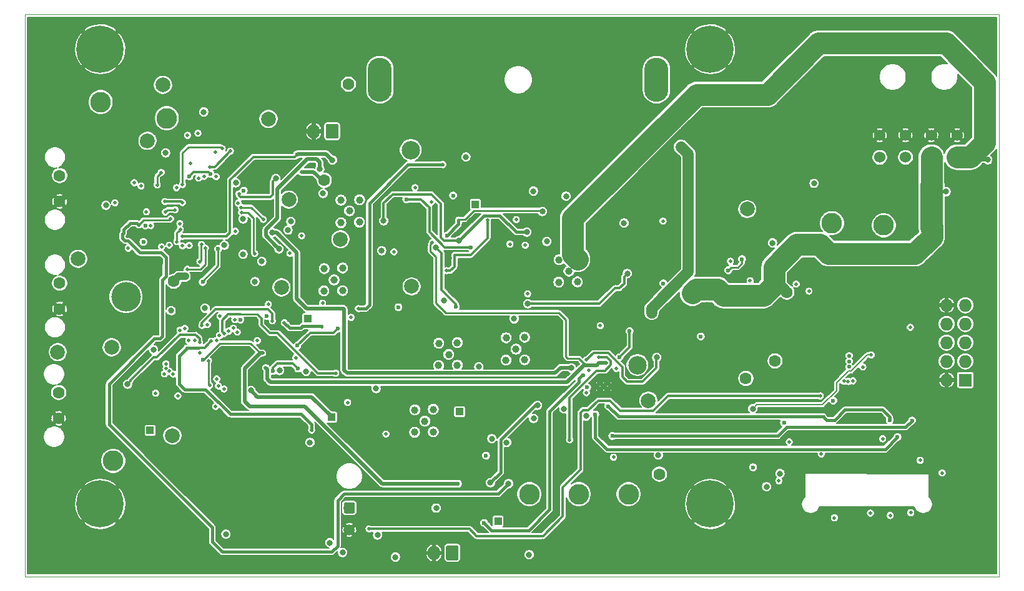
<source format=gbr>
G04 #@! TF.GenerationSoftware,KiCad,Pcbnew,(5.1.2)-1*
G04 #@! TF.CreationDate,2021-02-22T12:01:05+05:45*
G04 #@! TF.ProjectId,Pufferfish-Power-MCU,50756666-6572-4666-9973-682d506f7765,0.0*
G04 #@! TF.SameCoordinates,Original*
G04 #@! TF.FileFunction,Copper,L2,Inr*
G04 #@! TF.FilePolarity,Positive*
%FSLAX46Y46*%
G04 Gerber Fmt 4.6, Leading zero omitted, Abs format (unit mm)*
G04 Created by KiCad (PCBNEW (5.1.2)-1) date 2021-02-22 12:01:05*
%MOMM*%
%LPD*%
G04 APERTURE LIST*
G04 #@! TA.AperFunction,NonConductor*
%ADD10C,0.100000*%
G04 #@! TD*
G04 #@! TA.AperFunction,ViaPad*
%ADD11C,2.500000*%
G04 #@! TD*
G04 #@! TA.AperFunction,ViaPad*
%ADD12O,3.250000X6.000000*%
G04 #@! TD*
G04 #@! TA.AperFunction,ViaPad*
%ADD13C,0.533400*%
G04 #@! TD*
G04 #@! TA.AperFunction,ViaPad*
%ADD14R,1.530000X1.530000*%
G04 #@! TD*
G04 #@! TA.AperFunction,ViaPad*
%ADD15C,1.530000*%
G04 #@! TD*
G04 #@! TA.AperFunction,ViaPad*
%ADD16C,1.600000*%
G04 #@! TD*
G04 #@! TA.AperFunction,ViaPad*
%ADD17C,1.000000*%
G04 #@! TD*
G04 #@! TA.AperFunction,ViaPad*
%ADD18C,0.800000*%
G04 #@! TD*
G04 #@! TA.AperFunction,ViaPad*
%ADD19C,6.400000*%
G04 #@! TD*
G04 #@! TA.AperFunction,ViaPad*
%ADD20C,1.500000*%
G04 #@! TD*
G04 #@! TA.AperFunction,Conductor*
%ADD21C,0.100000*%
G04 #@! TD*
G04 #@! TA.AperFunction,ViaPad*
%ADD22R,1.000000X1.000000*%
G04 #@! TD*
G04 #@! TA.AperFunction,ViaPad*
%ADD23C,0.600000*%
G04 #@! TD*
G04 #@! TA.AperFunction,ViaPad*
%ADD24C,1.700000*%
G04 #@! TD*
G04 #@! TA.AperFunction,ViaPad*
%ADD25O,1.700000X2.000000*%
G04 #@! TD*
G04 #@! TA.AperFunction,ViaPad*
%ADD26R,1.727200X1.727200*%
G04 #@! TD*
G04 #@! TA.AperFunction,ViaPad*
%ADD27O,1.727200X1.727200*%
G04 #@! TD*
G04 #@! TA.AperFunction,ViaPad*
%ADD28C,2.800000*%
G04 #@! TD*
G04 #@! TA.AperFunction,ViaPad*
%ADD29C,2.000000*%
G04 #@! TD*
G04 #@! TA.AperFunction,ViaPad*
%ADD30C,0.500000*%
G04 #@! TD*
G04 #@! TA.AperFunction,ViaPad*
%ADD31C,4.000000*%
G04 #@! TD*
G04 #@! TA.AperFunction,Conductor*
%ADD32C,0.400000*%
G04 #@! TD*
G04 #@! TA.AperFunction,Conductor*
%ADD33C,0.250000*%
G04 #@! TD*
G04 #@! TA.AperFunction,Conductor*
%ADD34C,0.300000*%
G04 #@! TD*
G04 #@! TA.AperFunction,Conductor*
%ADD35C,0.800000*%
G04 #@! TD*
G04 #@! TA.AperFunction,Conductor*
%ADD36C,0.200000*%
G04 #@! TD*
G04 #@! TA.AperFunction,Conductor*
%ADD37C,3.000000*%
G04 #@! TD*
G04 #@! TA.AperFunction,Conductor*
%ADD38C,1.500000*%
G04 #@! TD*
G04 #@! TA.AperFunction,Conductor*
%ADD39C,0.350000*%
G04 #@! TD*
G04 #@! TA.AperFunction,Conductor*
%ADD40C,0.500000*%
G04 #@! TD*
G04 #@! TA.AperFunction,Conductor*
%ADD41C,1.000000*%
G04 #@! TD*
G04 #@! TA.AperFunction,Conductor*
%ADD42C,0.127000*%
G04 #@! TD*
G04 APERTURE END LIST*
D10*
X203212700Y-114388900D02*
X203212700Y-119388900D01*
X71094600Y-114401600D02*
X71094600Y-119401600D01*
X82946666Y-47752000D02*
G75*
G03X82946666Y-47752000I-1666666J0D01*
G01*
X78780000Y-47752000D02*
X83780000Y-47752000D01*
X81280000Y-45252000D02*
X81280000Y-50252000D01*
X71094600Y-114401600D02*
X71094600Y-43065700D01*
X203212700Y-119388900D02*
X71094600Y-119401600D01*
X203225400Y-43065700D02*
X203212700Y-114388900D01*
X71094600Y-43065700D02*
X203225400Y-43065700D01*
D11*
G04 #@! TO.N,LTC7812_RUN*
G04 #@! TO.C,TP4*
X154178000Y-90678000D03*
G04 #@! TD*
D12*
G04 #@! TO.N,/LTC4015/PP-SENSE-CLN*
G04 #@! TO.C,F1*
X119255400Y-51926600D03*
G04 #@! TO.N,VIN_7812_1_RAW*
X156755400Y-51926600D03*
G04 #@! TD*
D13*
G04 #@! TO.N,N/C*
G04 #@! TO.C,U3*
X182880000Y-90170000D03*
X182880000Y-89419999D03*
X182880000Y-90920001D03*
G04 #@! TD*
D14*
G04 #@! TO.N,VOUT_7812_24V*
G04 #@! TO.C,J1*
X197528000Y-62460000D03*
D15*
G04 #@! TO.N,VIN_7812_2*
X194028000Y-62460000D03*
G04 #@! TO.N,VSYS-5V0*
X190528000Y-62460000D03*
G04 #@! TO.N,VSYS-3V3*
X187028000Y-62460000D03*
G04 #@! TO.N,GND*
X197528000Y-59460000D03*
X194028000Y-59460000D03*
X190528000Y-59460000D03*
X187028000Y-59460000D03*
G04 #@! TD*
D16*
G04 #@! TO.N,GND*
G04 #@! TO.C,J5*
X75819000Y-68453000D03*
G04 #@! TO.N,INTCON_WALL*
X75819000Y-64953000D03*
G04 #@! TD*
G04 #@! TO.N,GND*
G04 #@! TO.C,J4*
X75819000Y-83058000D03*
G04 #@! TO.N,INTCON_WALL*
X75819000Y-79558000D03*
G04 #@! TD*
G04 #@! TO.N,GND*
G04 #@! TO.C,J6*
X75692000Y-97917000D03*
G04 #@! TO.N,VBAT-IN-12V*
X75692000Y-94417000D03*
G04 #@! TD*
D17*
G04 #@! TO.N,/LTC7812/VBIAS1*
G04 #@! TO.C,U8*
X115125680Y-69734680D03*
X116502360Y-68236080D03*
X113967440Y-71350120D03*
X116466800Y-71268840D03*
X113967440Y-68281800D03*
G04 #@! TD*
G04 #@! TO.N,VIN_7812_2*
G04 #@! TO.C,Q5*
X137713720Y-88513920D03*
X136337040Y-90012520D03*
X138871960Y-86898480D03*
X136372600Y-86979760D03*
X138871960Y-89966800D03*
G04 #@! TD*
G04 #@! TO.N,/LTC7812/VBIAS1*
G04 #@! TO.C,Q6*
X125336720Y-98302920D03*
X123960040Y-99801520D03*
X126494960Y-96687480D03*
X123995600Y-96768760D03*
X126494960Y-99755800D03*
G04 #@! TD*
G04 #@! TO.N,/LTC7812/SW_2_1*
G04 #@! TO.C,U7*
X113036720Y-79115920D03*
X111660040Y-80614520D03*
X114194960Y-77500480D03*
X111695600Y-77581760D03*
X114194960Y-80568800D03*
G04 #@! TD*
G04 #@! TO.N,/LTC7812/SW2_2*
G04 #@! TO.C,U9*
X128586720Y-89252920D03*
X127210040Y-90751520D03*
X129744960Y-87637480D03*
X127245600Y-87718760D03*
X129744960Y-90705800D03*
G04 #@! TD*
G04 #@! TO.N,VOUT_7812_24V*
G04 #@! TO.C,U10*
X144876520Y-77922120D03*
X143499840Y-79420720D03*
X146034760Y-76306680D03*
X143535400Y-76387960D03*
X146034760Y-79375000D03*
G04 #@! TD*
D18*
G04 #@! TO.N,GND*
G04 #@! TO.C,H3*
X83024056Y-46082944D03*
X81327000Y-45380000D03*
X79629944Y-46082944D03*
X78927000Y-47780000D03*
X79629944Y-49477056D03*
X81327000Y-50180000D03*
X83024056Y-49477056D03*
X83727000Y-47780000D03*
D19*
X81320000Y-47780000D03*
G04 #@! TD*
D20*
G04 #@! TO.N,GND*
G04 #@! TO.C,J3*
X115107400Y-113077600D03*
D21*
G04 #@! TO.N,Net-(J3-Pad1)*
G36*
X115631904Y-109328804D02*
G01*
X115656173Y-109332404D01*
X115679971Y-109338365D01*
X115703071Y-109346630D01*
X115725249Y-109357120D01*
X115746293Y-109369733D01*
X115765998Y-109384347D01*
X115784177Y-109400823D01*
X115800653Y-109419002D01*
X115815267Y-109438707D01*
X115827880Y-109459751D01*
X115838370Y-109481929D01*
X115846635Y-109505029D01*
X115852596Y-109528827D01*
X115856196Y-109553096D01*
X115857400Y-109577600D01*
X115857400Y-110577600D01*
X115856196Y-110602104D01*
X115852596Y-110626373D01*
X115846635Y-110650171D01*
X115838370Y-110673271D01*
X115827880Y-110695449D01*
X115815267Y-110716493D01*
X115800653Y-110736198D01*
X115784177Y-110754377D01*
X115765998Y-110770853D01*
X115746293Y-110785467D01*
X115725249Y-110798080D01*
X115703071Y-110808570D01*
X115679971Y-110816835D01*
X115656173Y-110822796D01*
X115631904Y-110826396D01*
X115607400Y-110827600D01*
X114607400Y-110827600D01*
X114582896Y-110826396D01*
X114558627Y-110822796D01*
X114534829Y-110816835D01*
X114511729Y-110808570D01*
X114489551Y-110798080D01*
X114468507Y-110785467D01*
X114448802Y-110770853D01*
X114430623Y-110754377D01*
X114414147Y-110736198D01*
X114399533Y-110716493D01*
X114386920Y-110695449D01*
X114376430Y-110673271D01*
X114368165Y-110650171D01*
X114362204Y-110626373D01*
X114358604Y-110602104D01*
X114357400Y-110577600D01*
X114357400Y-109577600D01*
X114358604Y-109553096D01*
X114362204Y-109528827D01*
X114368165Y-109505029D01*
X114376430Y-109481929D01*
X114386920Y-109459751D01*
X114399533Y-109438707D01*
X114414147Y-109419002D01*
X114430623Y-109400823D01*
X114448802Y-109384347D01*
X114468507Y-109369733D01*
X114489551Y-109357120D01*
X114511729Y-109346630D01*
X114534829Y-109338365D01*
X114558627Y-109332404D01*
X114582896Y-109328804D01*
X114607400Y-109327600D01*
X115607400Y-109327600D01*
X115631904Y-109328804D01*
X115631904Y-109328804D01*
G37*
D20*
X115107400Y-110077600D03*
G04 #@! TD*
D22*
G04 #@! TO.N,VIN_7812_2*
G04 #@! TO.C,TP18*
X135282400Y-111877600D03*
G04 #@! TD*
G04 #@! TO.N,/LTC7812/EXTVCC1*
G04 #@! TO.C,TP19*
X109474000Y-84328000D03*
G04 #@! TD*
G04 #@! TO.N,/LTC7812/EXTVCC2*
G04 #@! TO.C,TP20*
X132207000Y-68834000D03*
G04 #@! TD*
G04 #@! TO.N,/LTC7812/VFB_1_1*
G04 #@! TO.C,TP21*
X88075000Y-99550000D03*
G04 #@! TD*
G04 #@! TO.N,Net-(R78-Pad2)*
G04 #@! TO.C,TP22*
X112732400Y-97752600D03*
G04 #@! TD*
G04 #@! TO.N,/LTC7812/VBIAS1*
G04 #@! TO.C,TP23*
X130057400Y-97002600D03*
G04 #@! TD*
D23*
G04 #@! TO.N,GND*
G04 #@! TO.C,U6*
X149103000Y-94073000D03*
X150103000Y-94073000D03*
X150103000Y-93073000D03*
X149103000Y-93073000D03*
G04 #@! TD*
D18*
G04 #@! TO.N,GND*
G04 #@! TO.C,H2*
X165724056Y-107852944D03*
X164027000Y-107150000D03*
X162329944Y-107852944D03*
X161627000Y-109550000D03*
X162329944Y-111247056D03*
X164027000Y-111950000D03*
X165724056Y-111247056D03*
X166427000Y-109550000D03*
D19*
X164027000Y-109550000D03*
G04 #@! TD*
D18*
G04 #@! TO.N,GND*
G04 #@! TO.C,H5*
X83024056Y-107852944D03*
X81327000Y-107150000D03*
X79629944Y-107852944D03*
X78927000Y-109550000D03*
X79629944Y-111247056D03*
X81327000Y-111950000D03*
X83024056Y-111247056D03*
X83727000Y-109550000D03*
D19*
X81327000Y-109550000D03*
G04 #@! TD*
G04 #@! TO.N,GND*
G04 #@! TO.C,H6*
X164020000Y-47780000D03*
D18*
X166430000Y-47735500D03*
X165727056Y-49432556D03*
X164030000Y-50135500D03*
X162332944Y-49432556D03*
X161630000Y-47735500D03*
X162332944Y-46038444D03*
X164030000Y-45335500D03*
X165727056Y-46038444D03*
G04 #@! TD*
D21*
G04 #@! TO.N,Net-(J7-Pad1)*
G04 #@! TO.C,J7*
G36*
X113400504Y-57929204D02*
G01*
X113424773Y-57932804D01*
X113448571Y-57938765D01*
X113471671Y-57947030D01*
X113493849Y-57957520D01*
X113514893Y-57970133D01*
X113534598Y-57984747D01*
X113552777Y-58001223D01*
X113569253Y-58019402D01*
X113583867Y-58039107D01*
X113596480Y-58060151D01*
X113606970Y-58082329D01*
X113615235Y-58105429D01*
X113621196Y-58129227D01*
X113624796Y-58153496D01*
X113626000Y-58178000D01*
X113626000Y-59678000D01*
X113624796Y-59702504D01*
X113621196Y-59726773D01*
X113615235Y-59750571D01*
X113606970Y-59773671D01*
X113596480Y-59795849D01*
X113583867Y-59816893D01*
X113569253Y-59836598D01*
X113552777Y-59854777D01*
X113534598Y-59871253D01*
X113514893Y-59885867D01*
X113493849Y-59898480D01*
X113471671Y-59908970D01*
X113448571Y-59917235D01*
X113424773Y-59923196D01*
X113400504Y-59926796D01*
X113376000Y-59928000D01*
X112176000Y-59928000D01*
X112151496Y-59926796D01*
X112127227Y-59923196D01*
X112103429Y-59917235D01*
X112080329Y-59908970D01*
X112058151Y-59898480D01*
X112037107Y-59885867D01*
X112017402Y-59871253D01*
X111999223Y-59854777D01*
X111982747Y-59836598D01*
X111968133Y-59816893D01*
X111955520Y-59795849D01*
X111945030Y-59773671D01*
X111936765Y-59750571D01*
X111930804Y-59726773D01*
X111927204Y-59702504D01*
X111926000Y-59678000D01*
X111926000Y-58178000D01*
X111927204Y-58153496D01*
X111930804Y-58129227D01*
X111936765Y-58105429D01*
X111945030Y-58082329D01*
X111955520Y-58060151D01*
X111968133Y-58039107D01*
X111982747Y-58019402D01*
X111999223Y-58001223D01*
X112017402Y-57984747D01*
X112037107Y-57970133D01*
X112058151Y-57957520D01*
X112080329Y-57947030D01*
X112103429Y-57938765D01*
X112127227Y-57932804D01*
X112151496Y-57929204D01*
X112176000Y-57928000D01*
X113376000Y-57928000D01*
X113400504Y-57929204D01*
X113400504Y-57929204D01*
G37*
D24*
X112776000Y-58928000D03*
D25*
G04 #@! TO.N,GND*
X110276000Y-58928000D03*
G04 #@! TD*
D26*
G04 #@! TO.N,AAD_SCL*
G04 #@! TO.C,P1*
X198628000Y-92710000D03*
D27*
G04 #@! TO.N,GND*
X196088000Y-92710000D03*
G04 #@! TO.N,AAD_SDA*
X198628000Y-90170000D03*
G04 #@! TO.N,Net-(JP16-Pad2)*
X196088000Y-90170000D03*
G04 #@! TO.N,N/C*
X198628000Y-87630000D03*
X196088000Y-87630000D03*
X198628000Y-85090000D03*
X196088000Y-85090000D03*
X198628000Y-82550000D03*
G04 #@! TO.N,GND*
X196088000Y-82550000D03*
G04 #@! TD*
D11*
G04 #@! TO.N,/LTC4015/PP-SENSE-CLN*
G04 #@! TO.C,TP1*
X123444000Y-61468000D03*
G04 #@! TD*
D28*
G04 #@! TO.N,INTCON_WALL*
G04 #@! TO.C,TP2*
X81382400Y-54952600D03*
G04 #@! TD*
G04 #@! TO.N,VBAT-IN-12V*
G04 #@! TO.C,TP3*
X83082400Y-103702600D03*
G04 #@! TD*
G04 #@! TO.N,VSYS-5V0*
G04 #@! TO.C,TP5*
X187567400Y-71702600D03*
G04 #@! TD*
G04 #@! TO.N,VSYS-3V3*
G04 #@! TO.C,TP6*
X180547400Y-71402600D03*
G04 #@! TD*
G04 #@! TO.N,/LTC4015/PP-CSP*
G04 #@! TO.C,TP9*
X90350000Y-57150000D03*
G04 #@! TD*
G04 #@! TO.N,/LTC2955/INT_LVL*
G04 #@! TO.C,TP15*
X152957400Y-108204000D03*
G04 #@! TD*
G04 #@! TO.N,/LTC2955/KILL_LVL*
G04 #@! TO.C,TP16*
X139517000Y-108204000D03*
G04 #@! TD*
G04 #@! TO.N,/LTC2955/PG_LVL*
G04 #@! TO.C,TP17*
X146217000Y-108204000D03*
G04 #@! TD*
D29*
G04 #@! TO.N,VSYS-5V0-PGOOD*
G04 #@! TO.C,TP10*
X169057400Y-69502600D03*
G04 #@! TD*
D21*
G04 #@! TO.N,Net-(J8-Pad1)*
G04 #@! TO.C,J8*
G36*
X129693904Y-115189804D02*
G01*
X129718173Y-115193404D01*
X129741971Y-115199365D01*
X129765071Y-115207630D01*
X129787249Y-115218120D01*
X129808293Y-115230733D01*
X129827998Y-115245347D01*
X129846177Y-115261823D01*
X129862653Y-115280002D01*
X129877267Y-115299707D01*
X129889880Y-115320751D01*
X129900370Y-115342929D01*
X129908635Y-115366029D01*
X129914596Y-115389827D01*
X129918196Y-115414096D01*
X129919400Y-115438600D01*
X129919400Y-116938600D01*
X129918196Y-116963104D01*
X129914596Y-116987373D01*
X129908635Y-117011171D01*
X129900370Y-117034271D01*
X129889880Y-117056449D01*
X129877267Y-117077493D01*
X129862653Y-117097198D01*
X129846177Y-117115377D01*
X129827998Y-117131853D01*
X129808293Y-117146467D01*
X129787249Y-117159080D01*
X129765071Y-117169570D01*
X129741971Y-117177835D01*
X129718173Y-117183796D01*
X129693904Y-117187396D01*
X129669400Y-117188600D01*
X128469400Y-117188600D01*
X128444896Y-117187396D01*
X128420627Y-117183796D01*
X128396829Y-117177835D01*
X128373729Y-117169570D01*
X128351551Y-117159080D01*
X128330507Y-117146467D01*
X128310802Y-117131853D01*
X128292623Y-117115377D01*
X128276147Y-117097198D01*
X128261533Y-117077493D01*
X128248920Y-117056449D01*
X128238430Y-117034271D01*
X128230165Y-117011171D01*
X128224204Y-116987373D01*
X128220604Y-116963104D01*
X128219400Y-116938600D01*
X128219400Y-115438600D01*
X128220604Y-115414096D01*
X128224204Y-115389827D01*
X128230165Y-115366029D01*
X128238430Y-115342929D01*
X128248920Y-115320751D01*
X128261533Y-115299707D01*
X128276147Y-115280002D01*
X128292623Y-115261823D01*
X128310802Y-115245347D01*
X128330507Y-115230733D01*
X128351551Y-115218120D01*
X128373729Y-115207630D01*
X128396829Y-115199365D01*
X128420627Y-115193404D01*
X128444896Y-115189804D01*
X128469400Y-115188600D01*
X129669400Y-115188600D01*
X129693904Y-115189804D01*
X129693904Y-115189804D01*
G37*
D24*
X129069400Y-116188600D03*
D25*
G04 #@! TO.N,GND*
X126569400Y-116188600D03*
G04 #@! TD*
D30*
G04 #@! TO.N,/LTC4015/PP-VC*
X92122505Y-71454895D03*
X85122707Y-74801115D03*
G04 #@! TO.N,GND*
X155485400Y-45830600D03*
X122973400Y-72246600D03*
D18*
X98907400Y-90922600D03*
X100807400Y-89102600D03*
X98977400Y-90002600D03*
X99957400Y-91102600D03*
X99887400Y-90082600D03*
X99777400Y-89072600D03*
D30*
X176957400Y-77702600D03*
X177043799Y-77016200D03*
D23*
X170061324Y-75438000D03*
D30*
X159345400Y-85446600D03*
X162139400Y-85446600D03*
X160615400Y-85446600D03*
X161377400Y-85446600D03*
X160057400Y-90788600D03*
X151675400Y-75802600D03*
X151421400Y-79612600D03*
X166915400Y-96884600D03*
D18*
X166153400Y-99170600D03*
X164121400Y-99170600D03*
X165137400Y-99170600D03*
X166915400Y-98662600D03*
D23*
X159317400Y-90942600D03*
D18*
X118757400Y-77132600D03*
X119847400Y-79512610D03*
X128497400Y-77022600D03*
X128577400Y-76112600D03*
D23*
X159397400Y-77222600D03*
X159197400Y-76412600D03*
X152287400Y-87572600D03*
X150777400Y-75552600D03*
X150737400Y-79532600D03*
X149157388Y-83212600D03*
D30*
X151107400Y-83282600D03*
X150177400Y-82292600D03*
X152197400Y-86222600D03*
D23*
X157517400Y-93482600D03*
X153657400Y-94492600D03*
D30*
X90407400Y-66402600D03*
X90966233Y-66709600D03*
X95837400Y-59292600D03*
X96607400Y-59382600D03*
X158237400Y-70472600D03*
X159052403Y-70497603D03*
D18*
X159267400Y-67642602D03*
D23*
X142477400Y-66942600D03*
D30*
X170707400Y-78302600D03*
X182432400Y-77834600D03*
X178853400Y-77834600D03*
X176821400Y-76374100D03*
X163557400Y-82352602D03*
X164182400Y-82477600D03*
D23*
X158400400Y-85414600D03*
X151807400Y-77602600D03*
D30*
X151790900Y-76619100D03*
X151746939Y-78511393D03*
D23*
X126247418Y-105012600D03*
X123937400Y-105022600D03*
X121703400Y-105520600D03*
X178097400Y-82512600D03*
X179967400Y-82402600D03*
X178967400Y-82222600D03*
X180997400Y-85262600D03*
X181247400Y-83222600D03*
X181227400Y-87322600D03*
X182037400Y-87632600D03*
X181057400Y-86332600D03*
X180967400Y-84322600D03*
X182097400Y-82862600D03*
X158617400Y-90862600D03*
X160717400Y-90852580D03*
X177797400Y-93672600D03*
X180277400Y-93602600D03*
X173727400Y-93572600D03*
X178517400Y-93642600D03*
X176067400Y-93772600D03*
X180557400Y-92642600D03*
X179337400Y-93792600D03*
X177057400Y-93792600D03*
X174697400Y-93802600D03*
X173467400Y-92632600D03*
D18*
X186487400Y-98252590D03*
D23*
X129117400Y-104002600D03*
X128057400Y-105012600D03*
X125507400Y-105022600D03*
X123007400Y-105022600D03*
X120681400Y-105420626D03*
D18*
X146301000Y-95446196D03*
X157557392Y-91602600D03*
X157657400Y-92602600D03*
X153682400Y-95402600D03*
X152732400Y-95427600D03*
D30*
X103532400Y-89727600D03*
X100182400Y-78452600D03*
X76760000Y-57900000D03*
X82282400Y-63202600D03*
D23*
X113757400Y-61277600D03*
D30*
X81663772Y-58762429D03*
X103831442Y-66033367D03*
X104057400Y-85077600D03*
D18*
X84200000Y-68940000D03*
X158457900Y-67170300D03*
X114400900Y-48815100D03*
D30*
X97207400Y-58977600D03*
X95468449Y-58882215D03*
X90740000Y-71589996D03*
X91535448Y-70396280D03*
X96730000Y-58470000D03*
X89200000Y-61080000D03*
X96120000Y-58550000D03*
X86730000Y-73130000D03*
X86070000Y-72190000D03*
X85020000Y-73160000D03*
D18*
X82609992Y-71897500D03*
X81580000Y-73490000D03*
D30*
X76290000Y-58420000D03*
X73080000Y-54010000D03*
X89300000Y-60310000D03*
X103920000Y-65370000D03*
X103070000Y-63230000D03*
X103070000Y-61660000D03*
X100400000Y-62110000D03*
X178091400Y-77834600D03*
X179615400Y-77834600D03*
X181647400Y-77834600D03*
X183171400Y-77834600D03*
X184557410Y-79777600D03*
X125538946Y-74403453D03*
X111257400Y-57902600D03*
D18*
X110276000Y-57383992D03*
D30*
X81457400Y-63602600D03*
X80257400Y-69602600D03*
X79782400Y-69102600D03*
X80652304Y-71897500D03*
X82657394Y-57860000D03*
D18*
X97057400Y-51002592D03*
X98645000Y-51115012D03*
D30*
X104179998Y-60020000D03*
X186557400Y-95502600D03*
X188557400Y-93702600D03*
X187257400Y-88402600D03*
D23*
X96944500Y-97815500D03*
D30*
X96657400Y-98602600D03*
X96012000Y-98747996D03*
X186557400Y-87702600D03*
X188657410Y-84302600D03*
X188657400Y-85002600D03*
X188657400Y-83602600D03*
D18*
X163359400Y-98662600D03*
D30*
X164167392Y-96812600D03*
X187357400Y-99802600D03*
D18*
X190957400Y-102727602D03*
D23*
X116357400Y-98602600D03*
D30*
X124082400Y-87327600D03*
X124057400Y-88002600D03*
X124057400Y-88702600D03*
X124057400Y-89402600D03*
X124057400Y-90102600D03*
D18*
X122612990Y-83947000D03*
X159714500Y-68462000D03*
X159689100Y-69414500D03*
X74316000Y-97917000D03*
X74569862Y-98737613D03*
D23*
X106857100Y-91233100D03*
D30*
X91159900Y-77809200D03*
X83727958Y-72373298D03*
X77824900Y-84248100D03*
X91159900Y-96211478D03*
X90194700Y-95309800D03*
X88857400Y-92202588D03*
D23*
X115457400Y-97502600D03*
D30*
X91057400Y-95402600D03*
X93257404Y-98502600D03*
X94857400Y-97902600D03*
X95357400Y-98702600D03*
X97057400Y-97102600D03*
X85157400Y-95902600D03*
X85957400Y-97102600D03*
D23*
X106497400Y-91882600D03*
D18*
X106907400Y-93892600D03*
D23*
X107240151Y-92175349D03*
X107691012Y-84790227D03*
X113447400Y-87812600D03*
D18*
X125475992Y-65203418D03*
D30*
X109320900Y-74850100D03*
D23*
X141019567Y-93789758D03*
D18*
X132587400Y-87592600D03*
X132587400Y-86742600D03*
X132587400Y-88472600D03*
X132600000Y-89442400D03*
D30*
X143467400Y-90362600D03*
X72057400Y-58222600D03*
X77824900Y-82940000D03*
D23*
X122274900Y-104961800D03*
X115430593Y-99552593D03*
D30*
X126837734Y-72228153D03*
D23*
X128407400Y-67327599D03*
X128432400Y-72002600D03*
D30*
X152197400Y-86752599D03*
X102882398Y-92602600D03*
D23*
X97147400Y-100032600D03*
X97487400Y-98892600D03*
D30*
X82217798Y-90493719D03*
X77697400Y-89112600D03*
X78427400Y-89102600D03*
X79137400Y-89102600D03*
X79887400Y-89112600D03*
X80617400Y-89112600D03*
X81407400Y-89112600D03*
D18*
X121007400Y-93922600D03*
D30*
X105857400Y-94212600D03*
X107416649Y-91376661D03*
X103887400Y-90282600D03*
X103062810Y-91172199D03*
X154297400Y-78612600D03*
X153207400Y-79392600D03*
X153657400Y-78912600D03*
X158577400Y-77602600D03*
X158207400Y-78512600D03*
D18*
X108257400Y-49522600D03*
D30*
X131787400Y-70852600D03*
X90170644Y-71831963D03*
D18*
X138067400Y-97212600D03*
D30*
X134917400Y-68092600D03*
D23*
X135617400Y-67892606D03*
D30*
X180907400Y-90612600D03*
X188237400Y-94632600D03*
X186357400Y-96090099D03*
X186277400Y-94842600D03*
X184757400Y-78992600D03*
X184697400Y-80442600D03*
X169437400Y-74582598D03*
X169395628Y-76315812D03*
X170582402Y-77602600D03*
X170657400Y-78952600D03*
D18*
X168252398Y-73199998D03*
D30*
X172249400Y-43798600D03*
X173265400Y-43798600D03*
X174281400Y-43798600D03*
X175297400Y-43798600D03*
X176313400Y-43798600D03*
X177329400Y-43798600D03*
X178345400Y-43798600D03*
X179361400Y-43798600D03*
X180377400Y-43798600D03*
X181393400Y-43798600D03*
X182409400Y-43798600D03*
X183425400Y-43798600D03*
X184441400Y-43798600D03*
X185457400Y-43798600D03*
X186473400Y-43798600D03*
X187489400Y-43798600D03*
X188505400Y-43798600D03*
X189521400Y-43798600D03*
X190537400Y-43798600D03*
X191553400Y-43798600D03*
X192569400Y-43798600D03*
X193585400Y-43798600D03*
X194601400Y-43798600D03*
X195617400Y-43798600D03*
X196633400Y-43798600D03*
X197649400Y-43798600D03*
X198665400Y-43798600D03*
X199681400Y-43798600D03*
X200697400Y-43798600D03*
X202475400Y-45830600D03*
X202538900Y-44814600D03*
X199681400Y-45830600D03*
X198665400Y-45830600D03*
X199681400Y-44814600D03*
X201713400Y-43798600D03*
X202475400Y-43798600D03*
X198665400Y-44814600D03*
X171233400Y-43798600D03*
X170217400Y-43798600D03*
X169201400Y-43798600D03*
X168185400Y-43798600D03*
X167169400Y-43798600D03*
X166153400Y-43798600D03*
X165137400Y-43798600D03*
X163613400Y-43798600D03*
X162597400Y-43798600D03*
X161581400Y-43798600D03*
X160565400Y-43798600D03*
X159549400Y-43798600D03*
X158533400Y-43798600D03*
X157517400Y-43798600D03*
X147357400Y-43798600D03*
X148357400Y-43798600D03*
X149357400Y-43798600D03*
X150357400Y-43798600D03*
X151357400Y-43798600D03*
X152357400Y-43798600D03*
X147357400Y-44798600D03*
X148357400Y-44798600D03*
X149357400Y-44798600D03*
X150357400Y-44798600D03*
X151357400Y-44798600D03*
X152357400Y-44798600D03*
X153357400Y-44798600D03*
X154357400Y-44798600D03*
X147357400Y-45798600D03*
X148357400Y-45798600D03*
X149357400Y-45798600D03*
X150357400Y-45798600D03*
X151357400Y-45798600D03*
X152357400Y-45798600D03*
X153357400Y-45798600D03*
X154357400Y-45798600D03*
X147357400Y-46798600D03*
X148357400Y-46798600D03*
X149357400Y-46798600D03*
X150357400Y-46798600D03*
X151357400Y-46798600D03*
X152357400Y-46798600D03*
X153357400Y-46798600D03*
X154357400Y-46798600D03*
X155485400Y-44814600D03*
X156501400Y-44814600D03*
X157517400Y-44814600D03*
X158533400Y-44814600D03*
X159549400Y-44814600D03*
X160565400Y-44814600D03*
X153453400Y-43766600D03*
X154453400Y-43766600D03*
X155453400Y-43766600D03*
X156453400Y-43766600D03*
X157517400Y-45830600D03*
X158533400Y-45798600D03*
X156501400Y-46846600D03*
X155485400Y-46846600D03*
X156501400Y-45830600D03*
X158533400Y-46814600D03*
X161581400Y-44814600D03*
X159549400Y-46846600D03*
X160565400Y-45830600D03*
X159549400Y-45830600D03*
X157517400Y-46846600D03*
X143292900Y-113712100D03*
X144292900Y-113712100D03*
X145292900Y-113712100D03*
X146292900Y-113712100D03*
X147292900Y-113712100D03*
X148292900Y-113712100D03*
X149292900Y-113712100D03*
X150292900Y-113712100D03*
X151292900Y-113712100D03*
X152292900Y-113712100D03*
X153292900Y-113712100D03*
X154292900Y-113712100D03*
X155292900Y-113712100D03*
X156292900Y-113712100D03*
X157292900Y-113712100D03*
X158292900Y-113712100D03*
X159292900Y-113712100D03*
X160292900Y-113712100D03*
X161292900Y-113712100D03*
X162483400Y-113712100D03*
X163737400Y-113712100D03*
X164737400Y-113712100D03*
X165737400Y-113712100D03*
X166737400Y-113712100D03*
X167737400Y-113712100D03*
X168673900Y-113712100D03*
X201713400Y-48878600D03*
X202457400Y-48878600D03*
X202457400Y-46706600D03*
X197649400Y-44814600D03*
X192677400Y-44798600D03*
X193677400Y-44798600D03*
X194677400Y-44798600D03*
X195677400Y-44798600D03*
X196677400Y-44798600D03*
X173343400Y-44782600D03*
X174343400Y-44782600D03*
X175343400Y-44782600D03*
X176343400Y-44782600D03*
X177343400Y-44782600D03*
X178343400Y-44782600D03*
X179343400Y-44782600D03*
X180343400Y-44782600D03*
X181343400Y-44782600D03*
X182343400Y-44782600D03*
X183343400Y-44782600D03*
X184343400Y-44782600D03*
X185343400Y-44782600D03*
X186343400Y-44782600D03*
X187343400Y-44782600D03*
X188343400Y-44782600D03*
X189343400Y-44782600D03*
X190343400Y-44782600D03*
X191343400Y-44782600D03*
X117385400Y-44766600D03*
X118385400Y-44766600D03*
X119385400Y-44766600D03*
X120385400Y-44766600D03*
X121385400Y-44766600D03*
X122385400Y-44766600D03*
X123385400Y-44766600D03*
X124385400Y-44766600D03*
X125385400Y-44766600D03*
X126385400Y-44766600D03*
X127385400Y-44766600D03*
X128385400Y-44766600D03*
X129385400Y-44766600D03*
X130385400Y-44766600D03*
X131385400Y-44766600D03*
X132385400Y-44766600D03*
X133385400Y-44766600D03*
X134385400Y-44766600D03*
X135385400Y-44766600D03*
X136385400Y-44766600D03*
X137385400Y-44766600D03*
X139385400Y-44766600D03*
X140385400Y-44766600D03*
X141385400Y-44766600D03*
X142385400Y-44766600D03*
X143385400Y-44766600D03*
X144385400Y-44766600D03*
X145385400Y-44766600D03*
X146385400Y-44766600D03*
X151913400Y-111362600D03*
X152913400Y-111362600D03*
X153913400Y-111362600D03*
X154913400Y-111362600D03*
X155913400Y-111362600D03*
X156913400Y-111362600D03*
X157913400Y-111362600D03*
X158913400Y-111362600D03*
X159913400Y-111362600D03*
X147865400Y-112378600D03*
X148881400Y-112378600D03*
X149897400Y-112378600D03*
X150913400Y-112378600D03*
X151929400Y-112378600D03*
X146769400Y-111346600D03*
X147769400Y-111346600D03*
X148769400Y-111346600D03*
X149769400Y-111346600D03*
X150769400Y-111346600D03*
X141070900Y-112950100D03*
X144817400Y-112378600D03*
X145753400Y-112346600D03*
X146753400Y-112346600D03*
X154977400Y-112378600D03*
X152945400Y-112378600D03*
X153961400Y-112378600D03*
X155993400Y-112378600D03*
X157009400Y-112378600D03*
X158025400Y-112378600D03*
X159041400Y-112522600D03*
X141578900Y-112378600D03*
X142150400Y-111807100D03*
X143189400Y-111200600D03*
X145833400Y-111362600D03*
X145071400Y-111362600D03*
X145071400Y-110092600D03*
X145833400Y-110346600D03*
X146595400Y-110346600D03*
X147357400Y-110092600D03*
X147865400Y-109584600D03*
X148119400Y-109076600D03*
X148373400Y-108314600D03*
X148119400Y-107552600D03*
X147865400Y-106790600D03*
X147357400Y-106536600D03*
X146595400Y-106282600D03*
X169645900Y-113712100D03*
X170407900Y-113712100D03*
X171169900Y-113712100D03*
X172185900Y-113712100D03*
X173201900Y-113712100D03*
X174217900Y-113712100D03*
X175487900Y-113712100D03*
X176503900Y-113712100D03*
X177519900Y-113712100D03*
X181075900Y-113712100D03*
X179869400Y-113712100D03*
X182345900Y-113712100D03*
X183679400Y-113712100D03*
X184885900Y-113712100D03*
X186219400Y-113712100D03*
X187552900Y-113712100D03*
X188695900Y-113712100D03*
X189965900Y-113712100D03*
X191235900Y-113712100D03*
X192632900Y-113712100D03*
X193775900Y-113712100D03*
X195045900Y-113712100D03*
X196315900Y-113775600D03*
X197458900Y-113775600D03*
X198347900Y-113331100D03*
X151421400Y-106790600D03*
X150913400Y-107806600D03*
X150913400Y-108822600D03*
X151421400Y-109838600D03*
X152945400Y-110346600D03*
X154469400Y-109838600D03*
X154977400Y-108822600D03*
X154977400Y-107806600D03*
X154469400Y-106790600D03*
X154469400Y-105774600D03*
X151421400Y-105774600D03*
X161073400Y-106790600D03*
X160565400Y-107806600D03*
X160057400Y-108822600D03*
X160057400Y-109838600D03*
X160057400Y-112378600D03*
X161073400Y-112378600D03*
X166661400Y-106790600D03*
X167169400Y-106790600D03*
X167931400Y-108314600D03*
X167931400Y-109330600D03*
X167931400Y-110600600D03*
X167677400Y-111616600D03*
X168947400Y-108314600D03*
X169709400Y-108314600D03*
X168947400Y-109330600D03*
X169709400Y-109330600D03*
X168947400Y-110600600D03*
X169963400Y-110600600D03*
X168947400Y-111616600D03*
X169963400Y-111616600D03*
X167169400Y-112378600D03*
X166153400Y-112632600D03*
X168947400Y-112378600D03*
X169963400Y-112378600D03*
X170979400Y-111616600D03*
X170979400Y-112378600D03*
X171741400Y-112378600D03*
X172503400Y-112378600D03*
X146385400Y-43658600D03*
X143385400Y-43658600D03*
X145385400Y-43658600D03*
X144385400Y-43658600D03*
X142385400Y-43658600D03*
X137385400Y-43658600D03*
X139385400Y-43658600D03*
X140385400Y-43658600D03*
X141385400Y-43658600D03*
X138594400Y-43671600D03*
X135385400Y-43658600D03*
X133385400Y-43658600D03*
X132385400Y-43658600D03*
X136385400Y-43658600D03*
X134385400Y-43658600D03*
X129385400Y-43658600D03*
X128385400Y-43658600D03*
X130385400Y-43658600D03*
X131385400Y-43658600D03*
X127385400Y-43658600D03*
X125385400Y-43646200D03*
X126377000Y-43646200D03*
X124497400Y-43646200D03*
X123430600Y-43646200D03*
X122363800Y-43646200D03*
X119417400Y-43646200D03*
X117436200Y-43646200D03*
X120433400Y-43646200D03*
X121398600Y-43646200D03*
X118452200Y-43646200D03*
X200697400Y-46630600D03*
X199681400Y-46630600D03*
X201713400Y-46630600D03*
X200951400Y-48878600D03*
X202475400Y-49640600D03*
X202475400Y-50402600D03*
X201713400Y-49640600D03*
X199681400Y-47354600D03*
X200697400Y-48116600D03*
X200697400Y-47354600D03*
X201713400Y-47354600D03*
X201713400Y-48116600D03*
X202475400Y-47354600D03*
X202475400Y-48116600D03*
X197903400Y-45576600D03*
X198919400Y-46592600D03*
X172311400Y-44782600D03*
X171311400Y-44782600D03*
X170201400Y-44560600D03*
X169201400Y-44560600D03*
X167169400Y-44560600D03*
X168169400Y-44560600D03*
X172311400Y-45798600D03*
X174343400Y-45798600D03*
X176343400Y-45798600D03*
X175343400Y-45798600D03*
X173343400Y-45798600D03*
X172327400Y-46814600D03*
X171295400Y-46814600D03*
X173327400Y-46814600D03*
X175327400Y-46814600D03*
X174327400Y-46814600D03*
X172311400Y-47830600D03*
X171311400Y-47830600D03*
X170279400Y-47830600D03*
X174311400Y-47830600D03*
X173311400Y-47830600D03*
X169263400Y-48846600D03*
X171295400Y-48846600D03*
X173295400Y-48846600D03*
X172295400Y-48846600D03*
X170295400Y-48846600D03*
X172279400Y-49862600D03*
X168247400Y-49862600D03*
X170279400Y-49862600D03*
X169279400Y-49862600D03*
X171279400Y-49862600D03*
X170517400Y-50878600D03*
X169517400Y-50878600D03*
X171517400Y-50878600D03*
X168517400Y-50878600D03*
X166723400Y-51640600D03*
X169755400Y-51640600D03*
X168755400Y-51640600D03*
X170755400Y-51640600D03*
X167755400Y-51640600D03*
X170471400Y-45830600D03*
X168439400Y-45830600D03*
X169439400Y-45830600D03*
X171471400Y-45830600D03*
X169533400Y-46814600D03*
X168501400Y-46814600D03*
X169533400Y-47830600D03*
X168501400Y-47830600D03*
X168439400Y-48878600D03*
X170471400Y-46846600D03*
X178375400Y-50624600D03*
X177359400Y-51640600D03*
X173803400Y-55450600D03*
X176343400Y-52656600D03*
X179391400Y-49608600D03*
X174565400Y-54688600D03*
X175327400Y-53672600D03*
X180089400Y-49100600D03*
X184089400Y-49100600D03*
X185089400Y-49100600D03*
X186089400Y-49100600D03*
X187089400Y-49100600D03*
X188089400Y-49100600D03*
X189089400Y-49100600D03*
X182089400Y-49100600D03*
X183089400Y-49100600D03*
X192423400Y-49116600D03*
X193423400Y-49116600D03*
X194423400Y-49116600D03*
X181089400Y-49100600D03*
X190089400Y-49100600D03*
X191089400Y-49100600D03*
X198982900Y-53704600D03*
X199046400Y-54784100D03*
X199109900Y-56278600D03*
X199109900Y-57895600D03*
X123989400Y-71484600D03*
X123989400Y-72246600D03*
X123989400Y-73008600D03*
X122973400Y-73008600D03*
X121957400Y-73008600D03*
X121957400Y-72246600D03*
X121957400Y-71484600D03*
X122973400Y-71484600D03*
X121957400Y-70722600D03*
X122973400Y-70722600D03*
X123989400Y-70722600D03*
X144451400Y-45782600D03*
X139451400Y-45782600D03*
X140451400Y-45782600D03*
X146451400Y-45782600D03*
X145451400Y-45782600D03*
X142451400Y-45782600D03*
X141451400Y-45782600D03*
X143451400Y-45782600D03*
X136577400Y-45782600D03*
X138577400Y-45782600D03*
X137577400Y-45782600D03*
X132577400Y-45782600D03*
X133577400Y-45782600D03*
X131577400Y-45782600D03*
X135577400Y-45782600D03*
X134577400Y-45782600D03*
X128449400Y-45782600D03*
X123449400Y-45782600D03*
X124449400Y-45782600D03*
X130449400Y-45782600D03*
X129449400Y-45782600D03*
X126449400Y-45782600D03*
X125449400Y-45782600D03*
X127449400Y-45782600D03*
X146451400Y-46798600D03*
X145451400Y-46798600D03*
X140451400Y-46798600D03*
X144451400Y-46798600D03*
X142451400Y-46798600D03*
X141451400Y-46798600D03*
X143451400Y-46798600D03*
X139451400Y-46798600D03*
X132577400Y-46798600D03*
X134577400Y-46798600D03*
X137577400Y-46798600D03*
X138577400Y-46798600D03*
X136577400Y-46798600D03*
X135577400Y-46798600D03*
X131577400Y-46798600D03*
X133577400Y-46798600D03*
X127449400Y-46798600D03*
X126449400Y-46798600D03*
X124449400Y-46798600D03*
X129449400Y-46798600D03*
X130449400Y-46798600D03*
X128449400Y-46798600D03*
X123449400Y-46798600D03*
X125449400Y-46798600D03*
X112425800Y-43766600D03*
X113425800Y-43766600D03*
X114425800Y-43766600D03*
X112425800Y-44766600D03*
X115425800Y-43766600D03*
X113425800Y-44766600D03*
X115425800Y-44766600D03*
X114425800Y-44766600D03*
X108158600Y-44665000D03*
X110158600Y-44665000D03*
X111158600Y-44665000D03*
X109158600Y-44665000D03*
X110158600Y-43665000D03*
X111158600Y-43665000D03*
X108158600Y-43665000D03*
X109158600Y-43665000D03*
X110158600Y-46052600D03*
X111158600Y-46052600D03*
X108158600Y-46052600D03*
X109158600Y-46052600D03*
X107193400Y-46052600D03*
X107193400Y-47881400D03*
X107193400Y-48881400D03*
X107193400Y-49557800D03*
X108209400Y-47729000D03*
X108209400Y-48729000D03*
X111917800Y-46015000D03*
X112749900Y-46015000D03*
X114400900Y-46021100D03*
X113695800Y-46021100D03*
X114400900Y-47735600D03*
D18*
X112813400Y-47100600D03*
D30*
X166528600Y-56111000D03*
X168528600Y-56111000D03*
X169528600Y-56111000D03*
X171528600Y-56111000D03*
X170528600Y-56111000D03*
X167528600Y-56111000D03*
X152772200Y-67033000D03*
X153534200Y-66271000D03*
X154296200Y-65255000D03*
X152285000Y-67471400D03*
X158838200Y-49691400D03*
X158584200Y-49081800D03*
X158076200Y-48573800D03*
X157415800Y-48269000D03*
X158533400Y-47761000D03*
X159549400Y-47811800D03*
X160413000Y-46897400D03*
X160209800Y-47811800D03*
X160260600Y-48573800D03*
X160565400Y-49335800D03*
X161022600Y-49996200D03*
X161581400Y-50707400D03*
X162343400Y-51113800D03*
X163410200Y-51469400D03*
X164375400Y-51520200D03*
X165188200Y-51367800D03*
X166001000Y-51113800D03*
X166763000Y-50656600D03*
X167220200Y-50097800D03*
X167474200Y-49335800D03*
X167829800Y-48421400D03*
X167880600Y-47303800D03*
X167626600Y-46287800D03*
X167321800Y-45424200D03*
X166153400Y-44560600D03*
X164324600Y-43798600D03*
X162191000Y-44408200D03*
X154825000Y-64677400D03*
X153961400Y-65795000D03*
X151777000Y-67979400D03*
X151218200Y-68436600D03*
X172312900Y-56117600D03*
X173074900Y-55863600D03*
X138594400Y-44814600D03*
X118385400Y-45528600D03*
X121385400Y-45528600D03*
X122385400Y-45528600D03*
X119385400Y-45528600D03*
X120385400Y-45528600D03*
X117385400Y-45528600D03*
X116432900Y-44766600D03*
X116483700Y-43646200D03*
X115480400Y-45576600D03*
X112241900Y-50910600D03*
X109193900Y-47735600D03*
X110158600Y-47735600D03*
X111162400Y-47742200D03*
X111924400Y-47735600D03*
X113702400Y-47735600D03*
X106158100Y-43665000D03*
X107158100Y-43665000D03*
X104158100Y-43665000D03*
X105158100Y-43665000D03*
X103284600Y-43665000D03*
X102284600Y-43665000D03*
X101284600Y-43665000D03*
X100284600Y-43665000D03*
X99538100Y-43665000D03*
X97474600Y-43665000D03*
X98538100Y-43665000D03*
X96411100Y-43665000D03*
X94299600Y-43601500D03*
X95363100Y-43665000D03*
X93109100Y-43665000D03*
X93109100Y-44363500D03*
X97474600Y-44363500D03*
X98538100Y-44363500D03*
X96411100Y-44363500D03*
X94299600Y-44300000D03*
X95363100Y-44363500D03*
X98538100Y-45125500D03*
X96411100Y-45125500D03*
X95363100Y-45125500D03*
X93109100Y-45125500D03*
X97474600Y-45125500D03*
X94299600Y-45062000D03*
X94299600Y-45824000D03*
X95363100Y-45887500D03*
X98538100Y-45887500D03*
X96411100Y-45887500D03*
X97474600Y-45887500D03*
X93109100Y-45887500D03*
X94299600Y-46522500D03*
X93109100Y-46586000D03*
X95363100Y-46586000D03*
X96411100Y-46586000D03*
X98538100Y-46586000D03*
X97474600Y-46586000D03*
X93109100Y-47284500D03*
X96411100Y-47284500D03*
X97474600Y-47284500D03*
X94299600Y-47221000D03*
X95363100Y-47284500D03*
X98538100Y-47284500D03*
X96411100Y-47919500D03*
X95363100Y-47919500D03*
X97474600Y-47919500D03*
X98538100Y-47919500D03*
X94299600Y-47856000D03*
X93109100Y-47919500D03*
X96474600Y-54269500D03*
X95680600Y-54269500D03*
X97255900Y-54269500D03*
X94680600Y-54269500D03*
X93680600Y-54269500D03*
X93699900Y-53698000D03*
X94652400Y-53698000D03*
X95668400Y-53698000D03*
X97255900Y-53704600D03*
X96493900Y-53698000D03*
X93680600Y-54904500D03*
X94680600Y-54904500D03*
X95680600Y-54904500D03*
X97255900Y-54904500D03*
X96474600Y-54904500D03*
X96474600Y-55546100D03*
X95680600Y-55476000D03*
X94680600Y-55476000D03*
X93699900Y-55482600D03*
X93064900Y-53698000D03*
X93045600Y-54269500D03*
X93045600Y-54904500D03*
X93064900Y-55482600D03*
X93109100Y-50015000D03*
X93109100Y-50650000D03*
X93109100Y-49316500D03*
X93109100Y-48618000D03*
X94271400Y-51355100D03*
X93128400Y-51355100D03*
X95096900Y-51482100D03*
X95858900Y-51482100D03*
X94315600Y-49253000D03*
X94315600Y-48554500D03*
X94315600Y-50586500D03*
X94315600Y-49951500D03*
X97954400Y-51101100D03*
X187089900Y-57863600D03*
X197423900Y-57879600D03*
X193089900Y-57863600D03*
X189089900Y-57863600D03*
X186089900Y-57863600D03*
X183742900Y-57832100D03*
X190089900Y-57863600D03*
X192089900Y-57863600D03*
X191089900Y-57863600D03*
X194089900Y-57863600D03*
X188089900Y-57863600D03*
X184695400Y-57832100D03*
X195089900Y-57863600D03*
X198423900Y-57879600D03*
X196423900Y-57879600D03*
X183742900Y-56276100D03*
X185835900Y-56276100D03*
X197169900Y-56292100D03*
X193835900Y-56276100D03*
X187835900Y-56276100D03*
X192835900Y-56276100D03*
X191835900Y-56276100D03*
X189835900Y-56276100D03*
X184695400Y-56276100D03*
X190835900Y-56276100D03*
X198169900Y-56292100D03*
X186835900Y-56276100D03*
X188835900Y-56276100D03*
X194835900Y-56276100D03*
X196169900Y-56292100D03*
X191708900Y-55006100D03*
X189708900Y-55006100D03*
X190708900Y-55006100D03*
X196296900Y-54768100D03*
X188708900Y-55006100D03*
X194708900Y-55006100D03*
X184708900Y-55006100D03*
X198296900Y-54768100D03*
X183708900Y-55006100D03*
X185708900Y-55006100D03*
X192708900Y-55006100D03*
X186708900Y-55006100D03*
X197296900Y-54768100D03*
X193708900Y-55006100D03*
X187708900Y-55006100D03*
X193645400Y-53736100D03*
X186645400Y-53736100D03*
X190645400Y-53736100D03*
X191645400Y-53736100D03*
X194645400Y-53736100D03*
X183645400Y-53736100D03*
X192645400Y-53736100D03*
X197979400Y-53752100D03*
X195979400Y-53752100D03*
X185645400Y-53736100D03*
X196979400Y-53752100D03*
X187645400Y-53736100D03*
X184645400Y-53736100D03*
X189645400Y-53736100D03*
X188645400Y-53736100D03*
X198855900Y-52942600D03*
X197839900Y-51736100D03*
X197966900Y-53069600D03*
X193423400Y-50323100D03*
X191089400Y-50307100D03*
X192423400Y-50323100D03*
X184581400Y-52275600D03*
X183581400Y-52275600D03*
X185581400Y-52275600D03*
X186581400Y-52275600D03*
X184835400Y-50370600D03*
X186835400Y-50370600D03*
X185835400Y-50370600D03*
X183835400Y-50370600D03*
X193486900Y-52228100D03*
X191152900Y-52212100D03*
X192486900Y-52228100D03*
X182536400Y-56339600D03*
X182438900Y-53799600D03*
X182536400Y-57895600D03*
X182502400Y-55069600D03*
X182374900Y-52339100D03*
X181329900Y-56403100D03*
X181232400Y-53863100D03*
X181295900Y-55133100D03*
X181168400Y-52402600D03*
X181329900Y-57959100D03*
X180250400Y-56466600D03*
X180216400Y-55196600D03*
X180088900Y-52466100D03*
X180250400Y-58022600D03*
X180152900Y-53926600D03*
X178946400Y-53990100D03*
X179009900Y-55260100D03*
X179043900Y-56530100D03*
X178882400Y-52529600D03*
X179043900Y-58022600D03*
X177803400Y-55387100D03*
X177866900Y-56657100D03*
X177739400Y-53926600D03*
X177900900Y-58975100D03*
X177900900Y-57927100D03*
X176533400Y-57038100D03*
X176596900Y-58308100D03*
X176469400Y-55577600D03*
X176630900Y-59578100D03*
X175326900Y-57863600D03*
X175390400Y-59133600D03*
X175262900Y-56403100D03*
X174217900Y-59038600D03*
X174535400Y-61197600D03*
X174183400Y-57228600D03*
X175424400Y-60054600D03*
X166563400Y-57355600D03*
X167550400Y-63102600D03*
X166690900Y-60086100D03*
X166627400Y-58816100D03*
X166661400Y-61261100D03*
X168502900Y-63102600D03*
X167643400Y-60022600D03*
X167515900Y-57292100D03*
X167579900Y-58752600D03*
X168502900Y-61261100D03*
X169391900Y-63102600D03*
X168595900Y-60086100D03*
X168468400Y-57355600D03*
X169391900Y-61261100D03*
X168532400Y-58816100D03*
X169611900Y-60149600D03*
X169484400Y-57419100D03*
X170344400Y-61261100D03*
X170344400Y-63102600D03*
X169548400Y-58879600D03*
X170500400Y-57482600D03*
X170627900Y-60213100D03*
X171169900Y-63102600D03*
X171169900Y-61261100D03*
X170564400Y-58943100D03*
X172058900Y-63102600D03*
X171643900Y-58943100D03*
X171579900Y-57482600D03*
X172058900Y-61261100D03*
X171707400Y-60213100D03*
X172884400Y-61261100D03*
X172595900Y-57546100D03*
X172723400Y-60276600D03*
X172659900Y-59006600D03*
X172820900Y-63102600D03*
X173421900Y-59006600D03*
X173485400Y-60276600D03*
X173357900Y-57546100D03*
X173709900Y-61229100D03*
X166661400Y-65071100D03*
X166661400Y-64182100D03*
X167550400Y-64182100D03*
X168502900Y-64182100D03*
X169391900Y-64182100D03*
X170344400Y-64182100D03*
X171169900Y-64182100D03*
X172058900Y-64182100D03*
X172820900Y-64245600D03*
X173709900Y-64245600D03*
X174535400Y-64245600D03*
X175360900Y-64245600D03*
X176249900Y-64309100D03*
X167550400Y-65071100D03*
X171995400Y-65071100D03*
X175360900Y-65198100D03*
X171169900Y-65071100D03*
X176186400Y-65198100D03*
X168502900Y-65071100D03*
X170344400Y-65071100D03*
X174471900Y-65134600D03*
X169391900Y-65071100D03*
X172757400Y-65134600D03*
X173646400Y-65134600D03*
X173709900Y-63102600D03*
X174535400Y-63102600D03*
X175360900Y-63102600D03*
X176249900Y-63102600D03*
X184695400Y-59038600D03*
X180250400Y-58975100D03*
X182536400Y-59038600D03*
X183742900Y-59038600D03*
X181329900Y-59038600D03*
X179043900Y-58975100D03*
X166661400Y-63102600D03*
X173709900Y-62213600D03*
X176249900Y-62213600D03*
X174535400Y-62213600D03*
X175360900Y-62213600D03*
X166661400Y-62213600D03*
X167550400Y-62213600D03*
X168502900Y-62213600D03*
X169391900Y-62213600D03*
X171169900Y-62213600D03*
X170344400Y-62213600D03*
X172820900Y-62213600D03*
X172058900Y-62213600D03*
X167550400Y-61261100D03*
X180377400Y-59864100D03*
X177837400Y-59864100D03*
X179043900Y-59864100D03*
X178980400Y-64626600D03*
X179551900Y-63991600D03*
X180123400Y-63420100D03*
X180631400Y-62912100D03*
X181202900Y-62467600D03*
X181710900Y-61959600D03*
X182218900Y-61388100D03*
X182726900Y-60880100D03*
X183742900Y-60181600D03*
X184695400Y-60054600D03*
X185647900Y-60054600D03*
X185647900Y-59038600D03*
X182536400Y-59800600D03*
X181329900Y-59864100D03*
X179043900Y-62213600D03*
X181329900Y-61007100D03*
X177646900Y-63102600D03*
X179043900Y-61515100D03*
X177646900Y-62213600D03*
X176948400Y-63102600D03*
X176948400Y-62213600D03*
X177900900Y-64309100D03*
X176948400Y-64309100D03*
X177837400Y-65007600D03*
X176884900Y-65007600D03*
X200824400Y-66182100D03*
X198220900Y-66182100D03*
X199109900Y-66182100D03*
X201713400Y-66182100D03*
X202602400Y-66182100D03*
X197077900Y-65134600D03*
X197014400Y-67166600D03*
X199935400Y-66182100D03*
X198220900Y-67134600D03*
X200824400Y-67134600D03*
X201713400Y-67134600D03*
X199109900Y-67134600D03*
X202602400Y-67134600D03*
X199935400Y-67134600D03*
X199109900Y-68150600D03*
X201713400Y-68150600D03*
X200824400Y-68150600D03*
X198220900Y-68150600D03*
X202602400Y-68150600D03*
X199935400Y-68150600D03*
X198220900Y-69230100D03*
X199046400Y-69230100D03*
X202538900Y-69230100D03*
X199871900Y-69230100D03*
X201649900Y-69230100D03*
X200760900Y-69230100D03*
X202475400Y-70246100D03*
X198157400Y-70246100D03*
X201586400Y-70246100D03*
X200697400Y-70246100D03*
X198982900Y-70246100D03*
X199808400Y-70246100D03*
X201713400Y-71389100D03*
X200824400Y-71389100D03*
X202602400Y-71389100D03*
X198157400Y-71389100D03*
X199109900Y-71389100D03*
X199935400Y-71389100D03*
X201713400Y-72532100D03*
X202602400Y-72532100D03*
X199109900Y-72532100D03*
X199935400Y-72532100D03*
X198157400Y-72532100D03*
X200824400Y-72532100D03*
X201649900Y-73865600D03*
X199046400Y-73865600D03*
X199871900Y-73865600D03*
X200760900Y-73865600D03*
X202538900Y-73865600D03*
X198157400Y-73865600D03*
X199109900Y-75072100D03*
X198220900Y-75072100D03*
X199935400Y-75072100D03*
X201713400Y-75072100D03*
X200824400Y-75072100D03*
X202602400Y-75072100D03*
X201713400Y-76342100D03*
X200824400Y-76342100D03*
X202602400Y-76342100D03*
X198220900Y-76342100D03*
X199109900Y-76342100D03*
X199935400Y-76342100D03*
X200824400Y-77358100D03*
X202602400Y-77358100D03*
X201713400Y-77358100D03*
X198220900Y-77358100D03*
X199109900Y-77358100D03*
X199935400Y-77358100D03*
X200824400Y-78501100D03*
X202602400Y-78501100D03*
X201713400Y-78501100D03*
X200760900Y-79771100D03*
X202538900Y-79771100D03*
X201649900Y-79771100D03*
X201649900Y-80914100D03*
X202538900Y-80914100D03*
X200760900Y-80914100D03*
X201649900Y-82311100D03*
X202538900Y-82311100D03*
X200760900Y-82311100D03*
X200760900Y-87359600D03*
X200760900Y-86089600D03*
X200760900Y-88280100D03*
X200760900Y-83454100D03*
X200760900Y-85137100D03*
X200760900Y-89391600D03*
X202094400Y-87264100D03*
X202094400Y-85994100D03*
X202094400Y-88280100D03*
X202094400Y-83454100D03*
X202030900Y-84787600D03*
X202094400Y-89423100D03*
X202538900Y-93106100D03*
X202538900Y-91931600D03*
X202538900Y-96376600D03*
X202538900Y-94154100D03*
X202538900Y-95455600D03*
X202538900Y-90756600D03*
X202538900Y-98408600D03*
X202538900Y-102853600D03*
X202538900Y-100631100D03*
X202538900Y-101932600D03*
X202538900Y-97233600D03*
X202538900Y-99583100D03*
X202538900Y-106187100D03*
X202538900Y-105012600D03*
X202538900Y-109457600D03*
X202538900Y-107235100D03*
X202538900Y-108536600D03*
X202538900Y-103837600D03*
X202475400Y-112378600D03*
X202475400Y-110441600D03*
X202475400Y-111553100D03*
X201713400Y-93582600D03*
X201713400Y-92566600D03*
X201713400Y-94535100D03*
X201713400Y-91614100D03*
X201713400Y-95614600D03*
X201776900Y-97710100D03*
X201776900Y-98726100D03*
X201776900Y-99678600D03*
X201776900Y-96757600D03*
X201776900Y-100758100D03*
X201776900Y-103552100D03*
X201776900Y-104504600D03*
X201776900Y-101583600D03*
X201776900Y-105584100D03*
X201776900Y-102536100D03*
X201713400Y-107362100D03*
X201713400Y-108378100D03*
X201713400Y-109330600D03*
X201713400Y-106409600D03*
X197331900Y-69230100D03*
X197331900Y-71389100D03*
X197331900Y-72532100D03*
X197331900Y-68150600D03*
X197331900Y-70246100D03*
X196506400Y-69230100D03*
X196506400Y-68150600D03*
X196506400Y-70246100D03*
X196506400Y-72532100D03*
X196506400Y-71389100D03*
X197395400Y-75072100D03*
X197395400Y-76342100D03*
X197395400Y-77358100D03*
X197395400Y-73961100D03*
X196569900Y-73961100D03*
X196569900Y-76342100D03*
X196569900Y-77358100D03*
X196569900Y-75072100D03*
X179043900Y-63102600D03*
X179678900Y-62277100D03*
X179742400Y-61515100D03*
X179742400Y-60816600D03*
X179043900Y-60753100D03*
X177837400Y-60816600D03*
X176948400Y-60816600D03*
X176249900Y-60816600D03*
X175360900Y-61451600D03*
X181152400Y-50370600D03*
X182152400Y-50370600D03*
X180152400Y-50370600D03*
X183152400Y-50370600D03*
X183088900Y-51386600D03*
X182088900Y-51386600D03*
X180088900Y-51386600D03*
X181088900Y-51386600D03*
X185708400Y-51386600D03*
X184708400Y-51386600D03*
X186708400Y-51386600D03*
X183708400Y-51386600D03*
X174535400Y-60308600D03*
X156564900Y-67230100D03*
X157453900Y-67230100D03*
X154913900Y-67293600D03*
X155802900Y-67293600D03*
X156882400Y-70595600D03*
X155231400Y-70659100D03*
X156120400Y-65579100D03*
X155294900Y-65579100D03*
X72935400Y-43925600D03*
X72011100Y-43982500D03*
X76364400Y-43989100D03*
X75157900Y-43989100D03*
X76364400Y-44751100D03*
X75157900Y-44751100D03*
X72011100Y-44744500D03*
X76427900Y-45576600D03*
X75221400Y-45576600D03*
X72074600Y-45570000D03*
X75221400Y-46338600D03*
X76427900Y-46338600D03*
X72074600Y-46332000D03*
X75221400Y-47862600D03*
X72074600Y-47094000D03*
X76427900Y-47862600D03*
X73138100Y-47862600D03*
X75221400Y-47100600D03*
X74186100Y-47100600D03*
X73138100Y-47100600D03*
X74186100Y-47862600D03*
X72074600Y-47856000D03*
X76427900Y-47100600D03*
X73138100Y-49386600D03*
X72074600Y-48618000D03*
X75221400Y-49386600D03*
X76427900Y-49386600D03*
X75221400Y-48624600D03*
X73138100Y-48624600D03*
X76427900Y-48624600D03*
X74186100Y-48624600D03*
X72074600Y-49380000D03*
X74186100Y-49386600D03*
X75221400Y-50974100D03*
X72074600Y-50967500D03*
X76427900Y-50212100D03*
X74186100Y-50212100D03*
X74186100Y-50974100D03*
X76427900Y-50974100D03*
X75221400Y-50212100D03*
X73138100Y-50212100D03*
X72074600Y-50205500D03*
X73138100Y-50974100D03*
X73074600Y-51672600D03*
X72011100Y-51666000D03*
X73074600Y-52434600D03*
X75157900Y-51672600D03*
X72011100Y-52428000D03*
X74122600Y-51672600D03*
X76364400Y-52434600D03*
X76364400Y-51672600D03*
X74122600Y-52434600D03*
X75157900Y-52434600D03*
X72011100Y-53190000D03*
X76364400Y-53196600D03*
X74122600Y-53196600D03*
X73074600Y-53196600D03*
X75157900Y-53196600D03*
X75157900Y-53895100D03*
X74122600Y-53895100D03*
X72011100Y-54022100D03*
X73143500Y-54708500D03*
X72074600Y-54720600D03*
X73143500Y-55280000D03*
X72074600Y-55292100D03*
X73125900Y-56117600D03*
X72173400Y-56117600D03*
X72173400Y-56943100D03*
X73125900Y-56943100D03*
X73119551Y-58206749D03*
X73125900Y-57578100D03*
X72173400Y-57578100D03*
X74122600Y-54530100D03*
X75157900Y-54530100D03*
X72074600Y-81892000D03*
X74186100Y-81898600D03*
X73138100Y-81898600D03*
X72074600Y-82590500D03*
X73138100Y-82597100D03*
X74186100Y-82597100D03*
X74186100Y-83359100D03*
X73138100Y-83359100D03*
X72074600Y-83352500D03*
X72046400Y-84076900D03*
X72046400Y-85124900D03*
X72039800Y-86188400D03*
X73125900Y-84140400D03*
X73125900Y-85188400D03*
X73119300Y-86251900D03*
X74186100Y-84121100D03*
X79412400Y-78082000D03*
X77837100Y-78088600D03*
X78586900Y-78088600D03*
X79412400Y-78971000D03*
X77837100Y-78977600D03*
X78586900Y-78977600D03*
X77773600Y-80057100D03*
X78523400Y-80057100D03*
X79348900Y-80050500D03*
X78523400Y-81263600D03*
X79348900Y-81257000D03*
X77773600Y-81263600D03*
X78523400Y-82089100D03*
X77773600Y-82089100D03*
X79348900Y-82082500D03*
X78523400Y-82978100D03*
X79348900Y-82971500D03*
X78523400Y-83930600D03*
X79348900Y-83924000D03*
X78523400Y-84756100D03*
X79348900Y-84749500D03*
X77824900Y-84883100D03*
X77824900Y-83613100D03*
X79158400Y-87804100D03*
X78459900Y-88432500D03*
X79983900Y-88432500D03*
X79158400Y-88439100D03*
X79983900Y-87804100D03*
X71982900Y-97265600D03*
X71982900Y-98015400D03*
X71976300Y-96440100D03*
X72674800Y-96440100D03*
X72681400Y-97265600D03*
X72681400Y-98015400D03*
X73443400Y-97265600D03*
X73436800Y-96440100D03*
X73443400Y-98015400D03*
X73443400Y-98650400D03*
X71982900Y-98650400D03*
X72681400Y-98650400D03*
X73443400Y-99285400D03*
X71982900Y-99285400D03*
X72681400Y-99285400D03*
X71982900Y-99920400D03*
X73443400Y-99920400D03*
X72681400Y-99920400D03*
X73443400Y-100555400D03*
X72681400Y-100555400D03*
X71982900Y-100555400D03*
X76167300Y-96249600D03*
X76865800Y-96249600D03*
X77443900Y-96249600D03*
X74643300Y-96249600D03*
X75405300Y-96249600D03*
X73944800Y-96249600D03*
X77824900Y-96694100D03*
X80618900Y-88439100D03*
X80618900Y-87804100D03*
X78332900Y-97202100D03*
X78777400Y-97646600D03*
X79221900Y-98091100D03*
X79666400Y-98599100D03*
X80174400Y-99043600D03*
X80555400Y-99488100D03*
X80936400Y-99932600D03*
X80936400Y-100567600D03*
X77507400Y-100491900D03*
X78269400Y-100491900D03*
X76808900Y-100491900D03*
X80364900Y-100491900D03*
X78904400Y-100491900D03*
X79602900Y-100491900D03*
X78142400Y-99920400D03*
X76681900Y-99920400D03*
X77380400Y-99920400D03*
X80237900Y-99920400D03*
X79475900Y-99920400D03*
X78777400Y-99920400D03*
X77380400Y-99285400D03*
X78142400Y-99285400D03*
X79475900Y-99285400D03*
X76681900Y-99285400D03*
X78777400Y-99285400D03*
X76681900Y-98713900D03*
X78777400Y-98713900D03*
X77380400Y-98713900D03*
X78142400Y-98713900D03*
X71792400Y-112493400D03*
X71792400Y-111223400D03*
X71792400Y-111858400D03*
X71792400Y-113128400D03*
X71792400Y-113763400D03*
X71792400Y-108619900D03*
X71792400Y-110588400D03*
X71792400Y-107997100D03*
X71792400Y-109902100D03*
X71792400Y-109254900D03*
X71792400Y-106778400D03*
X71792400Y-107413400D03*
X75357400Y-111858400D03*
X72744900Y-113763400D03*
X75357400Y-112502600D03*
X72744900Y-113128400D03*
X72744900Y-112493400D03*
X72744900Y-109902100D03*
X72744900Y-107997100D03*
X75357400Y-110588400D03*
X72744900Y-108619900D03*
X72744900Y-107413400D03*
X72744900Y-106778400D03*
X72744900Y-109254900D03*
X73633900Y-107413400D03*
X73633900Y-109254900D03*
X73633900Y-108619900D03*
X73633900Y-107997100D03*
X73633900Y-113763400D03*
X73633900Y-106778400D03*
X73633900Y-109902100D03*
X74586400Y-113128400D03*
X74586400Y-107413400D03*
X74586400Y-113763400D03*
X74586400Y-109254900D03*
X74586400Y-109902100D03*
X74586400Y-108619900D03*
X74586400Y-107997100D03*
X74586400Y-106778400D03*
X75538900Y-113128400D03*
X75538900Y-107997100D03*
X75538900Y-109254900D03*
X75538900Y-106778400D03*
X75538900Y-108619900D03*
X75538900Y-109902100D03*
X75538900Y-113763400D03*
X75538900Y-107413400D03*
X76491400Y-111223400D03*
X76491400Y-107997100D03*
X76491400Y-108619900D03*
X76491400Y-107413400D03*
X76491400Y-111858400D03*
X76491400Y-113128400D03*
X76491400Y-112493400D03*
X76491400Y-106778400D03*
X76491400Y-109254900D03*
X76491400Y-110588400D03*
X76491400Y-109902100D03*
X76491400Y-113763400D03*
X77316900Y-108060600D03*
X77316900Y-108683400D03*
X77316900Y-111921900D03*
X77316900Y-113826900D03*
X77316900Y-109965600D03*
X77316900Y-109318400D03*
X77316900Y-113191900D03*
X77316900Y-111286900D03*
X77316900Y-106841900D03*
X77316900Y-107476900D03*
X77316900Y-112556900D03*
X77316900Y-110651900D03*
X78078900Y-106587900D03*
X78078900Y-107222900D03*
X93191900Y-106587900D03*
X93191900Y-107222900D03*
X95783200Y-109394100D03*
X96862700Y-109394100D03*
X98767700Y-109394100D03*
X98132700Y-109394100D03*
X97497700Y-109394100D03*
X95021200Y-105584100D03*
X95656200Y-105584100D03*
X94386200Y-105584100D03*
X93751200Y-105584100D03*
X99478400Y-106485300D03*
X99478400Y-107120300D03*
X99478400Y-108390300D03*
X99478400Y-107755300D03*
X79424600Y-113839100D03*
X80059600Y-113839100D03*
X78789600Y-113839100D03*
X78078900Y-113839100D03*
X82282100Y-113839100D03*
X81571400Y-113839100D03*
X83552100Y-113839100D03*
X82917100Y-113839100D03*
X80809400Y-113826900D03*
X86270400Y-110473600D03*
X85508400Y-110461400D03*
X86968900Y-110461400D03*
X87730900Y-110473600D03*
X90842400Y-110473600D03*
X90143900Y-110461400D03*
X88492900Y-110461400D03*
X86968900Y-111223400D03*
X85508400Y-111223400D03*
X87667400Y-111235600D03*
X86270400Y-111235600D03*
X85508400Y-112048900D03*
X86270400Y-112061100D03*
X88492900Y-111235600D03*
X89381900Y-111172100D03*
X90143900Y-111172100D03*
X91413900Y-110473600D03*
X91985400Y-110854600D03*
X89381900Y-110473600D03*
X90842400Y-111172100D03*
X91477400Y-111172100D03*
X84873400Y-111680100D03*
X84365400Y-112378600D03*
X83349400Y-113204100D03*
X78015400Y-112124600D03*
X78586900Y-112759600D03*
X79475900Y-113204100D03*
X78078900Y-97900600D03*
X124116400Y-86470600D03*
X124814900Y-86470600D03*
X125576900Y-86470600D03*
X124497400Y-85899100D03*
X125259400Y-85899100D03*
X77316900Y-97329100D03*
X77316900Y-98027600D03*
X91350400Y-103361600D03*
X91350400Y-104123600D03*
X92175900Y-103996600D03*
X92874400Y-103742600D03*
X91413900Y-104822100D03*
X92239400Y-104695100D03*
X92429900Y-105330100D03*
X91604400Y-105457100D03*
X92175900Y-106028600D03*
X93001400Y-105901600D03*
X93509400Y-104314100D03*
X92937900Y-104441098D03*
X93128400Y-105076100D03*
X93763400Y-104949100D03*
X92556900Y-106587900D03*
X94334900Y-105012600D03*
X159422400Y-48688100D03*
X199617900Y-105266600D03*
X199617900Y-103234600D03*
X199554400Y-108568600D03*
X199617900Y-97392600D03*
X199617900Y-101266100D03*
X199617900Y-102218600D03*
X199554400Y-106092100D03*
X199617900Y-98408600D03*
X199617900Y-100440600D03*
X199554400Y-107806600D03*
X199554400Y-107044600D03*
X199617900Y-99361100D03*
X199617900Y-104187100D03*
X199617900Y-96440100D03*
X199617900Y-94535100D03*
X199617900Y-95487600D03*
X199554400Y-109330600D03*
X199109900Y-110092600D03*
X198601900Y-110600600D03*
X198093900Y-111108600D03*
X197585900Y-111616600D03*
X196950900Y-111997600D03*
X195998400Y-111997600D03*
X199046400Y-113775600D03*
X178662900Y-113712100D03*
X173455900Y-112378600D03*
X174281400Y-112378600D03*
X175233900Y-112378600D03*
X175868900Y-112886600D03*
X144309400Y-113013600D03*
X143483900Y-112950100D03*
X156167400Y-110219600D03*
X155167400Y-110219600D03*
X158167400Y-110219600D03*
X157167400Y-110219600D03*
X159167400Y-110219600D03*
X156548400Y-109203600D03*
X155548400Y-109203600D03*
X158548400Y-109203600D03*
X157548400Y-109203600D03*
X157484900Y-107108100D03*
X158484900Y-107108100D03*
X156484900Y-107108100D03*
X155484900Y-107108100D03*
X159484900Y-107108100D03*
X156738900Y-108060600D03*
X159738900Y-108060600D03*
X157738900Y-108060600D03*
X158738900Y-108060600D03*
X155738900Y-108060600D03*
X155675900Y-105965100D03*
X156056900Y-106536600D03*
X155104400Y-105457100D03*
X154088400Y-104822100D03*
X195045900Y-111997600D03*
X176313400Y-100821600D03*
X176313400Y-101393100D03*
X198665400Y-109267100D03*
X198665400Y-106981100D03*
X198665400Y-107743100D03*
X198665400Y-108505100D03*
X198665400Y-106028600D03*
X197776400Y-106981100D03*
X197776400Y-108505100D03*
X197776400Y-107743100D03*
X197776400Y-109267100D03*
X197776400Y-106028600D03*
X196696900Y-109203600D03*
X196696900Y-107679600D03*
X196696900Y-105965100D03*
X196696900Y-108441600D03*
X196696900Y-106917600D03*
X197522400Y-109965600D03*
X198411400Y-109965600D03*
X196442900Y-109902100D03*
X196379400Y-111045100D03*
X197268400Y-111045100D03*
X195299900Y-110981600D03*
X185203400Y-99805600D03*
X174281400Y-108949600D03*
X174281400Y-108187600D03*
X174281400Y-107298600D03*
X170534900Y-109330600D03*
X170534900Y-108314600D03*
X198855900Y-100377100D03*
X198855900Y-96821100D03*
X198855900Y-98345100D03*
X198855900Y-104123600D03*
X198855900Y-102155100D03*
X198855900Y-99297600D03*
X198855900Y-103171100D03*
X198855900Y-101202600D03*
X197966900Y-98599100D03*
X197966900Y-104441100D03*
X197966900Y-97646600D03*
X197966900Y-100567600D03*
X197966900Y-99615100D03*
X197966900Y-102472600D03*
X197966900Y-101647100D03*
X197966900Y-103425100D03*
X197141400Y-100250100D03*
X197141400Y-104060100D03*
X197141400Y-99234100D03*
X197141400Y-102282100D03*
X197141400Y-101202600D03*
X197141400Y-98281600D03*
X197141400Y-103107600D03*
X196696900Y-105012600D03*
X198855900Y-104949100D03*
X197839900Y-105266600D03*
X198982900Y-80787100D03*
X198157400Y-80787100D03*
X197268400Y-80787100D03*
X196442900Y-80787100D03*
X195617400Y-80787100D03*
X197204900Y-79898100D03*
X195553900Y-79898100D03*
X196379400Y-79898100D03*
X198919400Y-79898100D03*
X198093900Y-79898100D03*
X195553900Y-79136100D03*
X197204900Y-79136100D03*
X196379400Y-79136100D03*
X198093900Y-79136100D03*
X198919400Y-79136100D03*
X197204900Y-78310600D03*
X198919400Y-78310600D03*
X195553900Y-78310600D03*
X198093900Y-78310600D03*
X196379400Y-78310600D03*
X195553900Y-76310600D03*
X195553900Y-77390100D03*
X195553900Y-75199100D03*
X199935400Y-79263100D03*
X199935400Y-80025100D03*
X199935400Y-78437600D03*
X199935400Y-80882600D03*
X109382400Y-73451106D03*
X109955900Y-73451106D03*
D18*
X90826819Y-86772519D03*
D30*
X74078400Y-43862100D03*
X92493400Y-111299100D03*
X93064900Y-111870600D03*
X92175900Y-112061100D03*
X91477400Y-111997600D03*
X90842400Y-111997600D03*
X93572900Y-112378600D03*
X90143900Y-111997600D03*
X89381900Y-111997600D03*
X88492900Y-112061100D03*
X87667400Y-112061100D03*
X86968900Y-112048900D03*
X83920900Y-112823100D03*
X84873400Y-112950100D03*
X85571900Y-112937900D03*
X85838100Y-113839100D03*
X85127400Y-113839100D03*
X84365400Y-113826900D03*
X93445900Y-113140600D03*
X92810900Y-113013600D03*
X92175900Y-112950100D03*
X91477400Y-112886600D03*
X90842400Y-112886600D03*
X94017400Y-112823100D03*
X90207400Y-112886600D03*
X89445400Y-112886600D03*
X88556400Y-112950100D03*
X87032400Y-112937900D03*
X87730900Y-112950100D03*
X86333900Y-112950100D03*
X94652400Y-113826900D03*
X94398400Y-113267600D03*
X92759600Y-113839100D03*
X91286900Y-113826900D03*
X93394600Y-113839100D03*
X94029600Y-113839100D03*
X92048900Y-113839100D03*
X89330600Y-113839100D03*
X88619900Y-113839100D03*
X90600600Y-113839100D03*
X87857900Y-113826900D03*
X89965600Y-113839100D03*
X86473100Y-113839100D03*
X87108100Y-113839100D03*
D23*
X126957400Y-105024590D03*
X119901400Y-105024590D03*
D18*
X124243400Y-116188600D03*
X126529400Y-114602610D03*
D30*
X95696344Y-77976844D03*
X109532400Y-57577600D03*
X110357400Y-63427600D03*
D23*
X104282404Y-68977600D03*
X161407396Y-91127600D03*
X162107401Y-90477599D03*
D30*
X105482400Y-84827600D03*
X102519899Y-58740101D03*
X80109600Y-114964100D03*
X82967100Y-114964100D03*
X81621400Y-114964100D03*
X80859400Y-114951900D03*
X78839600Y-114964100D03*
X77366900Y-114951900D03*
X75588900Y-114888400D03*
X78128900Y-114964100D03*
X76541400Y-114888400D03*
X82332100Y-114964100D03*
X79474600Y-114964100D03*
X83602100Y-114964100D03*
X72794900Y-114888400D03*
X71842400Y-114888400D03*
X73683900Y-114888400D03*
X74636400Y-114888400D03*
X86523100Y-114964100D03*
X87907900Y-114951900D03*
X84415400Y-114951900D03*
X85888100Y-114964100D03*
X94702400Y-114951900D03*
X92809600Y-114964100D03*
X93444600Y-114964100D03*
X89380600Y-114964100D03*
X90015600Y-114964100D03*
X94079600Y-114964100D03*
X88669900Y-114964100D03*
X85177400Y-114964100D03*
X91336900Y-114951900D03*
X87158100Y-114964100D03*
X92098900Y-114964100D03*
X90650600Y-114964100D03*
X86573100Y-116189100D03*
X82382100Y-116189100D03*
X79524600Y-116189100D03*
X94752400Y-116176900D03*
X89430600Y-116189100D03*
X94129600Y-116189100D03*
X87208100Y-116189100D03*
X78178900Y-116189100D03*
X88719900Y-116189100D03*
X75638900Y-116113400D03*
X83017100Y-116189100D03*
X80909400Y-116176900D03*
X93494600Y-116189100D03*
X85227400Y-116189100D03*
X73733900Y-116113400D03*
X76591400Y-116113400D03*
X78889600Y-116189100D03*
X85938100Y-116189100D03*
X77416900Y-116176900D03*
X83652100Y-116189100D03*
X81671400Y-116189100D03*
X74686400Y-116113400D03*
X87957900Y-116176900D03*
X84465400Y-116176900D03*
X72844900Y-116113400D03*
X92859600Y-116189100D03*
X90065600Y-116189100D03*
X91386900Y-116176900D03*
X90700600Y-116189100D03*
X71892400Y-116113400D03*
X80159600Y-116189100D03*
X92148900Y-116189100D03*
X86163100Y-117189100D03*
X72117400Y-117113400D03*
X80384600Y-117189100D03*
X90925600Y-117189100D03*
X74911400Y-117113400D03*
X81896400Y-117189100D03*
X84690400Y-117176900D03*
X73069900Y-117113400D03*
X77641900Y-117176900D03*
X88182900Y-117176900D03*
X93084600Y-117189100D03*
X83877100Y-117189100D03*
X90290600Y-117189100D03*
X91611900Y-117176900D03*
X92373900Y-117189100D03*
X89655600Y-117189100D03*
X88944900Y-117189100D03*
X85452400Y-117189100D03*
X82607100Y-117189100D03*
X86798100Y-117189100D03*
X79749600Y-117189100D03*
X87433100Y-117189100D03*
X76816400Y-117113400D03*
X94977400Y-117176900D03*
X94354600Y-117189100D03*
X73958900Y-117113400D03*
X79114600Y-117189100D03*
X78403900Y-117189100D03*
X75863900Y-117113400D03*
X83242100Y-117189100D03*
X81134400Y-117176900D03*
X93719600Y-117189100D03*
X78453900Y-118264100D03*
X86213100Y-118264100D03*
X93134600Y-118264100D03*
X79799600Y-118264100D03*
X72167400Y-118188400D03*
X95027400Y-118251900D03*
X81946400Y-118264100D03*
X83927100Y-118264100D03*
X87483100Y-118264100D03*
X84740400Y-118251900D03*
X75913900Y-118188400D03*
X81184400Y-118251900D03*
X83292100Y-118264100D03*
X90975600Y-118264100D03*
X74961400Y-118188400D03*
X94404600Y-118264100D03*
X79164600Y-118264100D03*
X77691900Y-118251900D03*
X88232900Y-118251900D03*
X85502400Y-118264100D03*
X73119900Y-118188400D03*
X90340600Y-118264100D03*
X80434600Y-118264100D03*
X92423900Y-118264100D03*
X89705600Y-118264100D03*
X86848100Y-118264100D03*
X88994900Y-118264100D03*
X82657100Y-118264100D03*
X74008900Y-118188400D03*
X76866400Y-118188400D03*
X91661900Y-118251900D03*
X93769600Y-118264100D03*
X110313100Y-118339100D03*
X103899600Y-118339100D03*
X117234600Y-118339100D03*
X119127400Y-118326900D03*
X108027100Y-118339100D03*
X111583100Y-118339100D03*
X96267400Y-118263400D03*
X106046400Y-118339100D03*
X108840400Y-118326900D03*
X102553900Y-118339100D03*
X112332900Y-118326900D03*
X100013900Y-118263400D03*
X106757100Y-118339100D03*
X114440600Y-118339100D03*
X113805600Y-118339100D03*
X101791900Y-118326900D03*
X109602400Y-118339100D03*
X104534600Y-118339100D03*
X113094900Y-118339100D03*
X98108900Y-118263400D03*
X100966400Y-118263400D03*
X115075600Y-118339100D03*
X116523900Y-118339100D03*
X107392100Y-118339100D03*
X97219900Y-118263400D03*
X110948100Y-118339100D03*
X117869600Y-118339100D03*
X115761900Y-118326900D03*
X105284400Y-118326900D03*
X99061400Y-118263400D03*
X118504600Y-118339100D03*
X103264600Y-118339100D03*
X128074600Y-118389100D03*
X141409600Y-118389100D03*
X134488100Y-118389100D03*
X123236400Y-118313400D03*
X129459400Y-118376900D03*
X127439600Y-118389100D03*
X142679600Y-118389100D03*
X143302400Y-118376900D03*
X133015400Y-118376900D03*
X133777400Y-118389100D03*
X126728900Y-118389100D03*
X130932100Y-118389100D03*
X124188900Y-118313400D03*
X130221400Y-118389100D03*
X137269900Y-118389100D03*
X125141400Y-118313400D03*
X135758100Y-118389100D03*
X140698900Y-118389100D03*
X131567100Y-118389100D03*
X121394900Y-118313400D03*
X135123100Y-118389100D03*
X125966900Y-118376900D03*
X139250600Y-118389100D03*
X142044600Y-118389100D03*
X128709600Y-118389100D03*
X120442400Y-118313400D03*
X122283900Y-118313400D03*
X139936900Y-118376900D03*
X136507900Y-118376900D03*
X138615600Y-118389100D03*
X137980600Y-118389100D03*
X132202100Y-118389100D03*
X148792900Y-115237100D03*
X154792900Y-115237100D03*
X146792900Y-115237100D03*
X165237400Y-115237100D03*
X145792900Y-115237100D03*
X166237400Y-115237100D03*
X167237400Y-115237100D03*
X169173900Y-115237100D03*
X155792900Y-115237100D03*
X162983400Y-115237100D03*
X153792900Y-115237100D03*
X164237400Y-115237100D03*
X149792900Y-115237100D03*
X168237400Y-115237100D03*
X159792900Y-115237100D03*
X152792900Y-115237100D03*
X150792900Y-115237100D03*
X160792900Y-115237100D03*
X157792900Y-115237100D03*
X147792900Y-115237100D03*
X156792900Y-115237100D03*
X143792900Y-115237100D03*
X158792900Y-115237100D03*
X161792900Y-115237100D03*
X144792900Y-115237100D03*
X151792900Y-115237100D03*
X188052900Y-115237100D03*
X189195900Y-115237100D03*
X191735900Y-115237100D03*
X175987900Y-115237100D03*
X194275900Y-115237100D03*
X196815900Y-115300600D03*
X186719400Y-115237100D03*
X173701900Y-115237100D03*
X184179400Y-115237100D03*
X190465900Y-115237100D03*
X195545900Y-115237100D03*
X180369400Y-115237100D03*
X193132900Y-115237100D03*
X197958900Y-115300600D03*
X185385900Y-115237100D03*
X170145900Y-115237100D03*
X171669900Y-115237100D03*
X172685900Y-115237100D03*
X174717900Y-115237100D03*
X177003900Y-115237100D03*
X170907900Y-115237100D03*
X178019900Y-115237100D03*
X181575900Y-115237100D03*
X182845900Y-115237100D03*
X199546400Y-115300600D03*
X179162900Y-115237100D03*
X176362900Y-116787100D03*
X199921400Y-116850600D03*
X157167900Y-116787100D03*
X193507900Y-116787100D03*
X169548900Y-116787100D03*
X147167900Y-116787100D03*
X162167900Y-116787100D03*
X184554400Y-116787100D03*
X152167900Y-116787100D03*
X161167900Y-116787100D03*
X198333900Y-116850600D03*
X175092900Y-116787100D03*
X155167900Y-116787100D03*
X150167900Y-116787100D03*
X173060900Y-116787100D03*
X197190900Y-116850600D03*
X183220900Y-116787100D03*
X177378900Y-116787100D03*
X154167900Y-116787100D03*
X195920900Y-116787100D03*
X190840900Y-116787100D03*
X165612400Y-116787100D03*
X158167900Y-116787100D03*
X156167900Y-116787100D03*
X179537900Y-116787100D03*
X166612400Y-116787100D03*
X153167900Y-116787100D03*
X185760900Y-116787100D03*
X181950900Y-116787100D03*
X144167900Y-116787100D03*
X159167900Y-116787100D03*
X194650900Y-116787100D03*
X170520900Y-116787100D03*
X146167900Y-116787100D03*
X149167900Y-116787100D03*
X180744400Y-116787100D03*
X163358400Y-116787100D03*
X164612400Y-116787100D03*
X145167900Y-116787100D03*
X160167900Y-116787100D03*
X187094400Y-116787100D03*
X168612400Y-116787100D03*
X148167900Y-116787100D03*
X188427900Y-116787100D03*
X189570900Y-116787100D03*
X192110900Y-116787100D03*
X167612400Y-116787100D03*
X174076900Y-116787100D03*
X172044900Y-116787100D03*
X151167900Y-116787100D03*
X171282900Y-116787100D03*
X178394900Y-116787100D03*
X181219400Y-118312100D03*
X180012900Y-118312100D03*
X144642900Y-118312100D03*
X167087400Y-118312100D03*
X182425900Y-118312100D03*
X153642900Y-118312100D03*
X163833400Y-118312100D03*
X183695900Y-118312100D03*
X195125900Y-118312100D03*
X146642900Y-118312100D03*
X149642900Y-118312100D03*
X197665900Y-118375600D03*
X159642900Y-118312100D03*
X170995900Y-118312100D03*
X165087400Y-118312100D03*
X145642900Y-118312100D03*
X158642900Y-118312100D03*
X173535900Y-118312100D03*
X196395900Y-118312100D03*
X166087400Y-118312100D03*
X156642900Y-118312100D03*
X177853900Y-118312100D03*
X154642900Y-118312100D03*
X186235900Y-118312100D03*
X191315900Y-118312100D03*
X174551900Y-118312100D03*
X172519900Y-118312100D03*
X151642900Y-118312100D03*
X171757900Y-118312100D03*
X187569400Y-118312100D03*
X160642900Y-118312100D03*
X148642900Y-118312100D03*
X190045900Y-118312100D03*
X192585900Y-118312100D03*
X168087400Y-118312100D03*
X169087400Y-118312100D03*
X188902900Y-118312100D03*
X150642900Y-118312100D03*
X175567900Y-118312100D03*
X155642900Y-118312100D03*
X157642900Y-118312100D03*
X162642900Y-118312100D03*
X147642900Y-118312100D03*
X161642900Y-118312100D03*
X185029400Y-118312100D03*
X200396400Y-118375600D03*
X176837900Y-118312100D03*
X170023900Y-118312100D03*
X152642900Y-118312100D03*
X193982900Y-118312100D03*
X198808900Y-118375600D03*
X178869900Y-118312100D03*
X141167900Y-116737100D03*
X143167900Y-116737100D03*
X142167900Y-116737100D03*
X141367900Y-115312100D03*
X142367900Y-115312100D03*
X142367900Y-114262100D03*
X192632900Y-112202621D03*
X193819092Y-112153263D03*
X93957386Y-98688000D03*
X94532400Y-98502600D03*
X154157400Y-68052600D03*
X154182400Y-68952600D03*
X154182400Y-69727600D03*
X92232400Y-103452600D03*
X107132400Y-50277600D03*
X108132400Y-50377600D03*
X83222589Y-63202589D03*
D18*
X81687356Y-66388990D03*
X120732400Y-80977600D03*
D30*
X157687400Y-85446600D03*
X143432390Y-110438600D03*
X143432390Y-108914600D03*
X142620951Y-111775151D03*
X143432390Y-109676600D03*
X141354462Y-114517610D03*
D23*
X157432400Y-90802600D03*
D30*
X99682394Y-78652600D03*
X168307400Y-78977600D03*
X116897400Y-73952600D03*
G04 #@! TO.N,/LTC4015/PP-CCREFM*
X95582410Y-74796963D03*
X93140000Y-77670000D03*
G04 #@! TO.N,VSYS-3V3*
X147247400Y-94422600D03*
D23*
X147357400Y-93702600D03*
D18*
X171682400Y-107202600D03*
D16*
X157157400Y-105502600D03*
D29*
X155657400Y-95502600D03*
D30*
X182757400Y-92902600D03*
D18*
X178117400Y-65992600D03*
D30*
X183397400Y-92822600D03*
X182171316Y-92866516D03*
G04 #@! TO.N,VIN_7812_2*
X93332400Y-87352600D03*
X90036033Y-91866689D03*
X97083183Y-87338397D03*
D29*
X123557400Y-80002600D03*
D18*
X109237400Y-91522600D03*
X118731500Y-93855351D03*
D30*
X166777400Y-76572600D03*
X169457400Y-79232600D03*
D29*
X161647400Y-80922600D03*
D18*
X196017400Y-67132600D03*
D16*
X174437400Y-80782600D03*
X172827400Y-90112600D03*
D18*
X141885649Y-73874352D03*
X134441410Y-100694600D03*
D23*
G04 #@! TO.N,INTCON_WALL*
X96291400Y-64731900D03*
X93399996Y-65055010D03*
D18*
G04 #@! TO.N,VBAT-IN-12V*
X90937400Y-83290024D03*
D29*
X75567400Y-88922600D03*
D23*
G04 #@! TO.N,Net-(C26-Pad1)*
X153117400Y-86082600D03*
X151750713Y-89596032D03*
G04 #@! TO.N,/5V Buck/5V-SS*
X168357400Y-76302600D03*
X166500000Y-77802600D03*
G04 #@! TO.N,/5V Buck/5V-BUCK-SW*
X162757400Y-86802600D03*
X157687400Y-79602600D03*
D30*
G04 #@! TO.N,VSYS-5V0*
X147277399Y-89980307D03*
X175697400Y-79682600D03*
X177427400Y-80642600D03*
D16*
X168867400Y-92502600D03*
D18*
X172479132Y-74084332D03*
X139483400Y-116442600D03*
X144192400Y-96630600D03*
X156782400Y-89652600D03*
D30*
G04 #@! TO.N,/3.3V Buck/3V3-FB*
X184737400Y-90942600D03*
D18*
G04 #@! TO.N,/LTC7812/TRACK_SS1_1*
X85030929Y-93263163D03*
D30*
X94842225Y-89025780D03*
X94803759Y-87600163D03*
G04 #@! TO.N,/LTC7812/ITH_1_1*
X96168983Y-93430671D03*
X96004521Y-90081248D03*
D18*
G04 #@! TO.N,VIN_7812_1_RAW*
X156107400Y-83577600D03*
X160082400Y-61052600D03*
D16*
X114982400Y-52527600D03*
D18*
X105576814Y-74901814D03*
X111091265Y-64084383D03*
X109765400Y-101202600D03*
X114207400Y-116127600D03*
D30*
G04 #@! TO.N,/LTC7812/INTVCC_1*
X91857400Y-94877600D03*
X95859600Y-85178900D03*
D18*
X95542100Y-82956400D03*
D30*
X106295650Y-84940850D03*
X111377400Y-85422600D03*
D29*
G04 #@! TO.N,Net-(C72-Pad2)*
X91110069Y-100255269D03*
D30*
X90257400Y-91102608D03*
X90237010Y-90502600D03*
X90659592Y-91500444D03*
X91205304Y-91902543D03*
G04 #@! TO.N,Net-(C73-Pad1)*
X92805962Y-85696870D03*
G04 #@! TO.N,Net-(C75-Pad1)*
X98104509Y-93932259D03*
X96972780Y-96287220D03*
D23*
G04 #@! TO.N,Net-(C77-Pad1)*
X108132400Y-91152600D03*
X104729333Y-91482562D03*
D30*
G04 #@! TO.N,/LTC7812/SW_2_1*
X111482400Y-82277600D03*
X98757368Y-86066508D03*
G04 #@! TO.N,Net-(C79-Pad2)*
X115357400Y-84202600D03*
D29*
G04 #@! TO.N,/LTC7812/VBIAS1*
X113905600Y-73580100D03*
D30*
X95120957Y-85291157D03*
X104672994Y-84683153D03*
D23*
G04 #@! TO.N,/LTC7812/INTVCC_2*
X129182400Y-67652600D03*
D30*
G04 #@! TO.N,/LTC7812/SW2_2*
X138957400Y-74402600D03*
D18*
X130907400Y-62427600D03*
D30*
G04 #@! TO.N,VOUT_7812_24V*
X137737400Y-70922600D03*
X114867400Y-95752600D03*
X116327400Y-83012600D03*
X127787400Y-63442600D03*
D18*
X201677400Y-62792600D03*
G04 #@! TO.N,/LTC7812/ITH_2_2*
X126838947Y-74731905D03*
D23*
X121757400Y-82827600D03*
X129557445Y-82762376D03*
D30*
G04 #@! TO.N,Net-(D5-Pad1)*
X157637410Y-71127600D03*
G04 #@! TO.N,Net-(D6-Pad1)*
X191167400Y-85562600D03*
G04 #@! TO.N,Net-(D7-Pad2)*
X92152390Y-85947590D03*
D23*
G04 #@! TO.N,Net-(D9-Pad2)*
X133641400Y-102980606D03*
D18*
G04 #@! TO.N,Net-(D10-Pad2)*
X140057400Y-67052602D03*
D30*
G04 #@! TO.N,Net-(J2-Pad3)*
X179107400Y-102752600D03*
X180885400Y-111426100D03*
G04 #@! TO.N,Net-(J2-Pad5)*
X185774900Y-110791100D03*
X187425900Y-100694600D03*
G04 #@! TO.N,Net-(J2-Pad7)*
X195490400Y-105330100D03*
X188441900Y-111108600D03*
G04 #@! TO.N,Net-(J2-Pad9)*
X192505900Y-103615600D03*
X191235900Y-110727600D03*
G04 #@! TO.N,/LTC7812/EXTVCC1*
X102632400Y-87361552D03*
D23*
G04 #@! TO.N,Net-(JP2-Pad2)*
X108057400Y-88027600D03*
X113532400Y-85702600D03*
D30*
G04 #@! TO.N,Net-(JP4-Pad2)*
X97357400Y-93527600D03*
D23*
G04 #@! TO.N,Net-(JP5-Pad1)*
X103907402Y-84002600D03*
X100337400Y-84502600D03*
G04 #@! TO.N,PGOOD_COMB*
X146837400Y-92072600D03*
X133387400Y-112124600D03*
D30*
G04 #@! TO.N,Net-(JP11-Pad2)*
X121157400Y-75302600D03*
G04 #@! TO.N,/LTC7812/EXTVCC2*
X126245210Y-68526396D03*
D18*
G04 #@! TO.N,VSYS-5V0-PGOOD*
X137457400Y-84402600D03*
X152357400Y-71402600D03*
X152807400Y-78252600D03*
X139307400Y-82352600D03*
D30*
G04 #@! TO.N,3V3-PGOOD*
X185857400Y-89302600D03*
D18*
X169807400Y-96602600D03*
D30*
G04 #@! TO.N,/LTC4015/PP-CELL0*
X96187490Y-63774122D03*
X98980000Y-61620000D03*
G04 #@! TO.N,/LTC4015/PP-CELL1*
X97868406Y-61288406D03*
X92494100Y-66160000D03*
G04 #@! TO.N,/LTC4015/PP-CELL2*
X94579998Y-59190000D03*
X91660532Y-66596339D03*
G04 #@! TO.N,/LTC2955/INT_LVL*
X147577400Y-91422600D03*
X150927400Y-103192600D03*
G04 #@! TO.N,/LTC4015/PP-CHEM0*
X95402400Y-65056901D03*
X86855300Y-66355001D03*
G04 #@! TO.N,/LTC7812/VFB_1_1*
X88857405Y-94502595D03*
G04 #@! TO.N,/LTC2955/KILL_LVL*
X149134818Y-85336830D03*
X151282400Y-91152600D03*
G04 #@! TO.N,/LTC2955/PG_LVL*
X148957402Y-89622600D03*
X144967400Y-100832600D03*
G04 #@! TO.N,PP-SDA*
X90858151Y-70831819D03*
X86530000Y-71630000D03*
D18*
X173494000Y-105406300D03*
X136689400Y-106790600D03*
D30*
G04 #@! TO.N,/LTC4015/PP-CHEM1*
X85930000Y-65922190D03*
X94678500Y-65290700D03*
X83320000Y-68650000D03*
G04 #@! TO.N,PP-SCL*
X92468764Y-68614978D03*
X90100000Y-68470000D03*
X174757400Y-101112612D03*
D18*
X121357400Y-116752600D03*
D23*
G04 #@! TO.N,PP-SMB-nALERT*
X87425584Y-71709612D03*
D30*
X178957400Y-94870600D03*
D23*
X87171346Y-73953305D03*
D30*
X90150002Y-69900004D03*
X91485551Y-69590276D03*
D18*
X88560060Y-88595260D03*
X112457400Y-114802600D03*
D30*
X117782400Y-112927600D03*
G04 #@! TO.N,/LTC4015/PP-RT*
X92171041Y-72242449D03*
X91730001Y-73924990D03*
G04 #@! TO.N,PP-EQ-EN*
X93382400Y-74427600D03*
G04 #@! TO.N,/LTC4015/PP-MPPT*
X99644210Y-72504310D03*
G04 #@! TO.N,Net-(R75-Pad2)*
X97125657Y-92569649D03*
G04 #@! TO.N,Net-(R77-Pad2)*
X97482400Y-86677600D03*
D18*
G04 #@! TO.N,Net-(R78-Pad2)*
X101741176Y-94127600D03*
X105627211Y-91420631D03*
D30*
G04 #@! TO.N,/LTC7812/BOOST_2_1*
X107057400Y-75502600D03*
X99907379Y-86206371D03*
D23*
G04 #@! TO.N,LTC7812_PG*
X180725400Y-95520600D03*
D18*
X147212410Y-97602605D03*
D23*
G04 #@! TO.N,LTC2955_SHDN_INT*
X189432400Y-100452600D03*
X148452384Y-97397580D03*
G04 #@! TO.N,LTC2955_nKILL*
X188382400Y-98152600D03*
X150232876Y-96277124D03*
G04 #@! TO.N,LTC2955_PGD*
X191407400Y-98227600D03*
X150757402Y-100302600D03*
D18*
G04 #@! TO.N,Net-(R91-Pad2)*
X119481674Y-75137312D03*
D30*
G04 #@! TO.N,/LTC7812/VFB_2_2*
X133837400Y-71027600D03*
X128288948Y-77846645D03*
G04 #@! TO.N,LTC7812_RUN*
X126354432Y-74033517D03*
X149907400Y-90402600D03*
X103758388Y-91025574D03*
D18*
X157007400Y-102902600D03*
D30*
G04 #@! TO.N,/LTC7812/TG_2_1*
X99374824Y-85671183D03*
X108632400Y-73127600D03*
G04 #@! TO.N,Net-(Q6-Pad4)*
X120077800Y-100051511D03*
G04 #@! TO.N,/LTC7812/BG_2_1*
X104121855Y-82427596D03*
X99587387Y-84502600D03*
G04 #@! TO.N,/LTC7812/BG_1_1*
X113257400Y-91777600D03*
X98134378Y-86400260D03*
G04 #@! TO.N,/LTC7812/BG_2_2*
X124007400Y-66586856D03*
D18*
X127964500Y-81949400D03*
D23*
G04 #@! TO.N,/LTC7812/TG_2_2*
X122832410Y-68177600D03*
X131582400Y-74677600D03*
D30*
G04 #@! TO.N,Net-(C3-Pad2)*
X89049652Y-66209639D03*
X89588744Y-64511155D03*
X93590000Y-63280000D03*
X93167400Y-59482600D03*
G04 #@! TO.N,/LTC4015/PP-UVCLFB*
X88182400Y-71752600D03*
D16*
G04 #@! TO.N,/LTC4015/PP-CSP*
X91276277Y-79303069D03*
D29*
X78332400Y-76252600D03*
X89832400Y-52627600D03*
X87733134Y-60212439D03*
D23*
X92857400Y-78402600D03*
D18*
X103230000Y-76600000D03*
X107170000Y-71180000D03*
D29*
X82889450Y-88262610D03*
D30*
G04 #@! TO.N,/LTC4015/PP-BOOST*
X103430598Y-70905898D03*
X100460163Y-69259920D03*
D31*
G04 #@! TO.N,/LTC4015/PP-SW-NODE*
X84825000Y-81402600D03*
D18*
X100698300Y-75636700D03*
X100698300Y-70827900D03*
X102307400Y-79342600D03*
D30*
G04 #@! TO.N,/LTC4015/PP-CSPM5*
X94827390Y-76620000D03*
X95054807Y-74320176D03*
G04 #@! TO.N,NTC-SENSE-INPUT*
X92450000Y-73190000D03*
X89635490Y-74637610D03*
D18*
X112813400Y-62848600D03*
D23*
X108007400Y-62077600D03*
G04 #@! TO.N,/LTC4015/PP-BATSENS*
X97307400Y-74904600D03*
D18*
X98145600Y-74383900D03*
D23*
X95213880Y-79405514D03*
G04 #@! TO.N,AAD_SCL*
X174051825Y-98492704D03*
G04 #@! TO.N,AAD_SDA*
X169857400Y-104577600D03*
D30*
X173357399Y-106402599D03*
G04 #@! TO.N,/LTC4015/PP-INFET-GATE*
X97040727Y-65089186D03*
X96964500Y-61722000D03*
D18*
X90190000Y-61849984D03*
D30*
G04 #@! TO.N,/LTC4015/PP-BG*
X100037200Y-68681800D03*
D18*
X106797404Y-72342600D03*
D30*
G04 #@! TO.N,/LTC4015/PP-TG*
X102280000Y-75526900D03*
X100496990Y-69958963D03*
G04 #@! TO.N,/LTC4015/PP-NTC-BIAS*
X92480000Y-74500000D03*
X90695537Y-74390737D03*
D18*
G04 #@! TO.N,/LTC4015/PP-PMOS-GATE-CTRL*
X105132400Y-65352600D03*
D30*
X100126100Y-67433300D03*
G04 #@! TO.N,Net-(D7-Pad1)*
X94144527Y-87364727D03*
D18*
G04 #@! TO.N,Net-(D9-Pad1)*
X140088093Y-97933293D03*
G04 #@! TO.N,Net-(D10-Pad1)*
X144494326Y-67745912D03*
G04 #@! TO.N,PGOOD_24V*
X119757400Y-71077600D03*
X129983093Y-73778293D03*
X139176110Y-72604451D03*
G04 #@! TO.N,PGOOD_12V*
X126884400Y-110102600D03*
X136435400Y-101202600D03*
X98382400Y-113652600D03*
D30*
X97560700Y-84015024D03*
G04 #@! TO.N,OV_12V*
X103358653Y-89049493D03*
X107832400Y-89677601D03*
D23*
X129831402Y-106790600D03*
X95270303Y-89928190D03*
D18*
G04 #@! TO.N,OV_24V*
X141282400Y-69827600D03*
D23*
X128338948Y-73087802D03*
D18*
G04 #@! TO.N,LTC4015_INTVCC*
X82107400Y-68977600D03*
D29*
X104143500Y-57252600D03*
X106902498Y-68202600D03*
D18*
X104657400Y-72677600D03*
D30*
X87588390Y-69863309D03*
D18*
X95357400Y-56302600D03*
X145217388Y-91093662D03*
G04 #@! TO.N,Net-(Q5-Pad4)*
X132668158Y-90921412D03*
D30*
G04 #@! TO.N,Net-(R71-Pad1)*
X109982400Y-99502600D03*
X96389653Y-87433438D03*
D18*
G04 #@! TO.N,Net-(R99-Pad1)*
X111547816Y-67369771D03*
D30*
G04 #@! TO.N,Net-(R101-Pad2)*
X139282400Y-81002600D03*
X136882400Y-74252600D03*
D29*
G04 #@! TO.N,/LTC4015/PP-SENSE-CLN*
X105917563Y-80129215D03*
D18*
X99700889Y-65933077D03*
D23*
X100782400Y-67002600D03*
D16*
X111705536Y-65583474D03*
D30*
X108636172Y-64476667D03*
D18*
G04 #@! TO.N,Net-(J3-Pad1)*
X118932400Y-113752600D03*
X134232400Y-106652600D03*
X140607400Y-96152600D03*
G04 #@! TD*
D32*
G04 #@! TO.N,GND*
X76760000Y-57900000D02*
X73080000Y-54220000D01*
X73080000Y-54220000D02*
X73080000Y-54010000D01*
D33*
X100400000Y-62110000D02*
X97111236Y-58821236D01*
X97111236Y-58821236D02*
X96913370Y-58821236D01*
X95218450Y-58632216D02*
X95468449Y-58882215D01*
X96852391Y-58882215D02*
X96913370Y-58821236D01*
X90620000Y-60310000D02*
X92610000Y-58320000D01*
X92610000Y-58320000D02*
X94906234Y-58320000D01*
X94906234Y-58320000D02*
X95218450Y-58632216D01*
X95787785Y-58882215D02*
X95468449Y-58882215D01*
X96120000Y-58550000D02*
X95787785Y-58882215D01*
X95468449Y-58882215D02*
X96852391Y-58882215D01*
X89300000Y-60310000D02*
X90620000Y-60310000D01*
X91093553Y-71589996D02*
X90740000Y-71589996D01*
X91535448Y-70396280D02*
X91535448Y-71148101D01*
X91535448Y-71148101D02*
X91093553Y-71589996D01*
X96650000Y-58550000D02*
X96730000Y-58470000D01*
X96120000Y-58550000D02*
X96650000Y-58550000D01*
X85020000Y-72510000D02*
X85340000Y-72190000D01*
X85020000Y-73160000D02*
X85020000Y-72510000D01*
X85340000Y-72190000D02*
X86070000Y-72190000D01*
D34*
X82348726Y-57860000D02*
X82657394Y-57860000D01*
D32*
X97057400Y-51002592D02*
X98757399Y-49302593D01*
X98757399Y-49302593D02*
X98757399Y-48668284D01*
X98757399Y-48668284D02*
X98757399Y-48102599D01*
D33*
X83727958Y-72373298D02*
X83085790Y-72373298D01*
X83085790Y-72373298D02*
X82609992Y-71897500D01*
D35*
X77547200Y-84297200D02*
X77547200Y-83217700D01*
X77547200Y-83217700D02*
X77574901Y-83189999D01*
X77574901Y-83189999D02*
X77824900Y-82940000D01*
D34*
X152197400Y-86222600D02*
X152197400Y-86752599D01*
X152287400Y-86842599D02*
X152197400Y-86752599D01*
X152287400Y-87572600D02*
X152287400Y-86842599D01*
D32*
X103532400Y-89927600D02*
X103887400Y-90282600D01*
X103532400Y-89727600D02*
X103532400Y-89927600D01*
D33*
X89920645Y-72081962D02*
X90170644Y-71831963D01*
X88758038Y-72081962D02*
X89920645Y-72081962D01*
X86730000Y-73130000D02*
X87710000Y-73130000D01*
X87710000Y-73130000D02*
X88758038Y-72081962D01*
D32*
X73080000Y-54010000D02*
X73080000Y-56071700D01*
X73080000Y-56071700D02*
X73125900Y-56117600D01*
X73125900Y-56117600D02*
X73125900Y-58200400D01*
X73125900Y-58200400D02*
X73119551Y-58206749D01*
X73332802Y-58420000D02*
X73119551Y-58206749D01*
X76290000Y-58420000D02*
X73332802Y-58420000D01*
D36*
X105232401Y-85077599D02*
X105482400Y-84827600D01*
X104982401Y-85327599D02*
X105232401Y-85077599D01*
X104307399Y-85327599D02*
X104982401Y-85327599D01*
X104057400Y-85077600D02*
X104307399Y-85327599D01*
X107391013Y-84490228D02*
X107691012Y-84790227D01*
X107291634Y-84390849D02*
X107391013Y-84490228D01*
X105565598Y-84390849D02*
X107291634Y-84390849D01*
X105482400Y-84474047D02*
X105565598Y-84390849D01*
X105482400Y-84827600D02*
X105482400Y-84474047D01*
D35*
X77851010Y-66388990D02*
X81121671Y-66388990D01*
X75840000Y-68400000D02*
X77851010Y-66388990D01*
X81121671Y-66388990D02*
X81687356Y-66388990D01*
D33*
G04 #@! TO.N,/LTC4015/PP-CCREFM*
X95582410Y-75150516D02*
X95582410Y-74796963D01*
X93140000Y-77670000D02*
X94931198Y-77670000D01*
X95582410Y-77018788D02*
X95582410Y-75150516D01*
X94931198Y-77670000D02*
X95582410Y-77018788D01*
D32*
G04 #@! TO.N,VIN_7812_2*
X194997400Y-67132600D02*
X194067400Y-66202600D01*
X196017400Y-67132600D02*
X194997400Y-67132600D01*
D37*
X194007400Y-66262600D02*
X194067400Y-66202600D01*
X194007400Y-71992600D02*
X194007400Y-66262600D01*
X194028000Y-62460000D02*
X194028000Y-71972000D01*
X194028000Y-71972000D02*
X194007400Y-71992600D01*
X165843403Y-81252601D02*
X171243401Y-81252601D01*
X164993403Y-80402601D02*
X165843403Y-81252601D01*
X162167399Y-80402601D02*
X164993403Y-80402601D01*
X171243401Y-81252601D02*
X172707401Y-79788601D01*
D38*
X172901401Y-79982601D02*
X172707401Y-79788601D01*
X173637401Y-79982601D02*
X172901401Y-79982601D01*
X174437400Y-80782600D02*
X173637401Y-79982601D01*
D37*
X194067400Y-71842600D02*
X194067400Y-66202600D01*
X194117400Y-71892600D02*
X194067400Y-71842600D01*
X194117400Y-73302600D02*
X194117400Y-71892600D01*
X193092401Y-74327599D02*
X194117400Y-73302600D01*
X191807400Y-75548600D02*
X193028401Y-74327599D01*
X178884397Y-74327599D02*
X180105398Y-75548600D01*
X175771399Y-74327599D02*
X178884397Y-74327599D01*
X172707401Y-77391597D02*
X175771399Y-74327599D01*
X193028401Y-74327599D02*
X193092401Y-74327599D01*
X180105398Y-75548600D02*
X191807400Y-75548600D01*
X172707401Y-79788601D02*
X172707401Y-77391597D01*
X161647400Y-80922600D02*
X162167399Y-80402601D01*
D39*
G04 #@! TO.N,INTCON_WALL*
X95991401Y-64431901D02*
X96291400Y-64731900D01*
X93399996Y-65055010D02*
X94023105Y-64431901D01*
X94023105Y-64431901D02*
X95991401Y-64431901D01*
D34*
G04 #@! TO.N,Net-(C26-Pad1)*
X153117400Y-86082600D02*
X153117400Y-88229345D01*
X152050712Y-89296033D02*
X151750713Y-89596032D01*
X153117400Y-88229345D02*
X152050712Y-89296033D01*
D33*
X151750713Y-89605911D02*
X151750713Y-89596032D01*
X151797402Y-89652600D02*
X151750713Y-89605911D01*
G04 #@! TO.N,/5V Buck/5V-SS*
X168357400Y-76842600D02*
X168357400Y-76302600D01*
X167787400Y-77412600D02*
X168357400Y-76842600D01*
X166500000Y-77802600D02*
X166890000Y-77412600D01*
X166890000Y-77412600D02*
X167787400Y-77412600D01*
D34*
G04 #@! TO.N,VSYS-5V0*
X156732400Y-89702600D02*
X156782400Y-89652600D01*
X156732400Y-91089600D02*
X156732400Y-89702600D01*
X154894400Y-92927600D02*
X156732400Y-91089600D01*
X148235107Y-89022599D02*
X150225399Y-89022599D01*
X150225399Y-89022599D02*
X152132400Y-90929600D01*
X152132400Y-90929600D02*
X152132400Y-92277600D01*
X152132400Y-92277600D02*
X152782400Y-92927600D01*
X147277399Y-89980307D02*
X148235107Y-89022599D01*
X152782400Y-92927600D02*
X154894400Y-92927600D01*
D39*
G04 #@! TO.N,/LTC7812/TRACK_SS1_1*
X85030929Y-93204073D02*
X85030929Y-93263163D01*
X94803759Y-87246610D02*
X94803759Y-87600163D01*
X94803759Y-87098957D02*
X94803759Y-87246610D01*
X94277402Y-86572600D02*
X94803759Y-87098957D01*
D34*
X92087400Y-86572600D02*
X94277402Y-86572600D01*
X89026656Y-89633344D02*
X92087400Y-86572600D01*
X88536561Y-89633344D02*
X89026656Y-89633344D01*
X85430928Y-92738977D02*
X88536561Y-89633344D01*
X85030929Y-93263163D02*
X85430928Y-92863164D01*
X85430928Y-92863164D02*
X85430928Y-92738977D01*
D33*
G04 #@! TO.N,/LTC7812/ITH_1_1*
X96004521Y-93266209D02*
X96168983Y-93430671D01*
X96004521Y-90081248D02*
X96004521Y-93266209D01*
D38*
G04 #@! TO.N,VIN_7812_1_RAW*
X161064501Y-78040663D02*
X161064501Y-62034701D01*
X156107400Y-83577600D02*
X156107400Y-82997764D01*
X156107400Y-82997764D02*
X161064501Y-78040663D01*
X161064501Y-62034701D02*
X160082400Y-61052600D01*
D40*
X105176815Y-74501815D02*
X105576814Y-74901814D01*
X103807399Y-73132399D02*
X105176815Y-74501815D01*
X103807399Y-72269599D02*
X103807399Y-73132399D01*
X105357411Y-70719587D02*
X103807399Y-72269599D01*
X105357411Y-66765465D02*
X105357411Y-70719587D01*
X109395277Y-62727599D02*
X105357411Y-66765465D01*
X110693401Y-62727599D02*
X109395277Y-62727599D01*
X111091265Y-63125463D02*
X110693401Y-62727599D01*
X111091265Y-64084383D02*
X111091265Y-63125463D01*
D32*
G04 #@! TO.N,/LTC7812/INTVCC_1*
X111332400Y-85377600D02*
X111377400Y-85422600D01*
X108757400Y-85377600D02*
X111332400Y-85377600D01*
X108507399Y-85627601D02*
X108757400Y-85377600D01*
X106295650Y-84940850D02*
X106982401Y-85627601D01*
X106982401Y-85627601D02*
X108507399Y-85627601D01*
D39*
G04 #@! TO.N,Net-(C77-Pad1)*
X105329231Y-90458400D02*
X104729333Y-91058298D01*
X107438200Y-90458400D02*
X105329231Y-90458400D01*
X104729333Y-91058298D02*
X104729333Y-91482562D01*
X108132400Y-91152600D02*
X107438200Y-90458400D01*
D32*
G04 #@! TO.N,/LTC7812/VBIAS1*
X124107400Y-96777600D02*
X124057400Y-96827600D01*
D34*
X96985873Y-83072688D02*
X104087492Y-83072688D01*
X95120957Y-85291157D02*
X95120957Y-84937604D01*
X104672994Y-84329600D02*
X104672994Y-84683153D01*
X95120957Y-84937604D02*
X96985873Y-83072688D01*
X104672994Y-83658190D02*
X104672994Y-84329600D01*
X104087492Y-83072688D02*
X104672994Y-83658190D01*
D32*
G04 #@! TO.N,VOUT_7812_24V*
X123067400Y-63442600D02*
X127787400Y-63442600D01*
X117822401Y-68687599D02*
X123067400Y-63442600D01*
X117822401Y-82527599D02*
X117822401Y-68687599D01*
X116327400Y-83012600D02*
X117337400Y-83012600D01*
X117337400Y-83012600D02*
X117822401Y-82527599D01*
D37*
X201257400Y-60502600D02*
X199300000Y-62460000D01*
X199300000Y-62460000D02*
X197528000Y-62460000D01*
X201257400Y-52256398D02*
X201257400Y-60502600D01*
X195973602Y-46972600D02*
X201257400Y-52256398D01*
X145398661Y-75670581D02*
X145398661Y-70735800D01*
X146034760Y-76306680D02*
X145398661Y-75670581D01*
X145398661Y-70735800D02*
X162201861Y-53932600D01*
X171817400Y-53932600D02*
X178777400Y-46972600D01*
X162201861Y-53932600D02*
X171817400Y-53932600D01*
X178777400Y-46972600D02*
X195973602Y-46972600D01*
D32*
X199632600Y-62792600D02*
X199300000Y-62460000D01*
X201677400Y-62792600D02*
X199632600Y-62792600D01*
D39*
G04 #@! TO.N,/LTC7812/ITH_2_2*
X129557445Y-82395343D02*
X129557445Y-82762376D01*
X127592499Y-80430397D02*
X129557445Y-82395343D01*
X126838947Y-74731905D02*
X127592499Y-75485457D01*
X127592499Y-75485457D02*
X127592499Y-80430397D01*
G04 #@! TO.N,Net-(JP2-Pad2)*
X112957400Y-86277600D02*
X109807400Y-86277600D01*
X113532400Y-85702600D02*
X112957400Y-86277600D01*
X109807400Y-86277600D02*
X108057400Y-88027600D01*
D32*
G04 #@! TO.N,PGOOD_COMB*
X134403400Y-113140600D02*
X133387400Y-112124600D01*
X139419400Y-113140600D02*
X134403400Y-113140600D01*
X146662400Y-92072600D02*
X146207400Y-92527600D01*
X146837400Y-92072600D02*
X146662400Y-92072600D01*
X146207400Y-92527600D02*
X146207400Y-93014365D01*
X146207400Y-93014365D02*
X142277400Y-96944365D01*
X142277400Y-96944365D02*
X142277400Y-110282600D01*
X142277400Y-110282600D02*
X139419400Y-113140600D01*
D39*
G04 #@! TO.N,VSYS-5V0-PGOOD*
X152371940Y-78688060D02*
X152371940Y-79587062D01*
X152807400Y-78252600D02*
X152371940Y-78688060D01*
X152371940Y-79587062D02*
X151721401Y-80237601D01*
X151721401Y-80237601D02*
X151121399Y-80237601D01*
X151121399Y-80237601D02*
X149006400Y-82352600D01*
X149006400Y-82352600D02*
X139307400Y-82352600D01*
D36*
G04 #@! TO.N,3V3-PGOOD*
X185503847Y-89302600D02*
X185857400Y-89302600D01*
X183152017Y-91486702D02*
X185336119Y-89302600D01*
X185336119Y-89302600D02*
X185503847Y-89302600D01*
X170357400Y-96052600D02*
X179257400Y-96052600D01*
X169807400Y-96602600D02*
X170357400Y-96052600D01*
X179257400Y-96052600D02*
X181157400Y-94152600D01*
X181157400Y-94152600D02*
X181157400Y-93102600D01*
X181157400Y-93102600D02*
X182773298Y-91486702D01*
X182773298Y-91486702D02*
X183152017Y-91486702D01*
D34*
G04 #@! TO.N,/LTC4015/PP-CELL0*
X96825878Y-63774122D02*
X96187490Y-63774122D01*
X98980000Y-61620000D02*
X96825878Y-63774122D01*
D33*
G04 #@! TO.N,/LTC4015/PP-CELL1*
X97618407Y-61038407D02*
X93296593Y-61038407D01*
X97868406Y-61288406D02*
X97618407Y-61038407D01*
X93296593Y-61038407D02*
X92494100Y-61840900D01*
X92494100Y-61840900D02*
X92494100Y-65806447D01*
X92494100Y-65806447D02*
X92494100Y-66160000D01*
D39*
G04 #@! TO.N,/LTC2955/PG_LVL*
X149747749Y-91446150D02*
X148614848Y-91446150D01*
X150532411Y-90143712D02*
X150532411Y-90661488D01*
X150532411Y-90661488D02*
X149747749Y-91446150D01*
X144967400Y-95093598D02*
X144967400Y-100479047D01*
X150011298Y-89622600D02*
X150532411Y-90143712D01*
X148957402Y-89622600D02*
X150011298Y-89622600D01*
X144967400Y-100479047D02*
X144967400Y-100832600D01*
X148614848Y-91446150D02*
X144967400Y-95093598D01*
D33*
G04 #@! TO.N,PP-SDA*
X87182400Y-70977600D02*
X90712370Y-70977600D01*
X86530000Y-71630000D02*
X87182400Y-70977600D01*
X90712370Y-70977600D02*
X90858151Y-70831819D01*
D32*
X88707400Y-87052600D02*
X88682400Y-87077600D01*
X89027400Y-87052600D02*
X88707400Y-87052600D01*
X90245500Y-76050700D02*
X90245500Y-77072600D01*
X86706194Y-75422600D02*
X89617400Y-75422600D01*
X85093595Y-73810001D02*
X86706194Y-75422600D01*
X89617400Y-75422600D02*
X90245500Y-76050700D01*
X84707999Y-73810001D02*
X85093595Y-73810001D01*
X84369999Y-73472001D02*
X84707999Y-73810001D01*
X86280001Y-71380001D02*
X85407523Y-71380001D01*
X86530000Y-71630000D02*
X86280001Y-71380001D01*
X85407523Y-71380001D02*
X84494990Y-72292534D01*
X84494990Y-72292534D02*
X84494990Y-72723008D01*
X84494990Y-72723008D02*
X84369999Y-72847999D01*
X84369999Y-72847999D02*
X84369999Y-73472001D01*
X89412400Y-87077600D02*
X88682400Y-87077600D01*
X89737400Y-86752600D02*
X89412400Y-87077600D01*
X89737400Y-79112600D02*
X89737400Y-86752600D01*
X90217400Y-77100700D02*
X90217400Y-78632600D01*
X90217400Y-78632600D02*
X89737400Y-79112600D01*
X135302400Y-108177600D02*
X136689400Y-106790600D01*
X114382400Y-108177600D02*
X135302400Y-108177600D01*
X113507400Y-109052600D02*
X114382400Y-108177600D01*
X112707400Y-116027600D02*
X113507400Y-115227600D01*
X88682400Y-87077600D02*
X82517400Y-93242600D01*
X82517400Y-98732300D02*
X96513117Y-112728017D01*
X113507400Y-115227600D02*
X113507400Y-109052600D01*
X96513117Y-112728017D02*
X96513117Y-114683317D01*
X96513117Y-114683317D02*
X97857400Y-116027600D01*
X82517400Y-93242600D02*
X82517400Y-98732300D01*
X97857400Y-116027600D02*
X112707400Y-116027600D01*
D34*
G04 #@! TO.N,PP-SCL*
X90100000Y-68470000D02*
X92323786Y-68470000D01*
X92323786Y-68470000D02*
X92468764Y-68614978D01*
D33*
G04 #@! TO.N,PP-SMB-nALERT*
X90459730Y-69590276D02*
X90400001Y-69650005D01*
X90400001Y-69650005D02*
X90150002Y-69900004D01*
X91485551Y-69590276D02*
X90459730Y-69590276D01*
D39*
X147529401Y-96827595D02*
X146785399Y-96827595D01*
X141387400Y-113892600D02*
X132361400Y-113892600D01*
X146437400Y-97175594D02*
X146437400Y-104892600D01*
X146785399Y-96827595D02*
X146437400Y-97175594D01*
X144057400Y-111222600D02*
X141387400Y-113892600D01*
X118135953Y-112927600D02*
X117782400Y-112927600D01*
X132361400Y-113892600D02*
X131396400Y-112927600D01*
X150457354Y-95502600D02*
X148854396Y-95502600D01*
X158324402Y-94870600D02*
X156317401Y-96877601D01*
X146437400Y-104892600D02*
X144057400Y-107272600D01*
X151832355Y-96877601D02*
X150457354Y-95502600D01*
X156317401Y-96877601D02*
X151832355Y-96877601D01*
X131396400Y-112927600D02*
X118135953Y-112927600D01*
X178957400Y-94870600D02*
X158324402Y-94870600D01*
X148854396Y-95502600D02*
X147529401Y-96827595D01*
X144057400Y-107272600D02*
X144057400Y-111222600D01*
D33*
G04 #@! TO.N,/LTC4015/PP-RT*
X91921042Y-72492448D02*
X92171041Y-72242449D01*
X91730001Y-73924990D02*
X91730001Y-72683489D01*
X91730001Y-72683489D02*
X91921042Y-72492448D01*
D40*
G04 #@! TO.N,Net-(R78-Pad2)*
X112782400Y-97777600D02*
X112707400Y-97777600D01*
X110007400Y-95002600D02*
X112782400Y-97777600D01*
X101741176Y-94127600D02*
X102616176Y-95002600D01*
X102616176Y-95002600D02*
X110007400Y-95002600D01*
D32*
G04 #@! TO.N,LTC2955_SHDN_INT*
X148452384Y-97821844D02*
X148452384Y-97397580D01*
X148452384Y-100497584D02*
X148452384Y-97821844D01*
X150057400Y-102102600D02*
X148452384Y-100497584D01*
X189432400Y-100452600D02*
X187782400Y-102102600D01*
X187782400Y-102102600D02*
X150057400Y-102102600D01*
G04 #@! TO.N,LTC2955_nKILL*
X188382400Y-98152600D02*
X188382400Y-97728336D01*
X188382400Y-97728336D02*
X187394163Y-96740099D01*
X187394163Y-96740099D02*
X182330903Y-96740099D01*
X182330903Y-96740099D02*
X180930901Y-98140101D01*
X180930901Y-98140101D02*
X179794901Y-98140101D01*
X179794901Y-98140101D02*
X179372400Y-97717600D01*
X179357400Y-97652600D02*
X179387400Y-97682600D01*
X151608352Y-97652600D02*
X179357400Y-97652600D01*
X150232876Y-96277124D02*
X151608352Y-97652600D01*
G04 #@! TO.N,LTC2955_PGD*
X174395398Y-99102600D02*
X173195398Y-100302600D01*
X173195398Y-100302600D02*
X151181666Y-100302600D01*
X190532400Y-99102600D02*
X174395398Y-99102600D01*
X191407400Y-98227600D02*
X190532400Y-99102600D01*
X151181666Y-100302600D02*
X150757402Y-100302600D01*
D39*
G04 #@! TO.N,/LTC7812/VFB_2_2*
X128820357Y-77846645D02*
X128288948Y-77846645D01*
X133837400Y-73421602D02*
X131556402Y-75702600D01*
X133837400Y-71027600D02*
X133837400Y-73421602D01*
X131556402Y-75702600D02*
X129390400Y-75702600D01*
X129390400Y-75702600D02*
X129352401Y-75740599D01*
X129352401Y-75740599D02*
X129352401Y-77314601D01*
X129352401Y-77314601D02*
X128820357Y-77846645D01*
D40*
G04 #@! TO.N,LTC7812_RUN*
X149553847Y-90402600D02*
X149907400Y-90402600D01*
X148934257Y-90402600D02*
X149553847Y-90402600D01*
D34*
X148684258Y-90652599D02*
X148934257Y-90402600D01*
X147082401Y-90652599D02*
X148684258Y-90652599D01*
D40*
X148654257Y-90682600D02*
X148934257Y-90402600D01*
X147047400Y-90682600D02*
X148654257Y-90682600D01*
X103979331Y-91246517D02*
X103758388Y-91025574D01*
X103979331Y-92574531D02*
X103979331Y-91246517D01*
X104410151Y-93005351D02*
X103979331Y-92574531D01*
X144614647Y-93005351D02*
X104410151Y-93005351D01*
X147082401Y-90652599D02*
X146967399Y-90652599D01*
X146967399Y-90652599D02*
X144614647Y-93005351D01*
D33*
X144707400Y-89777600D02*
X146207402Y-89777600D01*
X144482400Y-89552600D02*
X144707400Y-89777600D01*
X144482400Y-84527600D02*
X144482400Y-89552600D01*
X143527400Y-83572600D02*
X144482400Y-84527600D01*
X146207402Y-89777600D02*
X147082401Y-90652599D01*
X126354432Y-74033517D02*
X126113946Y-74274003D01*
X126113946Y-75259146D02*
X126832400Y-75977600D01*
X126832400Y-75977600D02*
X126832400Y-82252600D01*
X126113946Y-74274003D02*
X126113946Y-75259146D01*
X126832400Y-82252600D02*
X128152400Y-83572600D01*
X128152400Y-83572600D02*
X143527400Y-83572600D01*
G04 #@! TO.N,/LTC7812/BG_1_1*
X100310409Y-83761490D02*
X102593290Y-83761490D01*
X100294290Y-83777609D02*
X100310409Y-83761490D01*
X102593290Y-83761490D02*
X103182401Y-84350601D01*
D39*
X98682391Y-83777609D02*
X100294290Y-83777609D01*
X97884379Y-84575621D02*
X98682391Y-83777609D01*
X98134378Y-86400260D02*
X97884379Y-86150261D01*
X97884379Y-86150261D02*
X97884379Y-84575621D01*
D34*
X110820401Y-91777600D02*
X113257400Y-91777600D01*
X105370401Y-86327600D02*
X110820401Y-91777600D01*
X104307400Y-86327600D02*
X105370401Y-86327600D01*
X103182401Y-84350601D02*
X103182401Y-85202601D01*
X103182401Y-85202601D02*
X104307400Y-86327600D01*
D39*
G04 #@! TO.N,/LTC7812/TG_2_2*
X128054569Y-74677600D02*
X131158136Y-74677600D01*
X125957400Y-72580431D02*
X128054569Y-74677600D01*
X131158136Y-74677600D02*
X131582400Y-74677600D01*
X122832410Y-68177600D02*
X124832400Y-68177600D01*
X124832400Y-68177600D02*
X125957400Y-69302600D01*
X125957400Y-69302600D02*
X125957400Y-72580431D01*
D33*
G04 #@! TO.N,Net-(C3-Pad2)*
X89588744Y-64511155D02*
X89049652Y-65050247D01*
X89049652Y-65050247D02*
X89049652Y-65856086D01*
X89049652Y-65856086D02*
X89049652Y-66209639D01*
D41*
G04 #@! TO.N,/LTC4015/PP-CSP*
X91276277Y-79303069D02*
X91959345Y-78620001D01*
X91959345Y-78620001D02*
X92857400Y-78620001D01*
D35*
X89464800Y-52260000D02*
X89832400Y-52627600D01*
D38*
X87505573Y-60440000D02*
X87733134Y-60212439D01*
D33*
G04 #@! TO.N,/LTC4015/PP-BOOST*
X101784620Y-69259920D02*
X103430598Y-70905898D01*
X100460163Y-69259920D02*
X101784620Y-69259920D01*
D39*
G04 #@! TO.N,/LTC4015/PP-SW-NODE*
X100657400Y-75677600D02*
X100698300Y-75636700D01*
D33*
G04 #@! TO.N,/LTC4015/PP-CSPM5*
X95054807Y-74320176D02*
X95007400Y-74367583D01*
X95007400Y-74367583D02*
X95007400Y-76439990D01*
X95007400Y-76439990D02*
X94827390Y-76620000D01*
D40*
G04 #@! TO.N,NTC-SENSE-INPUT*
X111967400Y-62002600D02*
X112813400Y-62848600D01*
X108082400Y-62002600D02*
X111967400Y-62002600D01*
X108007400Y-62077600D02*
X108082400Y-62002600D01*
D39*
X98446878Y-73190000D02*
X92450000Y-73190000D01*
X98925888Y-72710990D02*
X98446878Y-73190000D01*
X98925888Y-65561076D02*
X98925888Y-72710990D01*
X102084364Y-62402600D02*
X98925888Y-65561076D01*
X108007400Y-62077600D02*
X107682400Y-62402600D01*
X107682400Y-62402600D02*
X102084364Y-62402600D01*
D33*
G04 #@! TO.N,/LTC4015/PP-BATSENS*
X97307400Y-74904600D02*
X97307400Y-77202600D01*
X95213880Y-79296120D02*
X95213880Y-79405514D01*
X97307400Y-77202600D02*
X95213880Y-79296120D01*
G04 #@! TO.N,/LTC4015/PP-TG*
X101349874Y-69958963D02*
X100850543Y-69958963D01*
X100850543Y-69958963D02*
X100496990Y-69958963D01*
X102280000Y-75526900D02*
X102107400Y-75354300D01*
X102107400Y-75354300D02*
X102107400Y-70716489D01*
X102107400Y-70716489D02*
X101349874Y-69958963D01*
D39*
G04 #@! TO.N,/LTC4015/PP-PMOS-GATE-CTRL*
X104732401Y-65752599D02*
X105132400Y-65352600D01*
X104732401Y-67513299D02*
X104732401Y-65752599D01*
X104410679Y-67835021D02*
X104732401Y-67513299D01*
X100314821Y-67835021D02*
X104410679Y-67835021D01*
X100126100Y-67433300D02*
X100126100Y-67646300D01*
X100126100Y-67646300D02*
X100314821Y-67835021D01*
G04 #@! TO.N,PGOOD_24V*
X127933093Y-73778293D02*
X129417408Y-73778293D01*
X119757400Y-71077600D02*
X119757400Y-68702600D01*
X120982402Y-67477598D02*
X126235229Y-67477598D01*
X126235229Y-67477598D02*
X127532401Y-68774770D01*
X129417408Y-73778293D02*
X129983093Y-73778293D01*
X119757400Y-68702600D02*
X120982402Y-67477598D01*
X127532401Y-68774770D02*
X127532401Y-73377601D01*
X127532401Y-73377601D02*
X127933093Y-73778293D01*
D32*
X133383787Y-70377599D02*
X135492397Y-70377599D01*
X135492397Y-70377599D02*
X137719249Y-72604451D01*
X138610425Y-72604451D02*
X139176110Y-72604451D01*
X129983093Y-73778293D02*
X133383787Y-70377599D01*
X137719249Y-72604451D02*
X138610425Y-72604451D01*
D40*
G04 #@! TO.N,OV_12V*
X103005100Y-89049493D02*
X103358653Y-89049493D01*
D33*
X101678207Y-87722600D02*
X103005100Y-89049493D01*
X97512167Y-87722600D02*
X101678207Y-87722600D01*
X95407167Y-89827600D02*
X97512167Y-87722600D01*
D40*
X103005100Y-89049493D02*
X100891175Y-91163418D01*
X100891175Y-95606375D02*
X101587400Y-96302600D01*
X100891175Y-91163418D02*
X100891175Y-95606375D01*
X101587400Y-96302600D02*
X109067400Y-96302600D01*
X109067400Y-96302600D02*
X119555400Y-106790600D01*
X119555400Y-106790600D02*
X129831402Y-106790600D01*
D33*
G04 #@! TO.N,OV_24V*
X141137400Y-69682600D02*
X133072001Y-69682600D01*
X141282400Y-69827600D02*
X141137400Y-69682600D01*
D32*
X129917400Y-71509350D02*
X129917400Y-70952600D01*
X128338948Y-73087802D02*
X129917400Y-71509350D01*
D33*
X129894441Y-70892600D02*
X129884441Y-70902600D01*
X130777400Y-70892600D02*
X129894441Y-70892600D01*
X134477400Y-69682600D02*
X131987400Y-69682600D01*
X131987400Y-69682600D02*
X130777400Y-70892600D01*
D40*
G04 #@! TO.N,LTC4015_INTVCC*
X143757400Y-91027600D02*
X145151326Y-91027600D01*
X143013587Y-91771413D02*
X143757400Y-91027600D01*
X132260157Y-91771413D02*
X143013587Y-91771413D01*
X132241344Y-91752600D02*
X132260157Y-91771413D01*
X114782400Y-91752600D02*
X132241344Y-91752600D01*
X145151326Y-91027600D02*
X145217388Y-91093662D01*
X105223085Y-72677600D02*
X107947400Y-75401915D01*
X104657400Y-72677600D02*
X105223085Y-72677600D01*
X114382400Y-83077600D02*
X114382400Y-91352600D01*
X107947400Y-75401915D02*
X107947400Y-81642600D01*
X107947400Y-81642600D02*
X109282401Y-82977601D01*
X114382400Y-91352600D02*
X114782400Y-91752600D01*
X109282401Y-82977601D02*
X114282401Y-82977601D01*
X114282401Y-82977601D02*
X114382400Y-83077600D01*
D32*
G04 #@! TO.N,Net-(R71-Pad1)*
X94657400Y-88352600D02*
X93032400Y-88352600D01*
X95588310Y-93983510D02*
X98959300Y-97354500D01*
X94563310Y-93983510D02*
X95588310Y-93983510D01*
X98959300Y-97354500D02*
X108589300Y-97354500D01*
X108589300Y-97354500D02*
X109982400Y-98747600D01*
X109982400Y-98747600D02*
X109982400Y-99502600D01*
D39*
X94563310Y-93983510D02*
X94588310Y-93983510D01*
X96139654Y-87683437D02*
X96389653Y-87433438D01*
X95470491Y-88352600D02*
X96139654Y-87683437D01*
X94557400Y-88352600D02*
X95470491Y-88352600D01*
D33*
X96389653Y-87379253D02*
X96389653Y-87433438D01*
X96363344Y-87402600D02*
X96389653Y-87428909D01*
X96388000Y-87377600D02*
X96389653Y-87379253D01*
X96389653Y-87428909D02*
X96389653Y-87433438D01*
D32*
X92788310Y-93983510D02*
X94588310Y-93983510D01*
X92017400Y-93212600D02*
X92788310Y-93983510D01*
X93032400Y-88402600D02*
X92017400Y-89417600D01*
X92017400Y-89417600D02*
X92017400Y-93212600D01*
D40*
G04 #@! TO.N,/LTC4015/PP-SENSE-CLN*
X110281467Y-64476667D02*
X108636172Y-64476667D01*
X111705536Y-65583474D02*
X111388274Y-65583474D01*
X111388274Y-65583474D02*
X110281467Y-64476667D01*
D32*
G04 #@! TO.N,Net-(J3-Pad1)*
X140301398Y-96152600D02*
X140607400Y-96152600D01*
X135635399Y-100818599D02*
X140301398Y-96152600D01*
X134232400Y-106652600D02*
X135635399Y-105249601D01*
X135635399Y-105249601D02*
X135635399Y-100818599D01*
G04 #@! TD*
D42*
G04 #@! TO.N,GND*
G36*
X202834128Y-43485966D02*
G01*
X202856713Y-49732920D01*
X202856418Y-51392387D01*
X202775908Y-51241763D01*
X202548785Y-50965013D01*
X202479430Y-50908095D01*
X197321911Y-45750577D01*
X197264987Y-45681215D01*
X196988237Y-45454092D01*
X196672494Y-45285324D01*
X196329894Y-45181398D01*
X195973602Y-45146306D01*
X195884316Y-45155100D01*
X178866678Y-45155100D01*
X178777399Y-45146307D01*
X178688120Y-45155100D01*
X178688114Y-45155100D01*
X178457218Y-45177841D01*
X178421107Y-45181398D01*
X178310791Y-45214862D01*
X178078508Y-45285324D01*
X177762765Y-45454092D01*
X177486015Y-45681215D01*
X177429100Y-45750566D01*
X171064568Y-52115100D01*
X162291139Y-52115100D01*
X162201860Y-52106307D01*
X162112581Y-52115100D01*
X162112575Y-52115100D01*
X161881679Y-52137841D01*
X161845568Y-52141398D01*
X161696389Y-52186651D01*
X161502969Y-52245324D01*
X161187226Y-52414092D01*
X160910476Y-52641215D01*
X160853561Y-52710566D01*
X144176633Y-69387496D01*
X144107277Y-69444415D01*
X143880154Y-69721165D01*
X143818076Y-69837305D01*
X143711386Y-70036907D01*
X143607459Y-70379508D01*
X143572367Y-70735800D01*
X143581162Y-70825096D01*
X143581161Y-75570460D01*
X143454883Y-75570460D01*
X143296944Y-75601876D01*
X143148168Y-75663500D01*
X143014274Y-75752966D01*
X142900406Y-75866834D01*
X142810940Y-76000728D01*
X142749316Y-76149504D01*
X142717900Y-76307443D01*
X142717900Y-76468477D01*
X142749316Y-76626416D01*
X142810940Y-76775192D01*
X142900406Y-76909086D01*
X143014274Y-77022954D01*
X143148168Y-77112420D01*
X143296944Y-77174044D01*
X143454883Y-77205460D01*
X143615917Y-77205460D01*
X143773856Y-77174044D01*
X143922632Y-77112420D01*
X144056526Y-77022954D01*
X144112899Y-76966581D01*
X144176638Y-77018890D01*
X144409033Y-77251285D01*
X144355394Y-77287126D01*
X144241526Y-77400994D01*
X144152060Y-77534888D01*
X144090436Y-77683664D01*
X144059020Y-77841603D01*
X144059020Y-78002637D01*
X144090436Y-78160576D01*
X144152060Y-78309352D01*
X144241526Y-78443246D01*
X144355394Y-78557114D01*
X144489288Y-78646580D01*
X144638064Y-78708204D01*
X144796003Y-78739620D01*
X144957037Y-78739620D01*
X145114976Y-78708204D01*
X145263752Y-78646580D01*
X145397646Y-78557114D01*
X145511514Y-78443246D01*
X145600980Y-78309352D01*
X145662604Y-78160576D01*
X145675268Y-78096911D01*
X145678468Y-78097882D01*
X146034760Y-78132974D01*
X146391052Y-78097882D01*
X146733653Y-77993955D01*
X147049394Y-77825187D01*
X147326144Y-77598064D01*
X147553267Y-77321314D01*
X147722035Y-77005573D01*
X147825962Y-76662972D01*
X147861054Y-76306680D01*
X147825962Y-75950388D01*
X147722035Y-75607788D01*
X147553267Y-75292046D01*
X147383061Y-75084649D01*
X147216161Y-74917749D01*
X147216161Y-71488632D01*
X147372861Y-71331932D01*
X151639900Y-71331932D01*
X151639900Y-71473268D01*
X151667473Y-71611887D01*
X151721559Y-71742464D01*
X151800081Y-71859980D01*
X151900020Y-71959919D01*
X152017536Y-72038441D01*
X152148113Y-72092527D01*
X152286732Y-72120100D01*
X152428068Y-72120100D01*
X152566687Y-72092527D01*
X152697264Y-72038441D01*
X152814780Y-71959919D01*
X152914719Y-71859980D01*
X152993241Y-71742464D01*
X153047327Y-71611887D01*
X153074900Y-71473268D01*
X153074900Y-71331932D01*
X153047327Y-71193313D01*
X152996957Y-71071706D01*
X157069910Y-71071706D01*
X157069910Y-71183494D01*
X157091719Y-71293134D01*
X157134498Y-71396412D01*
X157196604Y-71489360D01*
X157275650Y-71568406D01*
X157368598Y-71630512D01*
X157471876Y-71673291D01*
X157581516Y-71695100D01*
X157693304Y-71695100D01*
X157802944Y-71673291D01*
X157906222Y-71630512D01*
X157999170Y-71568406D01*
X158078216Y-71489360D01*
X158140322Y-71396412D01*
X158183101Y-71293134D01*
X158204910Y-71183494D01*
X158204910Y-71071706D01*
X158183101Y-70962066D01*
X158140322Y-70858788D01*
X158078216Y-70765840D01*
X157999170Y-70686794D01*
X157906222Y-70624688D01*
X157802944Y-70581909D01*
X157693304Y-70560100D01*
X157581516Y-70560100D01*
X157471876Y-70581909D01*
X157368598Y-70624688D01*
X157275650Y-70686794D01*
X157196604Y-70765840D01*
X157134498Y-70858788D01*
X157091719Y-70962066D01*
X157069910Y-71071706D01*
X152996957Y-71071706D01*
X152993241Y-71062736D01*
X152914719Y-70945220D01*
X152814780Y-70845281D01*
X152697264Y-70766759D01*
X152566687Y-70712673D01*
X152428068Y-70685100D01*
X152286732Y-70685100D01*
X152148113Y-70712673D01*
X152017536Y-70766759D01*
X151900020Y-70845281D01*
X151800081Y-70945220D01*
X151721559Y-71062736D01*
X151667473Y-71193313D01*
X151639900Y-71331932D01*
X147372861Y-71331932D01*
X159297447Y-59407347D01*
X185992646Y-59407347D01*
X186002269Y-59610346D01*
X186051309Y-59807567D01*
X186091607Y-59904859D01*
X186220748Y-59997845D01*
X186758592Y-59460000D01*
X187297408Y-59460000D01*
X187835252Y-59997845D01*
X187964393Y-59904859D01*
X188033188Y-59713629D01*
X188063354Y-59512653D01*
X188058363Y-59407347D01*
X189492646Y-59407347D01*
X189502269Y-59610346D01*
X189551309Y-59807567D01*
X189591607Y-59904859D01*
X189720748Y-59997845D01*
X190258592Y-59460000D01*
X190797408Y-59460000D01*
X191335252Y-59997845D01*
X191464393Y-59904859D01*
X191533188Y-59713629D01*
X191563354Y-59512653D01*
X191558363Y-59407347D01*
X192992646Y-59407347D01*
X193002269Y-59610346D01*
X193051309Y-59807567D01*
X193091607Y-59904859D01*
X193220748Y-59997845D01*
X193758592Y-59460000D01*
X194297408Y-59460000D01*
X194835252Y-59997845D01*
X194964393Y-59904859D01*
X195033188Y-59713629D01*
X195063354Y-59512653D01*
X195058363Y-59407347D01*
X196492646Y-59407347D01*
X196502269Y-59610346D01*
X196551309Y-59807567D01*
X196591607Y-59904859D01*
X196720748Y-59997845D01*
X197258592Y-59460000D01*
X197797408Y-59460000D01*
X198335252Y-59997845D01*
X198464393Y-59904859D01*
X198533188Y-59713629D01*
X198563354Y-59512653D01*
X198553731Y-59309654D01*
X198504691Y-59112433D01*
X198464393Y-59015141D01*
X198335252Y-58922155D01*
X197797408Y-59460000D01*
X197258592Y-59460000D01*
X196720748Y-58922155D01*
X196591607Y-59015141D01*
X196522812Y-59206371D01*
X196492646Y-59407347D01*
X195058363Y-59407347D01*
X195053731Y-59309654D01*
X195004691Y-59112433D01*
X194964393Y-59015141D01*
X194835252Y-58922155D01*
X194297408Y-59460000D01*
X193758592Y-59460000D01*
X193220748Y-58922155D01*
X193091607Y-59015141D01*
X193022812Y-59206371D01*
X192992646Y-59407347D01*
X191558363Y-59407347D01*
X191553731Y-59309654D01*
X191504691Y-59112433D01*
X191464393Y-59015141D01*
X191335252Y-58922155D01*
X190797408Y-59460000D01*
X190258592Y-59460000D01*
X189720748Y-58922155D01*
X189591607Y-59015141D01*
X189522812Y-59206371D01*
X189492646Y-59407347D01*
X188058363Y-59407347D01*
X188053731Y-59309654D01*
X188004691Y-59112433D01*
X187964393Y-59015141D01*
X187835252Y-58922155D01*
X187297408Y-59460000D01*
X186758592Y-59460000D01*
X186220748Y-58922155D01*
X186091607Y-59015141D01*
X186022812Y-59206371D01*
X185992646Y-59407347D01*
X159297447Y-59407347D01*
X160052046Y-58652748D01*
X186490155Y-58652748D01*
X187028000Y-59190592D01*
X187565845Y-58652748D01*
X189990155Y-58652748D01*
X190528000Y-59190592D01*
X191065845Y-58652748D01*
X193490155Y-58652748D01*
X194028000Y-59190592D01*
X194565845Y-58652748D01*
X196990155Y-58652748D01*
X197528000Y-59190592D01*
X198065845Y-58652748D01*
X197972859Y-58523607D01*
X197781629Y-58454812D01*
X197580653Y-58424646D01*
X197377654Y-58434269D01*
X197180433Y-58483309D01*
X197083141Y-58523607D01*
X196990155Y-58652748D01*
X194565845Y-58652748D01*
X194472859Y-58523607D01*
X194281629Y-58454812D01*
X194080653Y-58424646D01*
X193877654Y-58434269D01*
X193680433Y-58483309D01*
X193583141Y-58523607D01*
X193490155Y-58652748D01*
X191065845Y-58652748D01*
X190972859Y-58523607D01*
X190781629Y-58454812D01*
X190580653Y-58424646D01*
X190377654Y-58434269D01*
X190180433Y-58483309D01*
X190083141Y-58523607D01*
X189990155Y-58652748D01*
X187565845Y-58652748D01*
X187472859Y-58523607D01*
X187281629Y-58454812D01*
X187080653Y-58424646D01*
X186877654Y-58434269D01*
X186680433Y-58483309D01*
X186583141Y-58523607D01*
X186490155Y-58652748D01*
X160052046Y-58652748D01*
X162954695Y-55750100D01*
X171728114Y-55750100D01*
X171817400Y-55758894D01*
X171906686Y-55750100D01*
X172173692Y-55723802D01*
X172516292Y-55619876D01*
X172832035Y-55451108D01*
X173108785Y-55223985D01*
X173165709Y-55154623D01*
X176951803Y-51368530D01*
X186935500Y-51368530D01*
X186935500Y-51731470D01*
X187006306Y-52087437D01*
X187145198Y-52422751D01*
X187346837Y-52724525D01*
X187603475Y-52981163D01*
X187905249Y-53182802D01*
X188240563Y-53321694D01*
X188596530Y-53392500D01*
X188959470Y-53392500D01*
X189315437Y-53321694D01*
X189650751Y-53182802D01*
X189952525Y-52981163D01*
X190209163Y-52724525D01*
X190410802Y-52422751D01*
X190549694Y-52087437D01*
X190620500Y-51731470D01*
X190620500Y-51368530D01*
X190549694Y-51012563D01*
X190410802Y-50677249D01*
X190209163Y-50375475D01*
X189952525Y-50118837D01*
X189650751Y-49917198D01*
X189315437Y-49778306D01*
X188959470Y-49707500D01*
X188596530Y-49707500D01*
X188240563Y-49778306D01*
X187905249Y-49917198D01*
X187603475Y-50118837D01*
X187346837Y-50375475D01*
X187145198Y-50677249D01*
X187006306Y-51012563D01*
X186935500Y-51368530D01*
X176951803Y-51368530D01*
X179530234Y-48790100D01*
X195220770Y-48790100D01*
X196182541Y-49751871D01*
X195959470Y-49707500D01*
X195596530Y-49707500D01*
X195240563Y-49778306D01*
X194905249Y-49917198D01*
X194603475Y-50118837D01*
X194346837Y-50375475D01*
X194145198Y-50677249D01*
X194006306Y-51012563D01*
X193935500Y-51368530D01*
X193935500Y-51731470D01*
X194006306Y-52087437D01*
X194145198Y-52422751D01*
X194346837Y-52724525D01*
X194603475Y-52981163D01*
X194905249Y-53182802D01*
X195240563Y-53321694D01*
X195596530Y-53392500D01*
X195959470Y-53392500D01*
X196315437Y-53321694D01*
X196650751Y-53182802D01*
X196952525Y-52981163D01*
X197209163Y-52724525D01*
X197410802Y-52422751D01*
X197549694Y-52087437D01*
X197620500Y-51731470D01*
X197620500Y-51368530D01*
X197576129Y-51145459D01*
X199439900Y-53009231D01*
X199439901Y-59749766D01*
X198547168Y-60642500D01*
X197438714Y-60642500D01*
X197171708Y-60668798D01*
X196829108Y-60772724D01*
X196513365Y-60941492D01*
X196236615Y-61168615D01*
X196009492Y-61445365D01*
X195840724Y-61761108D01*
X195778000Y-61967882D01*
X195715276Y-61761108D01*
X195546508Y-61445365D01*
X195319385Y-61168615D01*
X195042634Y-60941492D01*
X194726891Y-60772724D01*
X194384291Y-60668798D01*
X194028000Y-60633706D01*
X193671708Y-60668798D01*
X193329108Y-60772724D01*
X193013365Y-60941492D01*
X192736615Y-61168615D01*
X192509492Y-61445366D01*
X192340724Y-61761109D01*
X192236798Y-62103709D01*
X192210500Y-62370715D01*
X192210500Y-65964157D01*
X192181106Y-66262600D01*
X192189901Y-66351896D01*
X192189900Y-71903313D01*
X192181106Y-71992600D01*
X192216198Y-72348892D01*
X192246388Y-72448416D01*
X192282432Y-72567236D01*
X192071363Y-72778305D01*
X192013766Y-72809091D01*
X191737016Y-73036214D01*
X191680092Y-73105576D01*
X191054568Y-73731100D01*
X180858230Y-73731100D01*
X180232706Y-73105576D01*
X180218558Y-73088337D01*
X180378241Y-73120100D01*
X180716559Y-73120100D01*
X181048376Y-73054097D01*
X181360941Y-72924629D01*
X181642242Y-72736669D01*
X181881469Y-72497442D01*
X182069429Y-72216141D01*
X182198897Y-71903576D01*
X182264900Y-71571759D01*
X182264900Y-71533441D01*
X185849900Y-71533441D01*
X185849900Y-71871759D01*
X185915903Y-72203576D01*
X186045371Y-72516141D01*
X186233331Y-72797442D01*
X186472558Y-73036669D01*
X186753859Y-73224629D01*
X187066424Y-73354097D01*
X187398241Y-73420100D01*
X187736559Y-73420100D01*
X188068376Y-73354097D01*
X188380941Y-73224629D01*
X188662242Y-73036669D01*
X188901469Y-72797442D01*
X189089429Y-72516141D01*
X189218897Y-72203576D01*
X189284900Y-71871759D01*
X189284900Y-71533441D01*
X189218897Y-71201624D01*
X189089429Y-70889059D01*
X188901469Y-70607758D01*
X188662242Y-70368531D01*
X188380941Y-70180571D01*
X188068376Y-70051103D01*
X187736559Y-69985100D01*
X187398241Y-69985100D01*
X187066424Y-70051103D01*
X186753859Y-70180571D01*
X186472558Y-70368531D01*
X186233331Y-70607758D01*
X186045371Y-70889059D01*
X185915903Y-71201624D01*
X185849900Y-71533441D01*
X182264900Y-71533441D01*
X182264900Y-71233441D01*
X182198897Y-70901624D01*
X182069429Y-70589059D01*
X181881469Y-70307758D01*
X181642242Y-70068531D01*
X181360941Y-69880571D01*
X181048376Y-69751103D01*
X180716559Y-69685100D01*
X180378241Y-69685100D01*
X180046424Y-69751103D01*
X179733859Y-69880571D01*
X179452558Y-70068531D01*
X179213331Y-70307758D01*
X179025371Y-70589059D01*
X178895903Y-70901624D01*
X178829900Y-71233441D01*
X178829900Y-71571759D01*
X178895903Y-71903576D01*
X179025371Y-72216141D01*
X179213331Y-72497442D01*
X179257336Y-72541447D01*
X179240689Y-72536397D01*
X178973683Y-72510099D01*
X178884397Y-72501305D01*
X178795111Y-72510099D01*
X175860685Y-72510099D01*
X175771399Y-72501305D01*
X175682113Y-72510099D01*
X175415107Y-72536397D01*
X175072507Y-72640323D01*
X174756764Y-72809091D01*
X174480014Y-73036214D01*
X174423097Y-73105568D01*
X173122400Y-74406265D01*
X173169059Y-74293619D01*
X173196632Y-74155000D01*
X173196632Y-74013664D01*
X173169059Y-73875045D01*
X173114973Y-73744468D01*
X173036451Y-73626952D01*
X172936512Y-73527013D01*
X172818996Y-73448491D01*
X172688419Y-73394405D01*
X172549800Y-73366832D01*
X172408464Y-73366832D01*
X172269845Y-73394405D01*
X172139268Y-73448491D01*
X172021752Y-73527013D01*
X171921813Y-73626952D01*
X171843291Y-73744468D01*
X171789205Y-73875045D01*
X171761632Y-74013664D01*
X171761632Y-74155000D01*
X171789205Y-74293619D01*
X171843291Y-74424196D01*
X171921813Y-74541712D01*
X172021752Y-74641651D01*
X172139268Y-74720173D01*
X172269845Y-74774259D01*
X172408464Y-74801832D01*
X172549800Y-74801832D01*
X172688419Y-74774259D01*
X172801066Y-74727600D01*
X171485373Y-76043293D01*
X171416017Y-76100212D01*
X171188894Y-76376962D01*
X171143586Y-76461727D01*
X171020126Y-76692704D01*
X170916199Y-77035305D01*
X170881107Y-77391597D01*
X170889902Y-77480893D01*
X170889901Y-79035768D01*
X170490569Y-79435101D01*
X169987779Y-79435101D01*
X170003091Y-79398134D01*
X170024900Y-79288494D01*
X170024900Y-79176706D01*
X170003091Y-79067066D01*
X169960312Y-78963788D01*
X169898206Y-78870840D01*
X169819160Y-78791794D01*
X169726212Y-78729688D01*
X169622934Y-78686909D01*
X169513294Y-78665100D01*
X169401506Y-78665100D01*
X169291866Y-78686909D01*
X169188588Y-78729688D01*
X169095640Y-78791794D01*
X169016594Y-78870840D01*
X168954488Y-78963788D01*
X168911709Y-79067066D01*
X168889900Y-79176706D01*
X168889900Y-79288494D01*
X168911709Y-79398134D01*
X168927021Y-79435101D01*
X166596235Y-79435101D01*
X166341712Y-79180578D01*
X166284788Y-79111216D01*
X166008038Y-78884093D01*
X165692295Y-78715325D01*
X165349695Y-78611399D01*
X165082689Y-78585101D01*
X164993403Y-78576307D01*
X164904117Y-78585101D01*
X162256685Y-78585101D01*
X162167399Y-78576307D01*
X162078113Y-78585101D01*
X161978683Y-78594894D01*
X162055514Y-78451154D01*
X162116555Y-78249930D01*
X162132001Y-78093104D01*
X162132001Y-78093102D01*
X162137166Y-78040664D01*
X162132001Y-77988226D01*
X162132001Y-77741782D01*
X165882500Y-77741782D01*
X165882500Y-77863418D01*
X165906230Y-77982718D01*
X165952778Y-78095096D01*
X166020356Y-78196233D01*
X166106367Y-78282244D01*
X166207504Y-78349822D01*
X166319882Y-78396370D01*
X166439182Y-78420100D01*
X166560818Y-78420100D01*
X166680118Y-78396370D01*
X166792496Y-78349822D01*
X166893633Y-78282244D01*
X166979644Y-78196233D01*
X167047222Y-78095096D01*
X167093770Y-77982718D01*
X167117500Y-77863418D01*
X167117500Y-77855100D01*
X167765666Y-77855100D01*
X167787400Y-77857241D01*
X167809134Y-77855100D01*
X167809137Y-77855100D01*
X167874145Y-77848697D01*
X167957557Y-77823395D01*
X168034429Y-77782305D01*
X168101809Y-77727009D01*
X168115669Y-77710120D01*
X168654926Y-77170864D01*
X168671809Y-77157009D01*
X168727105Y-77089629D01*
X168768195Y-77012757D01*
X168793497Y-76929345D01*
X168799900Y-76864337D01*
X168799900Y-76864334D01*
X168802041Y-76842600D01*
X168799900Y-76820866D01*
X168799900Y-76733377D01*
X168837044Y-76696233D01*
X168904622Y-76595096D01*
X168951170Y-76482718D01*
X168974900Y-76363418D01*
X168974900Y-76241782D01*
X168951170Y-76122482D01*
X168904622Y-76010104D01*
X168837044Y-75908967D01*
X168751033Y-75822956D01*
X168649896Y-75755378D01*
X168537518Y-75708830D01*
X168418218Y-75685100D01*
X168296582Y-75685100D01*
X168177282Y-75708830D01*
X168064904Y-75755378D01*
X167963767Y-75822956D01*
X167877756Y-75908967D01*
X167810178Y-76010104D01*
X167763630Y-76122482D01*
X167739900Y-76241782D01*
X167739900Y-76363418D01*
X167763630Y-76482718D01*
X167810178Y-76595096D01*
X167877756Y-76696233D01*
X167877867Y-76696344D01*
X167604111Y-76970100D01*
X167182466Y-76970100D01*
X167218206Y-76934360D01*
X167280312Y-76841412D01*
X167323091Y-76738134D01*
X167344900Y-76628494D01*
X167344900Y-76516706D01*
X167323091Y-76407066D01*
X167280312Y-76303788D01*
X167218206Y-76210840D01*
X167139160Y-76131794D01*
X167046212Y-76069688D01*
X166942934Y-76026909D01*
X166833294Y-76005100D01*
X166721506Y-76005100D01*
X166611866Y-76026909D01*
X166508588Y-76069688D01*
X166415640Y-76131794D01*
X166336594Y-76210840D01*
X166274488Y-76303788D01*
X166231709Y-76407066D01*
X166209900Y-76516706D01*
X166209900Y-76628494D01*
X166231709Y-76738134D01*
X166274488Y-76841412D01*
X166336594Y-76934360D01*
X166415640Y-77013406D01*
X166508588Y-77075512D01*
X166572483Y-77101978D01*
X166561730Y-77115081D01*
X166491711Y-77185100D01*
X166439182Y-77185100D01*
X166319882Y-77208830D01*
X166207504Y-77255378D01*
X166106367Y-77322956D01*
X166020356Y-77408967D01*
X165952778Y-77510104D01*
X165906230Y-77622482D01*
X165882500Y-77741782D01*
X162132001Y-77741782D01*
X162132001Y-69372838D01*
X167739900Y-69372838D01*
X167739900Y-69632362D01*
X167790531Y-69886901D01*
X167889846Y-70126670D01*
X168034031Y-70342457D01*
X168217543Y-70525969D01*
X168433330Y-70670154D01*
X168673099Y-70769469D01*
X168927638Y-70820100D01*
X169187162Y-70820100D01*
X169441701Y-70769469D01*
X169681470Y-70670154D01*
X169897257Y-70525969D01*
X170080769Y-70342457D01*
X170224954Y-70126670D01*
X170324269Y-69886901D01*
X170374900Y-69632362D01*
X170374900Y-69372838D01*
X170324269Y-69118299D01*
X170224954Y-68878530D01*
X170080769Y-68662743D01*
X169897257Y-68479231D01*
X169681470Y-68335046D01*
X169441701Y-68235731D01*
X169187162Y-68185100D01*
X168927638Y-68185100D01*
X168673099Y-68235731D01*
X168433330Y-68335046D01*
X168217543Y-68479231D01*
X168034031Y-68662743D01*
X167889846Y-68878530D01*
X167790531Y-69118299D01*
X167739900Y-69372838D01*
X162132001Y-69372838D01*
X162132001Y-65921932D01*
X177399900Y-65921932D01*
X177399900Y-66063268D01*
X177427473Y-66201887D01*
X177481559Y-66332464D01*
X177560081Y-66449980D01*
X177660020Y-66549919D01*
X177777536Y-66628441D01*
X177908113Y-66682527D01*
X178046732Y-66710100D01*
X178188068Y-66710100D01*
X178326687Y-66682527D01*
X178457264Y-66628441D01*
X178574780Y-66549919D01*
X178674719Y-66449980D01*
X178753241Y-66332464D01*
X178807327Y-66201887D01*
X178834900Y-66063268D01*
X178834900Y-65921932D01*
X178807327Y-65783313D01*
X178753241Y-65652736D01*
X178674719Y-65535220D01*
X178574780Y-65435281D01*
X178457264Y-65356759D01*
X178326687Y-65302673D01*
X178188068Y-65275100D01*
X178046732Y-65275100D01*
X177908113Y-65302673D01*
X177777536Y-65356759D01*
X177660020Y-65435281D01*
X177560081Y-65535220D01*
X177481559Y-65652736D01*
X177427473Y-65783313D01*
X177399900Y-65921932D01*
X162132001Y-65921932D01*
X162132001Y-62353383D01*
X185945500Y-62353383D01*
X185945500Y-62566617D01*
X185987100Y-62775754D01*
X186068701Y-62972756D01*
X186187167Y-63150054D01*
X186337946Y-63300833D01*
X186515244Y-63419299D01*
X186712246Y-63500900D01*
X186921383Y-63542500D01*
X187134617Y-63542500D01*
X187343754Y-63500900D01*
X187540756Y-63419299D01*
X187718054Y-63300833D01*
X187868833Y-63150054D01*
X187987299Y-62972756D01*
X188068900Y-62775754D01*
X188110500Y-62566617D01*
X188110500Y-62353383D01*
X189445500Y-62353383D01*
X189445500Y-62566617D01*
X189487100Y-62775754D01*
X189568701Y-62972756D01*
X189687167Y-63150054D01*
X189837946Y-63300833D01*
X190015244Y-63419299D01*
X190212246Y-63500900D01*
X190421383Y-63542500D01*
X190634617Y-63542500D01*
X190843754Y-63500900D01*
X191040756Y-63419299D01*
X191218054Y-63300833D01*
X191368833Y-63150054D01*
X191487299Y-62972756D01*
X191568900Y-62775754D01*
X191610500Y-62566617D01*
X191610500Y-62353383D01*
X191568900Y-62144246D01*
X191487299Y-61947244D01*
X191368833Y-61769946D01*
X191218054Y-61619167D01*
X191040756Y-61500701D01*
X190843754Y-61419100D01*
X190634617Y-61377500D01*
X190421383Y-61377500D01*
X190212246Y-61419100D01*
X190015244Y-61500701D01*
X189837946Y-61619167D01*
X189687167Y-61769946D01*
X189568701Y-61947244D01*
X189487100Y-62144246D01*
X189445500Y-62353383D01*
X188110500Y-62353383D01*
X188068900Y-62144246D01*
X187987299Y-61947244D01*
X187868833Y-61769946D01*
X187718054Y-61619167D01*
X187540756Y-61500701D01*
X187343754Y-61419100D01*
X187134617Y-61377500D01*
X186921383Y-61377500D01*
X186712246Y-61419100D01*
X186515244Y-61500701D01*
X186337946Y-61619167D01*
X186187167Y-61769946D01*
X186068701Y-61947244D01*
X185987100Y-62144246D01*
X185945500Y-62353383D01*
X162132001Y-62353383D01*
X162132001Y-62087142D01*
X162137166Y-62034701D01*
X162128552Y-61947244D01*
X162116555Y-61825434D01*
X162055514Y-61624210D01*
X161956389Y-61438760D01*
X161822990Y-61276212D01*
X161782254Y-61242781D01*
X160806725Y-60267252D01*
X186490155Y-60267252D01*
X186583141Y-60396393D01*
X186774371Y-60465188D01*
X186975347Y-60495354D01*
X187178346Y-60485731D01*
X187375567Y-60436691D01*
X187472859Y-60396393D01*
X187565845Y-60267252D01*
X189990155Y-60267252D01*
X190083141Y-60396393D01*
X190274371Y-60465188D01*
X190475347Y-60495354D01*
X190678346Y-60485731D01*
X190875567Y-60436691D01*
X190972859Y-60396393D01*
X191065845Y-60267252D01*
X193490155Y-60267252D01*
X193583141Y-60396393D01*
X193774371Y-60465188D01*
X193975347Y-60495354D01*
X194178346Y-60485731D01*
X194375567Y-60436691D01*
X194472859Y-60396393D01*
X194565845Y-60267252D01*
X196990155Y-60267252D01*
X197083141Y-60396393D01*
X197274371Y-60465188D01*
X197475347Y-60495354D01*
X197678346Y-60485731D01*
X197875567Y-60436691D01*
X197972859Y-60396393D01*
X198065845Y-60267252D01*
X197528000Y-59729408D01*
X196990155Y-60267252D01*
X194565845Y-60267252D01*
X194028000Y-59729408D01*
X193490155Y-60267252D01*
X191065845Y-60267252D01*
X190528000Y-59729408D01*
X189990155Y-60267252D01*
X187565845Y-60267252D01*
X187028000Y-59729408D01*
X186490155Y-60267252D01*
X160806725Y-60267252D01*
X160800155Y-60260683D01*
X160678340Y-60160712D01*
X160492891Y-60061588D01*
X160291666Y-60000547D01*
X160082400Y-59979935D01*
X159873134Y-60000547D01*
X159671909Y-60061588D01*
X159486460Y-60160712D01*
X159323912Y-60294112D01*
X159190512Y-60456660D01*
X159091388Y-60642109D01*
X159030347Y-60843334D01*
X159009735Y-61052600D01*
X159030347Y-61261866D01*
X159091388Y-61463091D01*
X159190512Y-61648540D01*
X159290483Y-61770355D01*
X159997002Y-62476875D01*
X159997001Y-77598490D01*
X158249491Y-79346001D01*
X158234622Y-79310104D01*
X158167044Y-79208967D01*
X158081033Y-79122956D01*
X157979896Y-79055378D01*
X157867518Y-79008830D01*
X157748218Y-78985100D01*
X157626582Y-78985100D01*
X157507282Y-79008830D01*
X157394904Y-79055378D01*
X157293767Y-79122956D01*
X157207756Y-79208967D01*
X157140178Y-79310104D01*
X157093630Y-79422482D01*
X157069900Y-79541782D01*
X157069900Y-79663418D01*
X157093630Y-79782718D01*
X157140178Y-79895096D01*
X157207756Y-79996233D01*
X157293767Y-80082244D01*
X157394904Y-80149822D01*
X157430801Y-80164691D01*
X155389648Y-82205844D01*
X155348912Y-82239275D01*
X155300065Y-82298796D01*
X155215512Y-82401824D01*
X155134701Y-82553011D01*
X155116388Y-82587273D01*
X155055346Y-82788497D01*
X155040251Y-82941759D01*
X155034735Y-82997764D01*
X155039900Y-83050202D01*
X155039900Y-83630040D01*
X155055346Y-83786866D01*
X155116387Y-83988090D01*
X155215512Y-84173541D01*
X155348911Y-84336089D01*
X155511459Y-84469488D01*
X155696909Y-84568613D01*
X155898133Y-84629654D01*
X156107400Y-84650265D01*
X156316666Y-84629654D01*
X156517890Y-84568613D01*
X156703341Y-84469488D01*
X156865889Y-84336089D01*
X156999288Y-84173541D01*
X157098413Y-83988091D01*
X157159454Y-83786867D01*
X157174900Y-83630041D01*
X157174900Y-83439936D01*
X159835185Y-80779651D01*
X159821106Y-80922600D01*
X159856198Y-81278892D01*
X159960125Y-81621493D01*
X160128893Y-81937234D01*
X160356016Y-82213984D01*
X160632766Y-82441107D01*
X160948507Y-82609875D01*
X161291108Y-82713802D01*
X161647400Y-82748894D01*
X162003692Y-82713802D01*
X162346293Y-82609875D01*
X162662034Y-82441107D01*
X162869431Y-82270901D01*
X162920231Y-82220101D01*
X164240571Y-82220101D01*
X164495094Y-82474624D01*
X164552018Y-82543986D01*
X164828768Y-82771109D01*
X165144511Y-82939877D01*
X165409569Y-83020281D01*
X165487111Y-83043803D01*
X165843403Y-83078895D01*
X165932689Y-83070101D01*
X171154115Y-83070101D01*
X171243401Y-83078895D01*
X171332687Y-83070101D01*
X171487309Y-83054872D01*
X171599693Y-83043803D01*
X171677235Y-83020281D01*
X171942293Y-82939877D01*
X171993618Y-82912443D01*
X195017387Y-82912443D01*
X195074668Y-83050758D01*
X195191832Y-83238827D01*
X195343435Y-83400425D01*
X195523651Y-83529342D01*
X195725555Y-83620623D01*
X195897500Y-83597466D01*
X195897500Y-82740500D01*
X196278500Y-82740500D01*
X196278500Y-83597466D01*
X196450445Y-83620623D01*
X196652349Y-83529342D01*
X196832565Y-83400425D01*
X196984168Y-83238827D01*
X197101332Y-83050758D01*
X197158613Y-82912443D01*
X197134426Y-82740500D01*
X196278500Y-82740500D01*
X195897500Y-82740500D01*
X195041574Y-82740500D01*
X195017387Y-82912443D01*
X171993618Y-82912443D01*
X172258036Y-82771109D01*
X172527457Y-82550000D01*
X197441186Y-82550000D01*
X197463990Y-82781536D01*
X197531527Y-83004174D01*
X197641200Y-83209359D01*
X197788796Y-83389204D01*
X197968641Y-83536800D01*
X198173826Y-83646473D01*
X198396464Y-83714010D01*
X198569984Y-83731100D01*
X198686016Y-83731100D01*
X198859536Y-83714010D01*
X199082174Y-83646473D01*
X199287359Y-83536800D01*
X199467204Y-83389204D01*
X199614800Y-83209359D01*
X199724473Y-83004174D01*
X199792010Y-82781536D01*
X199814814Y-82550000D01*
X199792010Y-82318464D01*
X199724473Y-82095826D01*
X199614800Y-81890641D01*
X199467204Y-81710796D01*
X199287359Y-81563200D01*
X199082174Y-81453527D01*
X198859536Y-81385990D01*
X198686016Y-81368900D01*
X198569984Y-81368900D01*
X198396464Y-81385990D01*
X198173826Y-81453527D01*
X197968641Y-81563200D01*
X197788796Y-81710796D01*
X197641200Y-81890641D01*
X197531527Y-82095826D01*
X197463990Y-82318464D01*
X197441186Y-82550000D01*
X172527457Y-82550000D01*
X172534786Y-82543986D01*
X172591709Y-82474625D01*
X172878777Y-82187557D01*
X195017387Y-82187557D01*
X195041574Y-82359500D01*
X195897500Y-82359500D01*
X195897500Y-81502534D01*
X196278500Y-81502534D01*
X196278500Y-82359500D01*
X197134426Y-82359500D01*
X197158613Y-82187557D01*
X197101332Y-82049242D01*
X196984168Y-81861173D01*
X196832565Y-81699575D01*
X196652349Y-81570658D01*
X196450445Y-81479377D01*
X196278500Y-81502534D01*
X195897500Y-81502534D01*
X195725555Y-81479377D01*
X195523651Y-81570658D01*
X195343435Y-81699575D01*
X195191832Y-81861173D01*
X195074668Y-82049242D01*
X195017387Y-82187557D01*
X172878777Y-82187557D01*
X173570375Y-81495959D01*
X173725035Y-81650619D01*
X173908065Y-81772916D01*
X174111437Y-81857155D01*
X174327336Y-81900100D01*
X174547464Y-81900100D01*
X174763363Y-81857155D01*
X174966735Y-81772916D01*
X175149765Y-81650619D01*
X175305419Y-81494965D01*
X175427716Y-81311935D01*
X175511955Y-81108563D01*
X175554900Y-80892664D01*
X175554900Y-80672536D01*
X175537828Y-80586706D01*
X176859900Y-80586706D01*
X176859900Y-80698494D01*
X176881709Y-80808134D01*
X176924488Y-80911412D01*
X176986594Y-81004360D01*
X177065640Y-81083406D01*
X177158588Y-81145512D01*
X177261866Y-81188291D01*
X177371506Y-81210100D01*
X177483294Y-81210100D01*
X177592934Y-81188291D01*
X177696212Y-81145512D01*
X177789160Y-81083406D01*
X177868206Y-81004360D01*
X177930312Y-80911412D01*
X177973091Y-80808134D01*
X177994900Y-80698494D01*
X177994900Y-80586706D01*
X177973091Y-80477066D01*
X177930312Y-80373788D01*
X177868206Y-80280840D01*
X177789160Y-80201794D01*
X177696212Y-80139688D01*
X177592934Y-80096909D01*
X177483294Y-80075100D01*
X177371506Y-80075100D01*
X177261866Y-80096909D01*
X177158588Y-80139688D01*
X177065640Y-80201794D01*
X176986594Y-80280840D01*
X176924488Y-80373788D01*
X176881709Y-80477066D01*
X176859900Y-80586706D01*
X175537828Y-80586706D01*
X175511955Y-80456637D01*
X175427716Y-80253265D01*
X175345227Y-80129812D01*
X175428588Y-80185512D01*
X175531866Y-80228291D01*
X175641506Y-80250100D01*
X175753294Y-80250100D01*
X175862934Y-80228291D01*
X175966212Y-80185512D01*
X176059160Y-80123406D01*
X176138206Y-80044360D01*
X176200312Y-79951412D01*
X176243091Y-79848134D01*
X176264900Y-79738494D01*
X176264900Y-79626706D01*
X176243091Y-79517066D01*
X176200312Y-79413788D01*
X176138206Y-79320840D01*
X176059160Y-79241794D01*
X175966212Y-79179688D01*
X175862934Y-79136909D01*
X175753294Y-79115100D01*
X175641506Y-79115100D01*
X175531866Y-79136909D01*
X175428588Y-79179688D01*
X175335640Y-79241794D01*
X175256594Y-79320840D01*
X175194488Y-79413788D01*
X175151709Y-79517066D01*
X175129900Y-79626706D01*
X175129900Y-79738494D01*
X175151709Y-79848134D01*
X175194488Y-79951412D01*
X175210380Y-79975196D01*
X175149765Y-79914581D01*
X174966735Y-79792284D01*
X174949701Y-79785228D01*
X174524901Y-79360429D01*
X174524901Y-78144429D01*
X176524232Y-76145099D01*
X178131565Y-76145099D01*
X178757089Y-76770623D01*
X178814013Y-76839985D01*
X179090763Y-77067108D01*
X179362408Y-77212305D01*
X179406441Y-77235841D01*
X179406506Y-77235876D01*
X179538676Y-77275969D01*
X179749105Y-77339802D01*
X180105397Y-77374894D01*
X180194683Y-77366100D01*
X191718114Y-77366100D01*
X191807400Y-77374894D01*
X191896686Y-77366100D01*
X192163692Y-77339802D01*
X192506292Y-77235876D01*
X192822035Y-77067108D01*
X193098785Y-76839985D01*
X193155709Y-76770623D01*
X194049439Y-75876893D01*
X194107036Y-75846107D01*
X194383786Y-75618984D01*
X194440710Y-75549622D01*
X195339424Y-74650908D01*
X195408785Y-74593985D01*
X195635908Y-74317235D01*
X195800664Y-74008998D01*
X195804675Y-74001494D01*
X195809135Y-73986794D01*
X195872383Y-73778292D01*
X195908602Y-73658893D01*
X195914618Y-73597813D01*
X195934900Y-73391886D01*
X195934900Y-73391880D01*
X195943693Y-73302601D01*
X195934900Y-73213322D01*
X195934900Y-71981886D01*
X195943694Y-71892600D01*
X195916422Y-71615708D01*
X195908602Y-71536308D01*
X195884900Y-71458173D01*
X195884900Y-67837801D01*
X195946732Y-67850100D01*
X196088068Y-67850100D01*
X196226687Y-67822527D01*
X196357264Y-67768441D01*
X196474780Y-67689919D01*
X196574719Y-67589980D01*
X196653241Y-67472464D01*
X196707327Y-67341887D01*
X196734900Y-67203268D01*
X196734900Y-67061932D01*
X196707327Y-66923313D01*
X196653241Y-66792736D01*
X196574719Y-66675220D01*
X196474780Y-66575281D01*
X196357264Y-66496759D01*
X196226687Y-66442673D01*
X196088068Y-66415100D01*
X195946732Y-66415100D01*
X195884900Y-66427399D01*
X195884900Y-66291886D01*
X195893694Y-66202600D01*
X195858602Y-65846308D01*
X195845500Y-65803117D01*
X195845500Y-63167827D01*
X196009492Y-63474635D01*
X196236615Y-63751385D01*
X196513365Y-63978508D01*
X196829108Y-64147276D01*
X197171708Y-64251202D01*
X197438714Y-64277500D01*
X199210714Y-64277500D01*
X199300000Y-64286294D01*
X199389286Y-64277500D01*
X199394018Y-64277034D01*
X199656292Y-64251202D01*
X199710171Y-64234858D01*
X199998892Y-64147276D01*
X200314635Y-63978508D01*
X200591385Y-63751385D01*
X200648308Y-63682024D01*
X201020232Y-63310100D01*
X201180201Y-63310100D01*
X201220020Y-63349919D01*
X201337536Y-63428441D01*
X201468113Y-63482527D01*
X201606732Y-63510100D01*
X201748068Y-63510100D01*
X201886687Y-63482527D01*
X202017264Y-63428441D01*
X202134780Y-63349919D01*
X202234719Y-63249980D01*
X202313241Y-63132464D01*
X202367327Y-63001887D01*
X202394900Y-62863268D01*
X202394900Y-62721932D01*
X202367327Y-62583313D01*
X202313241Y-62452736D01*
X202234719Y-62335220D01*
X202134780Y-62235281D01*
X202110965Y-62219368D01*
X202479428Y-61850904D01*
X202548785Y-61793985D01*
X202775908Y-61517235D01*
X202854641Y-61369935D01*
X202845203Y-114370815D01*
X202845200Y-114370850D01*
X202845200Y-114387481D01*
X202845197Y-114406885D01*
X202845200Y-114406916D01*
X202845201Y-119021436D01*
X71462100Y-119034065D01*
X71462100Y-112096987D01*
X79049420Y-112096987D01*
X79436648Y-112475946D01*
X80043794Y-112788514D01*
X80700252Y-112976627D01*
X81380797Y-113033058D01*
X82059274Y-112955637D01*
X82709610Y-112747339D01*
X83217352Y-112475946D01*
X83604580Y-112096987D01*
X81327000Y-109819408D01*
X79049420Y-112096987D01*
X71462100Y-112096987D01*
X71462100Y-109603797D01*
X77843942Y-109603797D01*
X77921363Y-110282274D01*
X78129661Y-110932610D01*
X78401054Y-111440352D01*
X78780013Y-111827580D01*
X81057592Y-109550000D01*
X81596408Y-109550000D01*
X83873987Y-111827580D01*
X84252946Y-111440352D01*
X84565514Y-110833206D01*
X84753627Y-110176748D01*
X84810058Y-109496203D01*
X84732637Y-108817726D01*
X84524339Y-108167390D01*
X84252946Y-107659648D01*
X83873987Y-107272420D01*
X81596408Y-109550000D01*
X81057592Y-109550000D01*
X78780013Y-107272420D01*
X78401054Y-107659648D01*
X78088486Y-108266794D01*
X77900373Y-108923252D01*
X77843942Y-109603797D01*
X71462100Y-109603797D01*
X71462100Y-107003013D01*
X79049420Y-107003013D01*
X81327000Y-109280592D01*
X83604580Y-107003013D01*
X83217352Y-106624054D01*
X82610206Y-106311486D01*
X81953748Y-106123373D01*
X81273203Y-106066942D01*
X80594726Y-106144363D01*
X79944390Y-106352661D01*
X79436648Y-106624054D01*
X79049420Y-107003013D01*
X71462100Y-107003013D01*
X71462100Y-103533441D01*
X81364900Y-103533441D01*
X81364900Y-103871759D01*
X81430903Y-104203576D01*
X81560371Y-104516141D01*
X81748331Y-104797442D01*
X81987558Y-105036669D01*
X82268859Y-105224629D01*
X82581424Y-105354097D01*
X82913241Y-105420100D01*
X83251559Y-105420100D01*
X83583376Y-105354097D01*
X83895941Y-105224629D01*
X84177242Y-105036669D01*
X84416469Y-104797442D01*
X84604429Y-104516141D01*
X84733897Y-104203576D01*
X84799900Y-103871759D01*
X84799900Y-103533441D01*
X84733897Y-103201624D01*
X84604429Y-102889059D01*
X84416469Y-102607758D01*
X84177242Y-102368531D01*
X83895941Y-102180571D01*
X83583376Y-102051103D01*
X83251559Y-101985100D01*
X82913241Y-101985100D01*
X82581424Y-102051103D01*
X82268859Y-102180571D01*
X81987558Y-102368531D01*
X81748331Y-102607758D01*
X81560371Y-102889059D01*
X81430903Y-103201624D01*
X81364900Y-103533441D01*
X71462100Y-103533441D01*
X71462100Y-100272464D01*
X73594500Y-100272464D01*
X73594500Y-100561536D01*
X73650895Y-100845054D01*
X73761518Y-101112122D01*
X73922118Y-101352477D01*
X74126523Y-101556882D01*
X74366878Y-101717482D01*
X74633946Y-101828105D01*
X74917464Y-101884500D01*
X75206536Y-101884500D01*
X75490054Y-101828105D01*
X75757122Y-101717482D01*
X75997477Y-101556882D01*
X76201882Y-101352477D01*
X76362482Y-101112122D01*
X76473105Y-100845054D01*
X76529500Y-100561536D01*
X76529500Y-100272464D01*
X76473105Y-99988946D01*
X76362482Y-99721878D01*
X76201882Y-99481523D01*
X75997477Y-99277118D01*
X75757122Y-99116518D01*
X75490054Y-99005895D01*
X75206536Y-98949500D01*
X74917464Y-98949500D01*
X74633946Y-99005895D01*
X74366878Y-99116518D01*
X74126523Y-99277118D01*
X73922118Y-99481523D01*
X73761518Y-99721878D01*
X73650895Y-99988946D01*
X73594500Y-100272464D01*
X71462100Y-100272464D01*
X71462100Y-98749596D01*
X75128811Y-98749596D01*
X75226123Y-98882322D01*
X75423400Y-98954661D01*
X75630999Y-98987123D01*
X75840941Y-98978463D01*
X76045160Y-98929010D01*
X76157877Y-98882322D01*
X76255189Y-98749596D01*
X75692000Y-98186408D01*
X75128811Y-98749596D01*
X71462100Y-98749596D01*
X71462100Y-97855999D01*
X74621877Y-97855999D01*
X74630537Y-98065941D01*
X74679990Y-98270160D01*
X74726678Y-98382877D01*
X74859404Y-98480189D01*
X75422592Y-97917000D01*
X75961408Y-97917000D01*
X76524596Y-98480189D01*
X76657322Y-98382877D01*
X76729661Y-98185600D01*
X76762123Y-97978001D01*
X76753463Y-97768059D01*
X76704010Y-97563840D01*
X76657322Y-97451123D01*
X76524596Y-97353811D01*
X75961408Y-97917000D01*
X75422592Y-97917000D01*
X74859404Y-97353811D01*
X74726678Y-97451123D01*
X74654339Y-97648400D01*
X74621877Y-97855999D01*
X71462100Y-97855999D01*
X71462100Y-97084404D01*
X75128811Y-97084404D01*
X75692000Y-97647592D01*
X76255189Y-97084404D01*
X76157877Y-96951678D01*
X75960600Y-96879339D01*
X75753001Y-96846877D01*
X75543059Y-96855537D01*
X75338840Y-96904990D01*
X75226123Y-96951678D01*
X75128811Y-97084404D01*
X71462100Y-97084404D01*
X71462100Y-91772464D01*
X73594500Y-91772464D01*
X73594500Y-92061536D01*
X73650895Y-92345054D01*
X73761518Y-92612122D01*
X73922118Y-92852477D01*
X74126523Y-93056882D01*
X74366878Y-93217482D01*
X74633946Y-93328105D01*
X74917464Y-93384500D01*
X75206536Y-93384500D01*
X75318065Y-93362316D01*
X75162665Y-93426684D01*
X74979635Y-93548981D01*
X74823981Y-93704635D01*
X74701684Y-93887665D01*
X74617445Y-94091037D01*
X74574500Y-94306936D01*
X74574500Y-94527064D01*
X74617445Y-94742963D01*
X74701684Y-94946335D01*
X74823981Y-95129365D01*
X74979635Y-95285019D01*
X75162665Y-95407316D01*
X75366037Y-95491555D01*
X75581936Y-95534500D01*
X75802064Y-95534500D01*
X76017963Y-95491555D01*
X76221335Y-95407316D01*
X76404365Y-95285019D01*
X76560019Y-95129365D01*
X76682316Y-94946335D01*
X76766555Y-94742963D01*
X76809500Y-94527064D01*
X76809500Y-94306936D01*
X76766555Y-94091037D01*
X76682316Y-93887665D01*
X76560019Y-93704635D01*
X76404365Y-93548981D01*
X76221335Y-93426684D01*
X76017963Y-93342445D01*
X75802064Y-93299500D01*
X75581936Y-93299500D01*
X75538027Y-93308234D01*
X75696481Y-93242600D01*
X81997397Y-93242600D01*
X81999900Y-93268013D01*
X81999901Y-98706877D01*
X81997397Y-98732300D01*
X82007389Y-98833747D01*
X82036980Y-98931296D01*
X82049469Y-98954661D01*
X82085034Y-99021198D01*
X82149703Y-99099998D01*
X82169443Y-99116198D01*
X95995617Y-112942372D01*
X95995618Y-114657895D01*
X95993114Y-114683317D01*
X96003106Y-114784764D01*
X96032697Y-114882313D01*
X96032698Y-114882314D01*
X96080751Y-114972215D01*
X96145420Y-115051015D01*
X96165160Y-115067215D01*
X97473501Y-116375557D01*
X97489702Y-116395298D01*
X97568502Y-116459967D01*
X97658403Y-116508020D01*
X97755951Y-116537611D01*
X97857399Y-116547603D01*
X97882812Y-116545100D01*
X112681987Y-116545100D01*
X112707400Y-116547603D01*
X112732813Y-116545100D01*
X112808848Y-116537611D01*
X112906397Y-116508020D01*
X112996298Y-116459967D01*
X113075098Y-116395298D01*
X113091303Y-116375552D01*
X113509758Y-115957097D01*
X113489900Y-116056932D01*
X113489900Y-116198268D01*
X113517473Y-116336887D01*
X113571559Y-116467464D01*
X113650081Y-116584980D01*
X113750020Y-116684919D01*
X113867536Y-116763441D01*
X113998113Y-116817527D01*
X114136732Y-116845100D01*
X114278068Y-116845100D01*
X114416687Y-116817527D01*
X114547264Y-116763441D01*
X114664780Y-116684919D01*
X114667767Y-116681932D01*
X120639900Y-116681932D01*
X120639900Y-116823268D01*
X120667473Y-116961887D01*
X120721559Y-117092464D01*
X120800081Y-117209980D01*
X120900020Y-117309919D01*
X121017536Y-117388441D01*
X121148113Y-117442527D01*
X121286732Y-117470100D01*
X121428068Y-117470100D01*
X121566687Y-117442527D01*
X121697264Y-117388441D01*
X121814780Y-117309919D01*
X121914719Y-117209980D01*
X121993241Y-117092464D01*
X122047327Y-116961887D01*
X122074900Y-116823268D01*
X122074900Y-116681932D01*
X122049205Y-116552751D01*
X125476199Y-116552751D01*
X125538983Y-116761909D01*
X125641366Y-116954800D01*
X125779413Y-117124010D01*
X125947818Y-117263037D01*
X126140110Y-117366539D01*
X126209116Y-117395583D01*
X126378900Y-117371200D01*
X126378900Y-116379100D01*
X126759900Y-116379100D01*
X126759900Y-117371200D01*
X126929684Y-117395583D01*
X126998690Y-117366539D01*
X127190982Y-117263037D01*
X127359387Y-117124010D01*
X127497434Y-116954800D01*
X127599817Y-116761909D01*
X127662601Y-116552751D01*
X127615967Y-116379100D01*
X126759900Y-116379100D01*
X126378900Y-116379100D01*
X125522833Y-116379100D01*
X125476199Y-116552751D01*
X122049205Y-116552751D01*
X122047327Y-116543313D01*
X121993241Y-116412736D01*
X121914719Y-116295220D01*
X121814780Y-116195281D01*
X121697264Y-116116759D01*
X121566687Y-116062673D01*
X121428068Y-116035100D01*
X121286732Y-116035100D01*
X121148113Y-116062673D01*
X121017536Y-116116759D01*
X120900020Y-116195281D01*
X120800081Y-116295220D01*
X120721559Y-116412736D01*
X120667473Y-116543313D01*
X120639900Y-116681932D01*
X114667767Y-116681932D01*
X114764719Y-116584980D01*
X114843241Y-116467464D01*
X114897327Y-116336887D01*
X114924900Y-116198268D01*
X114924900Y-116056932D01*
X114897327Y-115918313D01*
X114858448Y-115824449D01*
X125476199Y-115824449D01*
X125522833Y-115998100D01*
X126378900Y-115998100D01*
X126378900Y-115006000D01*
X126759900Y-115006000D01*
X126759900Y-115998100D01*
X127615967Y-115998100D01*
X127662601Y-115824449D01*
X127599817Y-115615291D01*
X127506033Y-115438600D01*
X127900364Y-115438600D01*
X127900364Y-116938600D01*
X127911298Y-117049613D01*
X127943679Y-117156361D01*
X127996264Y-117254739D01*
X128067031Y-117340969D01*
X128153261Y-117411736D01*
X128251639Y-117464321D01*
X128358387Y-117496702D01*
X128469400Y-117507636D01*
X129669400Y-117507636D01*
X129780413Y-117496702D01*
X129887161Y-117464321D01*
X129985539Y-117411736D01*
X130071769Y-117340969D01*
X130142536Y-117254739D01*
X130195121Y-117156361D01*
X130227502Y-117049613D01*
X130238436Y-116938600D01*
X130238436Y-116371932D01*
X138765900Y-116371932D01*
X138765900Y-116513268D01*
X138793473Y-116651887D01*
X138847559Y-116782464D01*
X138926081Y-116899980D01*
X139026020Y-116999919D01*
X139143536Y-117078441D01*
X139274113Y-117132527D01*
X139412732Y-117160100D01*
X139554068Y-117160100D01*
X139692687Y-117132527D01*
X139823264Y-117078441D01*
X139940780Y-116999919D01*
X140040719Y-116899980D01*
X140119241Y-116782464D01*
X140173327Y-116651887D01*
X140200900Y-116513268D01*
X140200900Y-116371932D01*
X140173327Y-116233313D01*
X140119241Y-116102736D01*
X140040719Y-115985220D01*
X139940780Y-115885281D01*
X139823264Y-115806759D01*
X139692687Y-115752673D01*
X139554068Y-115725100D01*
X139412732Y-115725100D01*
X139274113Y-115752673D01*
X139143536Y-115806759D01*
X139026020Y-115885281D01*
X138926081Y-115985220D01*
X138847559Y-116102736D01*
X138793473Y-116233313D01*
X138765900Y-116371932D01*
X130238436Y-116371932D01*
X130238436Y-115438600D01*
X130227502Y-115327587D01*
X130195121Y-115220839D01*
X130142536Y-115122461D01*
X130071769Y-115036231D01*
X129985539Y-114965464D01*
X129887161Y-114912879D01*
X129780413Y-114880498D01*
X129669400Y-114869564D01*
X128469400Y-114869564D01*
X128358387Y-114880498D01*
X128251639Y-114912879D01*
X128153261Y-114965464D01*
X128067031Y-115036231D01*
X127996264Y-115122461D01*
X127943679Y-115220839D01*
X127911298Y-115327587D01*
X127900364Y-115438600D01*
X127506033Y-115438600D01*
X127497434Y-115422400D01*
X127359387Y-115253190D01*
X127190982Y-115114163D01*
X126998690Y-115010661D01*
X126929684Y-114981617D01*
X126759900Y-115006000D01*
X126378900Y-115006000D01*
X126209116Y-114981617D01*
X126140110Y-115010661D01*
X125947818Y-115114163D01*
X125779413Y-115253190D01*
X125641366Y-115422400D01*
X125538983Y-115615291D01*
X125476199Y-115824449D01*
X114858448Y-115824449D01*
X114843241Y-115787736D01*
X114764719Y-115670220D01*
X114664780Y-115570281D01*
X114547264Y-115491759D01*
X114416687Y-115437673D01*
X114278068Y-115410100D01*
X114136732Y-115410100D01*
X113998113Y-115437673D01*
X113977289Y-115446298D01*
X113987820Y-115426597D01*
X114017411Y-115329048D01*
X114024900Y-115253013D01*
X114024900Y-115253012D01*
X114027403Y-115227600D01*
X114024900Y-115202187D01*
X114024900Y-113873979D01*
X114580429Y-113873979D01*
X114671557Y-114001584D01*
X114860192Y-114068858D01*
X115058327Y-114098040D01*
X115258347Y-114088006D01*
X115452568Y-114039143D01*
X115543243Y-114001584D01*
X115634371Y-113873979D01*
X115107400Y-113347008D01*
X114580429Y-113873979D01*
X114024900Y-113873979D01*
X114024900Y-113028527D01*
X114086960Y-113028527D01*
X114096994Y-113228547D01*
X114145857Y-113422768D01*
X114183416Y-113513443D01*
X114311021Y-113604571D01*
X114837992Y-113077600D01*
X115376808Y-113077600D01*
X115903779Y-113604571D01*
X116031384Y-113513443D01*
X116098658Y-113324808D01*
X116127840Y-113126673D01*
X116117806Y-112926653D01*
X116068943Y-112732432D01*
X116031384Y-112641757D01*
X115903779Y-112550629D01*
X115376808Y-113077600D01*
X114837992Y-113077600D01*
X114311021Y-112550629D01*
X114183416Y-112641757D01*
X114116142Y-112830392D01*
X114086960Y-113028527D01*
X114024900Y-113028527D01*
X114024900Y-112281221D01*
X114580429Y-112281221D01*
X115107400Y-112808192D01*
X115634371Y-112281221D01*
X115543243Y-112153616D01*
X115354608Y-112086342D01*
X115156473Y-112057160D01*
X114956453Y-112067194D01*
X114762232Y-112116057D01*
X114671557Y-112153616D01*
X114580429Y-112281221D01*
X114024900Y-112281221D01*
X114024900Y-109577600D01*
X114038364Y-109577600D01*
X114038364Y-110577600D01*
X114049298Y-110688613D01*
X114081679Y-110795361D01*
X114134264Y-110893739D01*
X114205031Y-110979969D01*
X114291261Y-111050736D01*
X114389639Y-111103321D01*
X114496387Y-111135702D01*
X114607400Y-111146636D01*
X115607400Y-111146636D01*
X115718413Y-111135702D01*
X115825161Y-111103321D01*
X115923539Y-111050736D01*
X116009769Y-110979969D01*
X116080536Y-110893739D01*
X116133121Y-110795361D01*
X116165502Y-110688613D01*
X116176436Y-110577600D01*
X116176436Y-110031932D01*
X126166900Y-110031932D01*
X126166900Y-110173268D01*
X126194473Y-110311887D01*
X126248559Y-110442464D01*
X126327081Y-110559980D01*
X126427020Y-110659919D01*
X126544536Y-110738441D01*
X126675113Y-110792527D01*
X126813732Y-110820100D01*
X126955068Y-110820100D01*
X127093687Y-110792527D01*
X127224264Y-110738441D01*
X127341780Y-110659919D01*
X127441719Y-110559980D01*
X127520241Y-110442464D01*
X127574327Y-110311887D01*
X127601900Y-110173268D01*
X127601900Y-110031932D01*
X127574327Y-109893313D01*
X127520241Y-109762736D01*
X127441719Y-109645220D01*
X127341780Y-109545281D01*
X127224264Y-109466759D01*
X127093687Y-109412673D01*
X126955068Y-109385100D01*
X126813732Y-109385100D01*
X126675113Y-109412673D01*
X126544536Y-109466759D01*
X126427020Y-109545281D01*
X126327081Y-109645220D01*
X126248559Y-109762736D01*
X126194473Y-109893313D01*
X126166900Y-110031932D01*
X116176436Y-110031932D01*
X116176436Y-109577600D01*
X116165502Y-109466587D01*
X116133121Y-109359839D01*
X116080536Y-109261461D01*
X116009769Y-109175231D01*
X115923539Y-109104464D01*
X115825161Y-109051879D01*
X115718413Y-109019498D01*
X115607400Y-109008564D01*
X114607400Y-109008564D01*
X114496387Y-109019498D01*
X114389639Y-109051879D01*
X114291261Y-109104464D01*
X114205031Y-109175231D01*
X114134264Y-109261461D01*
X114081679Y-109359839D01*
X114049298Y-109466587D01*
X114038364Y-109577600D01*
X114024900Y-109577600D01*
X114024900Y-109266955D01*
X114596755Y-108695100D01*
X135276987Y-108695100D01*
X135302400Y-108697603D01*
X135327813Y-108695100D01*
X135403848Y-108687611D01*
X135501397Y-108658020D01*
X135591298Y-108609967D01*
X135670098Y-108545298D01*
X135686303Y-108525552D01*
X136177014Y-108034841D01*
X137799500Y-108034841D01*
X137799500Y-108373159D01*
X137865503Y-108704976D01*
X137994971Y-109017541D01*
X138182931Y-109298842D01*
X138422158Y-109538069D01*
X138703459Y-109726029D01*
X139016024Y-109855497D01*
X139347841Y-109921500D01*
X139686159Y-109921500D01*
X140017976Y-109855497D01*
X140330541Y-109726029D01*
X140611842Y-109538069D01*
X140851069Y-109298842D01*
X141039029Y-109017541D01*
X141168497Y-108704976D01*
X141234500Y-108373159D01*
X141234500Y-108034841D01*
X141168497Y-107703024D01*
X141039029Y-107390459D01*
X140851069Y-107109158D01*
X140611842Y-106869931D01*
X140330541Y-106681971D01*
X140017976Y-106552503D01*
X139686159Y-106486500D01*
X139347841Y-106486500D01*
X139016024Y-106552503D01*
X138703459Y-106681971D01*
X138422158Y-106869931D01*
X138182931Y-107109158D01*
X137994971Y-107390459D01*
X137865503Y-107703024D01*
X137799500Y-108034841D01*
X136177014Y-108034841D01*
X136703756Y-107508100D01*
X136760068Y-107508100D01*
X136898687Y-107480527D01*
X137029264Y-107426441D01*
X137146780Y-107347919D01*
X137246719Y-107247980D01*
X137325241Y-107130464D01*
X137379327Y-106999887D01*
X137406900Y-106861268D01*
X137406900Y-106719932D01*
X137379327Y-106581313D01*
X137325241Y-106450736D01*
X137246719Y-106333220D01*
X137146780Y-106233281D01*
X137029264Y-106154759D01*
X136898687Y-106100673D01*
X136760068Y-106073100D01*
X136618732Y-106073100D01*
X136480113Y-106100673D01*
X136349536Y-106154759D01*
X136232020Y-106233281D01*
X136132081Y-106333220D01*
X136053559Y-106450736D01*
X135999473Y-106581313D01*
X135971900Y-106719932D01*
X135971900Y-106776244D01*
X135088045Y-107660100D01*
X114407813Y-107660100D01*
X114382400Y-107657597D01*
X114356987Y-107660100D01*
X114280952Y-107667589D01*
X114183403Y-107697180D01*
X114093502Y-107745233D01*
X114014702Y-107809902D01*
X113998497Y-107829648D01*
X113159443Y-108668702D01*
X113139703Y-108684902D01*
X113075034Y-108763702D01*
X113062038Y-108788016D01*
X113026980Y-108853604D01*
X112997389Y-108951153D01*
X112987397Y-109052600D01*
X112989901Y-109078023D01*
X112989900Y-114320401D01*
X112914780Y-114245281D01*
X112797264Y-114166759D01*
X112666687Y-114112673D01*
X112528068Y-114085100D01*
X112386732Y-114085100D01*
X112248113Y-114112673D01*
X112117536Y-114166759D01*
X112000020Y-114245281D01*
X111900081Y-114345220D01*
X111821559Y-114462736D01*
X111767473Y-114593313D01*
X111739900Y-114731932D01*
X111739900Y-114873268D01*
X111767473Y-115011887D01*
X111821559Y-115142464D01*
X111900081Y-115259980D01*
X112000020Y-115359919D01*
X112117536Y-115438441D01*
X112248113Y-115492527D01*
X112336459Y-115510100D01*
X98071756Y-115510100D01*
X97030617Y-114468962D01*
X97030617Y-113581932D01*
X97664900Y-113581932D01*
X97664900Y-113723268D01*
X97692473Y-113861887D01*
X97746559Y-113992464D01*
X97825081Y-114109980D01*
X97925020Y-114209919D01*
X98042536Y-114288441D01*
X98173113Y-114342527D01*
X98311732Y-114370100D01*
X98453068Y-114370100D01*
X98591687Y-114342527D01*
X98722264Y-114288441D01*
X98839780Y-114209919D01*
X98939719Y-114109980D01*
X99018241Y-113992464D01*
X99072327Y-113861887D01*
X99099900Y-113723268D01*
X99099900Y-113581932D01*
X99072327Y-113443313D01*
X99018241Y-113312736D01*
X98939719Y-113195220D01*
X98839780Y-113095281D01*
X98722264Y-113016759D01*
X98591687Y-112962673D01*
X98453068Y-112935100D01*
X98311732Y-112935100D01*
X98173113Y-112962673D01*
X98042536Y-113016759D01*
X97925020Y-113095281D01*
X97825081Y-113195220D01*
X97746559Y-113312736D01*
X97692473Y-113443313D01*
X97664900Y-113581932D01*
X97030617Y-113581932D01*
X97030617Y-112753430D01*
X97033120Y-112728017D01*
X97023128Y-112626569D01*
X97009481Y-112581581D01*
X96993537Y-112529020D01*
X96945484Y-112439119D01*
X96880815Y-112360319D01*
X96861069Y-112344114D01*
X90095547Y-105578592D01*
X113289900Y-105578592D01*
X113289900Y-105936608D01*
X113359746Y-106287745D01*
X113496752Y-106618509D01*
X113695656Y-106916189D01*
X113948811Y-107169344D01*
X114246491Y-107368248D01*
X114577255Y-107505254D01*
X114928392Y-107575100D01*
X115286408Y-107575100D01*
X115637545Y-107505254D01*
X115968309Y-107368248D01*
X116265989Y-107169344D01*
X116519144Y-106916189D01*
X116718048Y-106618509D01*
X116855054Y-106287745D01*
X116924900Y-105936608D01*
X116924900Y-105578592D01*
X116855054Y-105227455D01*
X116718048Y-104896691D01*
X116519144Y-104599011D01*
X116265989Y-104345856D01*
X115968309Y-104146952D01*
X115637545Y-104009946D01*
X115286408Y-103940100D01*
X114928392Y-103940100D01*
X114577255Y-104009946D01*
X114246491Y-104146952D01*
X113948811Y-104345856D01*
X113695656Y-104599011D01*
X113496752Y-104896691D01*
X113359746Y-105227455D01*
X113289900Y-105578592D01*
X90095547Y-105578592D01*
X83566955Y-99050000D01*
X87255964Y-99050000D01*
X87255964Y-100050000D01*
X87262094Y-100112241D01*
X87280249Y-100172090D01*
X87309731Y-100227247D01*
X87349407Y-100275593D01*
X87397753Y-100315269D01*
X87452910Y-100344751D01*
X87512759Y-100362906D01*
X87575000Y-100369036D01*
X88575000Y-100369036D01*
X88637241Y-100362906D01*
X88697090Y-100344751D01*
X88752247Y-100315269D01*
X88800593Y-100275593D01*
X88840269Y-100227247D01*
X88869751Y-100172090D01*
X88883881Y-100125507D01*
X89792569Y-100125507D01*
X89792569Y-100385031D01*
X89843200Y-100639570D01*
X89942515Y-100879339D01*
X90086700Y-101095126D01*
X90270212Y-101278638D01*
X90485999Y-101422823D01*
X90725768Y-101522138D01*
X90980307Y-101572769D01*
X91239831Y-101572769D01*
X91494370Y-101522138D01*
X91734139Y-101422823D01*
X91949926Y-101278638D01*
X92096632Y-101131932D01*
X109047900Y-101131932D01*
X109047900Y-101273268D01*
X109075473Y-101411887D01*
X109129559Y-101542464D01*
X109208081Y-101659980D01*
X109308020Y-101759919D01*
X109425536Y-101838441D01*
X109556113Y-101892527D01*
X109694732Y-101920100D01*
X109836068Y-101920100D01*
X109974687Y-101892527D01*
X110105264Y-101838441D01*
X110222780Y-101759919D01*
X110322719Y-101659980D01*
X110401241Y-101542464D01*
X110455327Y-101411887D01*
X110482900Y-101273268D01*
X110482900Y-101131932D01*
X110455327Y-100993313D01*
X110401241Y-100862736D01*
X110322719Y-100745220D01*
X110222780Y-100645281D01*
X110105264Y-100566759D01*
X109974687Y-100512673D01*
X109836068Y-100485100D01*
X109694732Y-100485100D01*
X109556113Y-100512673D01*
X109425536Y-100566759D01*
X109308020Y-100645281D01*
X109208081Y-100745220D01*
X109129559Y-100862736D01*
X109075473Y-100993313D01*
X109047900Y-101131932D01*
X92096632Y-101131932D01*
X92133438Y-101095126D01*
X92277623Y-100879339D01*
X92376938Y-100639570D01*
X92427569Y-100385031D01*
X92427569Y-100125507D01*
X92376938Y-99870968D01*
X92277623Y-99631199D01*
X92133438Y-99415412D01*
X91949926Y-99231900D01*
X91734139Y-99087715D01*
X91494370Y-98988400D01*
X91239831Y-98937769D01*
X90980307Y-98937769D01*
X90725768Y-98988400D01*
X90485999Y-99087715D01*
X90270212Y-99231900D01*
X90086700Y-99415412D01*
X89942515Y-99631199D01*
X89843200Y-99870968D01*
X89792569Y-100125507D01*
X88883881Y-100125507D01*
X88887906Y-100112241D01*
X88894036Y-100050000D01*
X88894036Y-99050000D01*
X88887906Y-98987759D01*
X88869751Y-98927910D01*
X88840269Y-98872753D01*
X88800593Y-98824407D01*
X88752247Y-98784731D01*
X88697090Y-98755249D01*
X88637241Y-98737094D01*
X88575000Y-98730964D01*
X87575000Y-98730964D01*
X87512759Y-98737094D01*
X87452910Y-98755249D01*
X87397753Y-98784731D01*
X87349407Y-98824407D01*
X87309731Y-98872753D01*
X87280249Y-98927910D01*
X87262094Y-98987759D01*
X87255964Y-99050000D01*
X83566955Y-99050000D01*
X83034900Y-98517945D01*
X83034900Y-94446701D01*
X88289905Y-94446701D01*
X88289905Y-94558489D01*
X88311714Y-94668129D01*
X88354493Y-94771407D01*
X88416599Y-94864355D01*
X88495645Y-94943401D01*
X88588593Y-95005507D01*
X88691871Y-95048286D01*
X88801511Y-95070095D01*
X88913299Y-95070095D01*
X89022939Y-95048286D01*
X89126217Y-95005507D01*
X89219165Y-94943401D01*
X89298211Y-94864355D01*
X89326708Y-94821706D01*
X91289900Y-94821706D01*
X91289900Y-94933494D01*
X91311709Y-95043134D01*
X91354488Y-95146412D01*
X91416594Y-95239360D01*
X91495640Y-95318406D01*
X91588588Y-95380512D01*
X91691866Y-95423291D01*
X91801506Y-95445100D01*
X91913294Y-95445100D01*
X92022934Y-95423291D01*
X92126212Y-95380512D01*
X92219160Y-95318406D01*
X92298206Y-95239360D01*
X92360312Y-95146412D01*
X92403091Y-95043134D01*
X92424900Y-94933494D01*
X92424900Y-94821706D01*
X92403091Y-94712066D01*
X92360312Y-94608788D01*
X92298206Y-94515840D01*
X92219160Y-94436794D01*
X92126212Y-94374688D01*
X92022934Y-94331909D01*
X91913294Y-94310100D01*
X91801506Y-94310100D01*
X91691866Y-94331909D01*
X91588588Y-94374688D01*
X91495640Y-94436794D01*
X91416594Y-94515840D01*
X91354488Y-94608788D01*
X91311709Y-94712066D01*
X91289900Y-94821706D01*
X89326708Y-94821706D01*
X89360317Y-94771407D01*
X89403096Y-94668129D01*
X89424905Y-94558489D01*
X89424905Y-94446701D01*
X89403096Y-94337061D01*
X89360317Y-94233783D01*
X89298211Y-94140835D01*
X89219165Y-94061789D01*
X89126217Y-93999683D01*
X89022939Y-93956904D01*
X88913299Y-93935095D01*
X88801511Y-93935095D01*
X88691871Y-93956904D01*
X88588593Y-93999683D01*
X88495645Y-94061789D01*
X88416599Y-94140835D01*
X88354493Y-94233783D01*
X88311714Y-94337061D01*
X88289905Y-94446701D01*
X83034900Y-94446701D01*
X83034900Y-93456955D01*
X87842560Y-88649295D01*
X87842560Y-88665928D01*
X87870133Y-88804547D01*
X87924219Y-88935124D01*
X88002741Y-89052640D01*
X88102680Y-89152579D01*
X88220196Y-89231101D01*
X88266434Y-89250253D01*
X88204389Y-89301172D01*
X88189748Y-89319012D01*
X85116600Y-92392161D01*
X85098756Y-92406805D01*
X85040335Y-92477991D01*
X85004164Y-92545663D01*
X84960261Y-92545663D01*
X84821642Y-92573236D01*
X84691065Y-92627322D01*
X84573549Y-92705844D01*
X84473610Y-92805783D01*
X84395088Y-92923299D01*
X84341002Y-93053876D01*
X84313429Y-93192495D01*
X84313429Y-93333831D01*
X84341002Y-93472450D01*
X84395088Y-93603027D01*
X84473610Y-93720543D01*
X84573549Y-93820482D01*
X84691065Y-93899004D01*
X84821642Y-93953090D01*
X84960261Y-93980663D01*
X85101597Y-93980663D01*
X85240216Y-93953090D01*
X85370793Y-93899004D01*
X85488309Y-93820482D01*
X85588248Y-93720543D01*
X85666770Y-93603027D01*
X85720856Y-93472450D01*
X85748429Y-93333831D01*
X85748429Y-93207376D01*
X85763100Y-93195336D01*
X85810277Y-93137851D01*
X85821521Y-93124151D01*
X85864931Y-93042934D01*
X85868233Y-93032050D01*
X85891664Y-92954810D01*
X85893349Y-92937700D01*
X88730206Y-90100844D01*
X89003691Y-90100844D01*
X89026656Y-90103106D01*
X89049621Y-90100844D01*
X89049623Y-90100844D01*
X89118302Y-90094080D01*
X89206426Y-90067347D01*
X89287642Y-90023937D01*
X89358828Y-89965516D01*
X89373473Y-89947671D01*
X92281045Y-87040100D01*
X92858679Y-87040100D01*
X92829488Y-87083788D01*
X92786709Y-87187066D01*
X92764900Y-87296706D01*
X92764900Y-87408494D01*
X92786709Y-87518134D01*
X92829488Y-87621412D01*
X92891594Y-87714360D01*
X92970640Y-87793406D01*
X93033039Y-87835100D01*
X93006987Y-87835100D01*
X92930952Y-87842589D01*
X92833403Y-87872180D01*
X92743502Y-87920233D01*
X92664702Y-87984902D01*
X92600033Y-88063702D01*
X92554779Y-88148366D01*
X91669448Y-89033697D01*
X91649702Y-89049902D01*
X91585033Y-89128702D01*
X91549479Y-89195220D01*
X91536980Y-89218604D01*
X91507389Y-89316153D01*
X91497397Y-89417600D01*
X91499900Y-89443013D01*
X91499901Y-91416860D01*
X91474116Y-91399631D01*
X91370838Y-91356852D01*
X91261198Y-91335043D01*
X91205309Y-91335043D01*
X91205283Y-91334910D01*
X91162504Y-91231632D01*
X91100398Y-91138684D01*
X91021352Y-91059638D01*
X90928404Y-90997532D01*
X90825126Y-90954753D01*
X90805845Y-90950918D01*
X90803091Y-90937074D01*
X90760312Y-90833796D01*
X90729275Y-90787346D01*
X90739922Y-90771412D01*
X90782701Y-90668134D01*
X90804510Y-90558494D01*
X90804510Y-90446706D01*
X90782701Y-90337066D01*
X90739922Y-90233788D01*
X90677816Y-90140840D01*
X90598770Y-90061794D01*
X90505822Y-89999688D01*
X90402544Y-89956909D01*
X90292904Y-89935100D01*
X90181116Y-89935100D01*
X90071476Y-89956909D01*
X89968198Y-89999688D01*
X89875250Y-90061794D01*
X89796204Y-90140840D01*
X89734098Y-90233788D01*
X89691319Y-90337066D01*
X89669510Y-90446706D01*
X89669510Y-90558494D01*
X89691319Y-90668134D01*
X89734098Y-90771412D01*
X89765135Y-90817862D01*
X89754488Y-90833796D01*
X89711709Y-90937074D01*
X89689900Y-91046714D01*
X89689900Y-91158502D01*
X89711709Y-91268142D01*
X89754488Y-91371420D01*
X89754888Y-91372018D01*
X89674273Y-91425883D01*
X89595227Y-91504929D01*
X89533121Y-91597877D01*
X89490342Y-91701155D01*
X89468533Y-91810795D01*
X89468533Y-91922583D01*
X89490342Y-92032223D01*
X89533121Y-92135501D01*
X89595227Y-92228449D01*
X89674273Y-92307495D01*
X89767221Y-92369601D01*
X89870499Y-92412380D01*
X89980139Y-92434189D01*
X90091927Y-92434189D01*
X90201567Y-92412380D01*
X90304845Y-92369601D01*
X90397793Y-92307495D01*
X90476839Y-92228449D01*
X90538945Y-92135501D01*
X90569727Y-92061187D01*
X90603698Y-92067944D01*
X90659587Y-92067944D01*
X90659613Y-92068077D01*
X90702392Y-92171355D01*
X90764498Y-92264303D01*
X90843544Y-92343349D01*
X90936492Y-92405455D01*
X91039770Y-92448234D01*
X91149410Y-92470043D01*
X91261198Y-92470043D01*
X91370838Y-92448234D01*
X91474116Y-92405455D01*
X91499901Y-92388226D01*
X91499901Y-93187177D01*
X91497397Y-93212600D01*
X91507389Y-93314047D01*
X91536980Y-93411596D01*
X91548964Y-93434016D01*
X91585034Y-93501498D01*
X91649703Y-93580298D01*
X91669443Y-93596498D01*
X92404411Y-94331467D01*
X92420612Y-94351208D01*
X92499412Y-94415877D01*
X92580316Y-94459121D01*
X92589313Y-94463930D01*
X92686861Y-94493521D01*
X92788309Y-94503513D01*
X92813722Y-94501010D01*
X95373955Y-94501010D01*
X96675964Y-95803019D01*
X96611020Y-95846414D01*
X96531974Y-95925460D01*
X96469868Y-96018408D01*
X96427089Y-96121686D01*
X96405280Y-96231326D01*
X96405280Y-96343114D01*
X96427089Y-96452754D01*
X96469868Y-96556032D01*
X96531974Y-96648980D01*
X96611020Y-96728026D01*
X96703968Y-96790132D01*
X96807246Y-96832911D01*
X96916886Y-96854720D01*
X97028674Y-96854720D01*
X97138314Y-96832911D01*
X97241592Y-96790132D01*
X97334540Y-96728026D01*
X97413586Y-96648980D01*
X97456981Y-96584036D01*
X98575397Y-97702452D01*
X98591602Y-97722198D01*
X98670402Y-97786867D01*
X98760303Y-97834920D01*
X98843324Y-97860104D01*
X98857852Y-97864511D01*
X98959300Y-97874503D01*
X98984713Y-97872000D01*
X108374945Y-97872000D01*
X109464900Y-98961955D01*
X109464901Y-99269005D01*
X109436709Y-99337066D01*
X109414900Y-99446706D01*
X109414900Y-99558494D01*
X109436709Y-99668134D01*
X109479488Y-99771412D01*
X109541594Y-99864360D01*
X109620640Y-99943406D01*
X109713588Y-100005512D01*
X109816866Y-100048291D01*
X109926506Y-100070100D01*
X110038294Y-100070100D01*
X110147934Y-100048291D01*
X110251212Y-100005512D01*
X110344160Y-99943406D01*
X110423206Y-99864360D01*
X110485312Y-99771412D01*
X110528091Y-99668134D01*
X110549900Y-99558494D01*
X110549900Y-99446706D01*
X110528091Y-99337066D01*
X110499900Y-99269007D01*
X110499900Y-98773013D01*
X110502403Y-98747600D01*
X110492411Y-98646152D01*
X110462820Y-98548603D01*
X110458957Y-98541376D01*
X110414767Y-98458702D01*
X110386531Y-98424297D01*
X119134410Y-107172176D01*
X119152176Y-107193824D01*
X119173824Y-107211590D01*
X119238588Y-107264741D01*
X119282928Y-107288441D01*
X119337177Y-107317438D01*
X119444151Y-107349888D01*
X119527529Y-107358100D01*
X119527540Y-107358100D01*
X119555400Y-107360844D01*
X119583260Y-107358100D01*
X129587862Y-107358100D01*
X129651284Y-107384370D01*
X129770584Y-107408100D01*
X129892220Y-107408100D01*
X130011520Y-107384370D01*
X130123898Y-107337822D01*
X130225035Y-107270244D01*
X130311046Y-107184233D01*
X130378624Y-107083096D01*
X130425172Y-106970718D01*
X130448902Y-106851418D01*
X130448902Y-106729782D01*
X130425172Y-106610482D01*
X130413347Y-106581932D01*
X133514900Y-106581932D01*
X133514900Y-106723268D01*
X133542473Y-106861887D01*
X133596559Y-106992464D01*
X133675081Y-107109980D01*
X133775020Y-107209919D01*
X133892536Y-107288441D01*
X134023113Y-107342527D01*
X134161732Y-107370100D01*
X134303068Y-107370100D01*
X134441687Y-107342527D01*
X134572264Y-107288441D01*
X134689780Y-107209919D01*
X134789719Y-107109980D01*
X134868241Y-106992464D01*
X134922327Y-106861887D01*
X134949900Y-106723268D01*
X134949900Y-106666955D01*
X135983356Y-105633500D01*
X136003097Y-105617299D01*
X136067766Y-105538499D01*
X136115819Y-105448598D01*
X136124464Y-105420100D01*
X136145410Y-105351050D01*
X136155402Y-105249602D01*
X136152899Y-105224189D01*
X136152899Y-101862201D01*
X136226113Y-101892527D01*
X136364732Y-101920100D01*
X136506068Y-101920100D01*
X136644687Y-101892527D01*
X136775264Y-101838441D01*
X136892780Y-101759919D01*
X136992719Y-101659980D01*
X137071241Y-101542464D01*
X137125327Y-101411887D01*
X137152900Y-101273268D01*
X137152900Y-101131932D01*
X137125327Y-100993313D01*
X137071241Y-100862736D01*
X136992719Y-100745220D01*
X136892780Y-100645281D01*
X136775264Y-100566759D01*
X136664835Y-100521018D01*
X139382354Y-97803500D01*
X139370593Y-97862625D01*
X139370593Y-98003961D01*
X139398166Y-98142580D01*
X139452252Y-98273157D01*
X139530774Y-98390673D01*
X139630713Y-98490612D01*
X139748229Y-98569134D01*
X139878806Y-98623220D01*
X140017425Y-98650793D01*
X140158761Y-98650793D01*
X140297380Y-98623220D01*
X140427957Y-98569134D01*
X140545473Y-98490612D01*
X140645412Y-98390673D01*
X140723934Y-98273157D01*
X140778020Y-98142580D01*
X140805593Y-98003961D01*
X140805593Y-97862625D01*
X140778020Y-97724006D01*
X140723934Y-97593429D01*
X140645412Y-97475913D01*
X140545473Y-97375974D01*
X140427957Y-97297452D01*
X140297380Y-97243366D01*
X140158761Y-97215793D01*
X140017425Y-97215793D01*
X139958300Y-97227554D01*
X140359373Y-96826481D01*
X140398113Y-96842527D01*
X140536732Y-96870100D01*
X140678068Y-96870100D01*
X140816687Y-96842527D01*
X140947264Y-96788441D01*
X141064780Y-96709919D01*
X141164719Y-96609980D01*
X141243241Y-96492464D01*
X141297327Y-96361887D01*
X141324900Y-96223268D01*
X141324900Y-96081932D01*
X141297327Y-95943313D01*
X141243241Y-95812736D01*
X141164719Y-95695220D01*
X141064780Y-95595281D01*
X140947264Y-95516759D01*
X140816687Y-95462673D01*
X140678068Y-95435100D01*
X140536732Y-95435100D01*
X140398113Y-95462673D01*
X140267536Y-95516759D01*
X140150020Y-95595281D01*
X140050081Y-95695220D01*
X140044961Y-95702882D01*
X140012500Y-95720233D01*
X139933700Y-95784902D01*
X139917500Y-95804642D01*
X135287442Y-100434701D01*
X135267702Y-100450901D01*
X135203033Y-100529701D01*
X135196521Y-100541884D01*
X135157216Y-100615417D01*
X135131337Y-100485313D01*
X135077251Y-100354736D01*
X134998729Y-100237220D01*
X134898790Y-100137281D01*
X134781274Y-100058759D01*
X134650697Y-100004673D01*
X134512078Y-99977100D01*
X134370742Y-99977100D01*
X134232123Y-100004673D01*
X134101546Y-100058759D01*
X133984030Y-100137281D01*
X133884091Y-100237220D01*
X133805569Y-100354736D01*
X133751483Y-100485313D01*
X133723910Y-100623932D01*
X133723910Y-100765268D01*
X133751483Y-100903887D01*
X133805569Y-101034464D01*
X133884091Y-101151980D01*
X133984030Y-101251919D01*
X134101546Y-101330441D01*
X134232123Y-101384527D01*
X134370742Y-101412100D01*
X134512078Y-101412100D01*
X134650697Y-101384527D01*
X134781274Y-101330441D01*
X134898790Y-101251919D01*
X134998729Y-101151980D01*
X135077251Y-101034464D01*
X135117900Y-100936327D01*
X135117899Y-105035245D01*
X134218045Y-105935100D01*
X134161732Y-105935100D01*
X134023113Y-105962673D01*
X133892536Y-106016759D01*
X133775020Y-106095281D01*
X133675081Y-106195220D01*
X133596559Y-106312736D01*
X133542473Y-106443313D01*
X133514900Y-106581932D01*
X130413347Y-106581932D01*
X130378624Y-106498104D01*
X130311046Y-106396967D01*
X130225035Y-106310956D01*
X130123898Y-106243378D01*
X130011520Y-106196830D01*
X129892220Y-106173100D01*
X129770584Y-106173100D01*
X129651284Y-106196830D01*
X129587862Y-106223100D01*
X119790466Y-106223100D01*
X116487154Y-102919788D01*
X133023900Y-102919788D01*
X133023900Y-103041424D01*
X133047630Y-103160724D01*
X133094178Y-103273102D01*
X133161756Y-103374239D01*
X133247767Y-103460250D01*
X133348904Y-103527828D01*
X133461282Y-103574376D01*
X133580582Y-103598106D01*
X133702218Y-103598106D01*
X133821518Y-103574376D01*
X133933896Y-103527828D01*
X134035033Y-103460250D01*
X134121044Y-103374239D01*
X134188622Y-103273102D01*
X134235170Y-103160724D01*
X134258900Y-103041424D01*
X134258900Y-102919788D01*
X134235170Y-102800488D01*
X134188622Y-102688110D01*
X134121044Y-102586973D01*
X134035033Y-102500962D01*
X133933896Y-102433384D01*
X133821518Y-102386836D01*
X133702218Y-102363106D01*
X133580582Y-102363106D01*
X133461282Y-102386836D01*
X133348904Y-102433384D01*
X133247767Y-102500962D01*
X133161756Y-102586973D01*
X133094178Y-102688110D01*
X133047630Y-102800488D01*
X133023900Y-102919788D01*
X116487154Y-102919788D01*
X113562983Y-99995617D01*
X119510300Y-99995617D01*
X119510300Y-100107405D01*
X119532109Y-100217045D01*
X119574888Y-100320323D01*
X119636994Y-100413271D01*
X119716040Y-100492317D01*
X119808988Y-100554423D01*
X119912266Y-100597202D01*
X120021906Y-100619011D01*
X120133694Y-100619011D01*
X120243334Y-100597202D01*
X120346612Y-100554423D01*
X120439560Y-100492317D01*
X120518606Y-100413271D01*
X120580712Y-100320323D01*
X120623491Y-100217045D01*
X120645300Y-100107405D01*
X120645300Y-99995617D01*
X120623491Y-99885977D01*
X120580712Y-99782699D01*
X120539488Y-99721003D01*
X123142540Y-99721003D01*
X123142540Y-99882037D01*
X123173956Y-100039976D01*
X123235580Y-100188752D01*
X123325046Y-100322646D01*
X123438914Y-100436514D01*
X123572808Y-100525980D01*
X123721584Y-100587604D01*
X123879523Y-100619020D01*
X124040557Y-100619020D01*
X124198496Y-100587604D01*
X124347272Y-100525980D01*
X124481166Y-100436514D01*
X124595034Y-100322646D01*
X124684500Y-100188752D01*
X124746124Y-100039976D01*
X124777540Y-99882037D01*
X124777540Y-99721003D01*
X124768446Y-99675283D01*
X125677460Y-99675283D01*
X125677460Y-99836317D01*
X125708876Y-99994256D01*
X125770500Y-100143032D01*
X125859966Y-100276926D01*
X125973834Y-100390794D01*
X126107728Y-100480260D01*
X126256504Y-100541884D01*
X126414443Y-100573300D01*
X126575477Y-100573300D01*
X126733416Y-100541884D01*
X126882192Y-100480260D01*
X127016086Y-100390794D01*
X127129954Y-100276926D01*
X127219420Y-100143032D01*
X127281044Y-99994256D01*
X127312460Y-99836317D01*
X127312460Y-99675283D01*
X127281044Y-99517344D01*
X127219420Y-99368568D01*
X127129954Y-99234674D01*
X127016086Y-99120806D01*
X126882192Y-99031340D01*
X126733416Y-98969716D01*
X126575477Y-98938300D01*
X126414443Y-98938300D01*
X126256504Y-98969716D01*
X126107728Y-99031340D01*
X125973834Y-99120806D01*
X125859966Y-99234674D01*
X125770500Y-99368568D01*
X125708876Y-99517344D01*
X125677460Y-99675283D01*
X124768446Y-99675283D01*
X124746124Y-99563064D01*
X124684500Y-99414288D01*
X124595034Y-99280394D01*
X124481166Y-99166526D01*
X124347272Y-99077060D01*
X124198496Y-99015436D01*
X124040557Y-98984020D01*
X123879523Y-98984020D01*
X123721584Y-99015436D01*
X123572808Y-99077060D01*
X123438914Y-99166526D01*
X123325046Y-99280394D01*
X123235580Y-99414288D01*
X123173956Y-99563064D01*
X123142540Y-99721003D01*
X120539488Y-99721003D01*
X120518606Y-99689751D01*
X120439560Y-99610705D01*
X120346612Y-99548599D01*
X120243334Y-99505820D01*
X120133694Y-99484011D01*
X120021906Y-99484011D01*
X119912266Y-99505820D01*
X119808988Y-99548599D01*
X119716040Y-99610705D01*
X119636994Y-99689751D01*
X119574888Y-99782699D01*
X119532109Y-99885977D01*
X119510300Y-99995617D01*
X113562983Y-99995617D01*
X112116635Y-98549270D01*
X112170159Y-98565506D01*
X112232400Y-98571636D01*
X113232400Y-98571636D01*
X113294641Y-98565506D01*
X113354490Y-98547351D01*
X113409647Y-98517869D01*
X113457993Y-98478193D01*
X113497669Y-98429847D01*
X113527151Y-98374690D01*
X113545306Y-98314841D01*
X113551436Y-98252600D01*
X113551436Y-98222403D01*
X124519220Y-98222403D01*
X124519220Y-98383437D01*
X124550636Y-98541376D01*
X124612260Y-98690152D01*
X124701726Y-98824046D01*
X124815594Y-98937914D01*
X124949488Y-99027380D01*
X125098264Y-99089004D01*
X125256203Y-99120420D01*
X125417237Y-99120420D01*
X125575176Y-99089004D01*
X125723952Y-99027380D01*
X125857846Y-98937914D01*
X125971714Y-98824046D01*
X126061180Y-98690152D01*
X126122804Y-98541376D01*
X126154220Y-98383437D01*
X126154220Y-98222403D01*
X126122804Y-98064464D01*
X126061180Y-97915688D01*
X125971714Y-97781794D01*
X125857846Y-97667926D01*
X125723952Y-97578460D01*
X125575176Y-97516836D01*
X125417237Y-97485420D01*
X125256203Y-97485420D01*
X125098264Y-97516836D01*
X124949488Y-97578460D01*
X124815594Y-97667926D01*
X124701726Y-97781794D01*
X124612260Y-97915688D01*
X124550636Y-98064464D01*
X124519220Y-98222403D01*
X113551436Y-98222403D01*
X113551436Y-97252600D01*
X113545306Y-97190359D01*
X113527151Y-97130510D01*
X113497669Y-97075353D01*
X113457993Y-97027007D01*
X113409647Y-96987331D01*
X113354490Y-96957849D01*
X113294641Y-96939694D01*
X113232400Y-96933564D01*
X112740931Y-96933564D01*
X112495610Y-96688243D01*
X123178100Y-96688243D01*
X123178100Y-96849277D01*
X123209516Y-97007216D01*
X123271140Y-97155992D01*
X123360606Y-97289886D01*
X123474474Y-97403754D01*
X123608368Y-97493220D01*
X123757144Y-97554844D01*
X123915083Y-97586260D01*
X124076117Y-97586260D01*
X124234056Y-97554844D01*
X124382832Y-97493220D01*
X124516726Y-97403754D01*
X124630594Y-97289886D01*
X124720060Y-97155992D01*
X124781684Y-97007216D01*
X124813100Y-96849277D01*
X124813100Y-96688243D01*
X124796933Y-96606963D01*
X125677460Y-96606963D01*
X125677460Y-96767997D01*
X125708876Y-96925936D01*
X125770500Y-97074712D01*
X125859966Y-97208606D01*
X125973834Y-97322474D01*
X126107728Y-97411940D01*
X126256504Y-97473564D01*
X126414443Y-97504980D01*
X126575477Y-97504980D01*
X126733416Y-97473564D01*
X126882192Y-97411940D01*
X127016086Y-97322474D01*
X127129954Y-97208606D01*
X127219420Y-97074712D01*
X127281044Y-96925936D01*
X127312460Y-96767997D01*
X127312460Y-96606963D01*
X127291701Y-96502600D01*
X129238364Y-96502600D01*
X129238364Y-97502600D01*
X129244494Y-97564841D01*
X129262649Y-97624690D01*
X129292131Y-97679847D01*
X129331807Y-97728193D01*
X129380153Y-97767869D01*
X129435310Y-97797351D01*
X129495159Y-97815506D01*
X129557400Y-97821636D01*
X130557400Y-97821636D01*
X130619641Y-97815506D01*
X130679490Y-97797351D01*
X130734647Y-97767869D01*
X130782993Y-97728193D01*
X130822669Y-97679847D01*
X130852151Y-97624690D01*
X130870306Y-97564841D01*
X130876436Y-97502600D01*
X130876436Y-96502600D01*
X130870306Y-96440359D01*
X130852151Y-96380510D01*
X130822669Y-96325353D01*
X130782993Y-96277007D01*
X130734647Y-96237331D01*
X130679490Y-96207849D01*
X130619641Y-96189694D01*
X130557400Y-96183564D01*
X129557400Y-96183564D01*
X129495159Y-96189694D01*
X129435310Y-96207849D01*
X129380153Y-96237331D01*
X129331807Y-96277007D01*
X129292131Y-96325353D01*
X129262649Y-96380510D01*
X129244494Y-96440359D01*
X129238364Y-96502600D01*
X127291701Y-96502600D01*
X127281044Y-96449024D01*
X127219420Y-96300248D01*
X127129954Y-96166354D01*
X127016086Y-96052486D01*
X126882192Y-95963020D01*
X126733416Y-95901396D01*
X126575477Y-95869980D01*
X126414443Y-95869980D01*
X126256504Y-95901396D01*
X126107728Y-95963020D01*
X125973834Y-96052486D01*
X125859966Y-96166354D01*
X125770500Y-96300248D01*
X125708876Y-96449024D01*
X125677460Y-96606963D01*
X124796933Y-96606963D01*
X124781684Y-96530304D01*
X124720060Y-96381528D01*
X124630594Y-96247634D01*
X124516726Y-96133766D01*
X124382832Y-96044300D01*
X124234056Y-95982676D01*
X124076117Y-95951260D01*
X123915083Y-95951260D01*
X123757144Y-95982676D01*
X123608368Y-96044300D01*
X123474474Y-96133766D01*
X123360606Y-96247634D01*
X123271140Y-96381528D01*
X123209516Y-96530304D01*
X123178100Y-96688243D01*
X112495610Y-96688243D01*
X111504072Y-95696706D01*
X114299900Y-95696706D01*
X114299900Y-95808494D01*
X114321709Y-95918134D01*
X114364488Y-96021412D01*
X114426594Y-96114360D01*
X114505640Y-96193406D01*
X114598588Y-96255512D01*
X114701866Y-96298291D01*
X114811506Y-96320100D01*
X114923294Y-96320100D01*
X115032934Y-96298291D01*
X115136212Y-96255512D01*
X115229160Y-96193406D01*
X115308206Y-96114360D01*
X115370312Y-96021412D01*
X115413091Y-95918134D01*
X115434900Y-95808494D01*
X115434900Y-95696706D01*
X115413091Y-95587066D01*
X115370312Y-95483788D01*
X115308206Y-95390840D01*
X115229160Y-95311794D01*
X115136212Y-95249688D01*
X115032934Y-95206909D01*
X114923294Y-95185100D01*
X114811506Y-95185100D01*
X114701866Y-95206909D01*
X114598588Y-95249688D01*
X114505640Y-95311794D01*
X114426594Y-95390840D01*
X114364488Y-95483788D01*
X114321709Y-95587066D01*
X114299900Y-95696706D01*
X111504072Y-95696706D01*
X110428394Y-94621029D01*
X110410624Y-94599376D01*
X110324211Y-94528459D01*
X110225623Y-94475762D01*
X110118649Y-94443312D01*
X110035271Y-94435100D01*
X110035260Y-94435100D01*
X110007400Y-94432356D01*
X109979540Y-94435100D01*
X102851242Y-94435100D01*
X102455101Y-94038960D01*
X102431103Y-93918313D01*
X102377017Y-93787736D01*
X102298495Y-93670220D01*
X102198556Y-93570281D01*
X102081040Y-93491759D01*
X101950463Y-93437673D01*
X101811844Y-93410100D01*
X101670508Y-93410100D01*
X101531889Y-93437673D01*
X101458675Y-93467999D01*
X101458675Y-91398483D01*
X103240166Y-89616993D01*
X103414547Y-89616993D01*
X103442031Y-89611526D01*
X103469902Y-89608781D01*
X103496704Y-89600651D01*
X103524187Y-89595184D01*
X103550074Y-89584461D01*
X103576876Y-89576331D01*
X103601575Y-89563129D01*
X103627465Y-89552405D01*
X103650768Y-89536835D01*
X103675464Y-89523634D01*
X103697110Y-89505869D01*
X103720413Y-89490299D01*
X103740229Y-89470483D01*
X103761877Y-89452717D01*
X103779643Y-89431069D01*
X103799459Y-89411253D01*
X103815029Y-89387950D01*
X103832794Y-89366304D01*
X103845995Y-89341608D01*
X103861565Y-89318305D01*
X103872289Y-89292415D01*
X103885491Y-89267716D01*
X103893621Y-89240914D01*
X103904344Y-89215027D01*
X103909811Y-89187544D01*
X103917941Y-89160742D01*
X103920686Y-89132871D01*
X103926153Y-89105387D01*
X103926153Y-89077364D01*
X103928898Y-89049493D01*
X103926153Y-89021622D01*
X103926153Y-88993599D01*
X103920686Y-88966115D01*
X103917941Y-88938244D01*
X103909811Y-88911442D01*
X103904344Y-88883959D01*
X103893621Y-88858072D01*
X103885491Y-88831270D01*
X103872289Y-88806571D01*
X103861565Y-88780681D01*
X103845995Y-88757378D01*
X103832794Y-88732682D01*
X103815029Y-88711036D01*
X103799459Y-88687733D01*
X103779643Y-88667917D01*
X103761877Y-88646269D01*
X103740229Y-88628503D01*
X103720413Y-88608687D01*
X103697110Y-88593117D01*
X103675464Y-88575352D01*
X103650768Y-88562151D01*
X103627465Y-88546581D01*
X103601575Y-88535857D01*
X103576876Y-88522655D01*
X103550074Y-88514525D01*
X103524187Y-88503802D01*
X103496704Y-88498335D01*
X103469902Y-88490205D01*
X103442031Y-88487460D01*
X103414547Y-88481993D01*
X103063390Y-88481993D01*
X102494046Y-87912649D01*
X102576506Y-87929052D01*
X102688294Y-87929052D01*
X102797934Y-87907243D01*
X102901212Y-87864464D01*
X102994160Y-87802358D01*
X103073206Y-87723312D01*
X103135312Y-87630364D01*
X103178091Y-87527086D01*
X103199900Y-87417446D01*
X103199900Y-87305658D01*
X103178091Y-87196018D01*
X103135312Y-87092740D01*
X103073206Y-86999792D01*
X102994160Y-86920746D01*
X102901212Y-86858640D01*
X102797934Y-86815861D01*
X102688294Y-86794052D01*
X102576506Y-86794052D01*
X102466866Y-86815861D01*
X102363588Y-86858640D01*
X102270640Y-86920746D01*
X102191594Y-86999792D01*
X102129488Y-87092740D01*
X102086709Y-87196018D01*
X102064900Y-87305658D01*
X102064900Y-87417446D01*
X102081303Y-87499907D01*
X102006477Y-87425080D01*
X101992616Y-87408191D01*
X101925236Y-87352895D01*
X101848364Y-87311805D01*
X101764952Y-87286503D01*
X101699944Y-87280100D01*
X101699941Y-87280100D01*
X101678207Y-87277959D01*
X101656473Y-87280100D01*
X97650205Y-87280100D01*
X97639249Y-87225019D01*
X97647934Y-87223291D01*
X97751212Y-87180512D01*
X97844160Y-87118406D01*
X97923206Y-87039360D01*
X97983652Y-86948897D01*
X98078484Y-86967760D01*
X98190272Y-86967760D01*
X98299912Y-86945951D01*
X98403190Y-86903172D01*
X98496138Y-86841066D01*
X98575184Y-86762020D01*
X98637290Y-86669072D01*
X98655594Y-86624882D01*
X98701474Y-86634008D01*
X98813262Y-86634008D01*
X98922902Y-86612199D01*
X99026180Y-86569420D01*
X99119128Y-86507314D01*
X99198174Y-86428268D01*
X99260280Y-86335320D01*
X99301726Y-86235261D01*
X99318930Y-86238683D01*
X99339879Y-86238683D01*
X99339879Y-86262265D01*
X99361688Y-86371905D01*
X99404467Y-86475183D01*
X99466573Y-86568131D01*
X99545619Y-86647177D01*
X99638567Y-86709283D01*
X99741845Y-86752062D01*
X99851485Y-86773871D01*
X99963273Y-86773871D01*
X100072913Y-86752062D01*
X100176191Y-86709283D01*
X100269139Y-86647177D01*
X100348185Y-86568131D01*
X100410291Y-86475183D01*
X100453070Y-86371905D01*
X100474879Y-86262265D01*
X100474879Y-86150477D01*
X100453070Y-86040837D01*
X100410291Y-85937559D01*
X100348185Y-85844611D01*
X100269139Y-85765565D01*
X100176191Y-85703459D01*
X100072913Y-85660680D01*
X99963273Y-85638871D01*
X99942324Y-85638871D01*
X99942324Y-85615289D01*
X99920515Y-85505649D01*
X99877736Y-85402371D01*
X99815630Y-85309423D01*
X99736584Y-85230377D01*
X99643636Y-85168271D01*
X99540358Y-85125492D01*
X99430718Y-85103683D01*
X99318930Y-85103683D01*
X99209290Y-85125492D01*
X99106012Y-85168271D01*
X99013064Y-85230377D01*
X98934018Y-85309423D01*
X98871912Y-85402371D01*
X98830466Y-85502430D01*
X98813262Y-85499008D01*
X98701474Y-85499008D01*
X98591834Y-85520817D01*
X98488556Y-85563596D01*
X98395608Y-85625702D01*
X98376879Y-85644431D01*
X98376879Y-84779620D01*
X98886391Y-84270109D01*
X99069430Y-84270109D01*
X99041696Y-84337066D01*
X99019887Y-84446706D01*
X99019887Y-84558494D01*
X99041696Y-84668134D01*
X99084475Y-84771412D01*
X99146581Y-84864360D01*
X99225627Y-84943406D01*
X99318575Y-85005512D01*
X99421853Y-85048291D01*
X99531493Y-85070100D01*
X99643281Y-85070100D01*
X99752921Y-85048291D01*
X99856199Y-85005512D01*
X99922640Y-84961117D01*
X99943767Y-84982244D01*
X100044904Y-85049822D01*
X100157282Y-85096370D01*
X100276582Y-85120100D01*
X100398218Y-85120100D01*
X100517518Y-85096370D01*
X100629896Y-85049822D01*
X100731033Y-84982244D01*
X100817044Y-84896233D01*
X100884622Y-84795096D01*
X100931170Y-84682718D01*
X100954900Y-84563418D01*
X100954900Y-84441782D01*
X100931170Y-84322482D01*
X100884622Y-84210104D01*
X100880537Y-84203990D01*
X102410001Y-84203990D01*
X102714901Y-84508891D01*
X102714902Y-85179627D01*
X102712639Y-85202601D01*
X102719256Y-85269775D01*
X102721666Y-85294247D01*
X102726270Y-85309423D01*
X102748398Y-85382370D01*
X102791808Y-85463587D01*
X102826328Y-85505649D01*
X102850230Y-85534773D01*
X102868070Y-85549414D01*
X103960587Y-86641932D01*
X103975228Y-86659772D01*
X103993067Y-86674412D01*
X104046414Y-86718193D01*
X104127630Y-86761603D01*
X104215754Y-86788336D01*
X104307400Y-86797362D01*
X104330367Y-86795100D01*
X105176757Y-86795100D01*
X107559246Y-89177590D01*
X107470640Y-89236795D01*
X107391594Y-89315841D01*
X107329488Y-89408789D01*
X107286709Y-89512067D01*
X107264900Y-89621707D01*
X107264900Y-89733495D01*
X107286709Y-89843135D01*
X107329488Y-89946413D01*
X107342509Y-89965900D01*
X105353408Y-89965900D01*
X105329231Y-89963519D01*
X105305054Y-89965900D01*
X105305046Y-89965900D01*
X105237690Y-89972534D01*
X105232684Y-89973027D01*
X105139848Y-90001189D01*
X105054289Y-90046921D01*
X104999350Y-90092009D01*
X104979297Y-90108466D01*
X104963882Y-90127249D01*
X104398187Y-90692945D01*
X104379399Y-90708364D01*
X104318251Y-90782872D01*
X104199196Y-90663816D01*
X104120148Y-90584768D01*
X104096844Y-90569197D01*
X104075199Y-90551433D01*
X104050505Y-90538234D01*
X104027200Y-90522662D01*
X104001304Y-90511935D01*
X103976611Y-90498737D01*
X103949818Y-90490610D01*
X103923922Y-90479883D01*
X103896429Y-90474414D01*
X103869637Y-90466287D01*
X103841776Y-90463543D01*
X103814282Y-90458074D01*
X103786248Y-90458074D01*
X103758388Y-90455330D01*
X103730528Y-90458074D01*
X103702494Y-90458074D01*
X103675000Y-90463543D01*
X103647139Y-90466287D01*
X103620347Y-90474414D01*
X103592854Y-90479883D01*
X103566958Y-90490610D01*
X103540165Y-90498737D01*
X103515472Y-90511935D01*
X103489576Y-90522662D01*
X103466271Y-90538234D01*
X103441577Y-90551433D01*
X103419931Y-90569198D01*
X103396628Y-90584768D01*
X103376812Y-90604584D01*
X103355164Y-90622350D01*
X103337398Y-90643998D01*
X103317582Y-90663814D01*
X103302012Y-90687117D01*
X103284247Y-90708763D01*
X103271048Y-90733457D01*
X103255476Y-90756762D01*
X103244749Y-90782658D01*
X103231551Y-90807351D01*
X103223424Y-90834144D01*
X103212697Y-90860040D01*
X103207228Y-90887533D01*
X103199101Y-90914325D01*
X103196357Y-90942186D01*
X103190888Y-90969680D01*
X103190888Y-90997714D01*
X103188144Y-91025574D01*
X103190888Y-91053434D01*
X103190888Y-91081468D01*
X103196357Y-91108962D01*
X103199101Y-91136823D01*
X103207228Y-91163615D01*
X103212697Y-91191108D01*
X103223424Y-91217004D01*
X103231551Y-91243797D01*
X103244749Y-91268490D01*
X103255476Y-91294386D01*
X103271048Y-91317691D01*
X103284247Y-91342385D01*
X103302011Y-91364030D01*
X103317582Y-91387334D01*
X103396630Y-91466382D01*
X103411832Y-91481583D01*
X103411831Y-92546670D01*
X103409087Y-92574531D01*
X103411831Y-92602391D01*
X103411831Y-92602401D01*
X103420043Y-92685779D01*
X103452493Y-92792753D01*
X103505190Y-92891342D01*
X103576107Y-92977755D01*
X103597760Y-92995525D01*
X103989161Y-93386927D01*
X104006927Y-93408575D01*
X104093340Y-93479492D01*
X104191928Y-93532189D01*
X104298902Y-93564639D01*
X104382280Y-93572851D01*
X104382290Y-93572851D01*
X104410150Y-93575595D01*
X104438010Y-93572851D01*
X118071898Y-93572851D01*
X118041573Y-93646064D01*
X118014000Y-93784683D01*
X118014000Y-93926019D01*
X118041573Y-94064638D01*
X118095659Y-94195215D01*
X118174181Y-94312731D01*
X118274120Y-94412670D01*
X118391636Y-94491192D01*
X118522213Y-94545278D01*
X118660832Y-94572851D01*
X118802168Y-94572851D01*
X118940787Y-94545278D01*
X119071364Y-94491192D01*
X119188880Y-94412670D01*
X119288819Y-94312731D01*
X119367341Y-94195215D01*
X119421427Y-94064638D01*
X119449000Y-93926019D01*
X119449000Y-93784683D01*
X119421427Y-93646064D01*
X119391102Y-93572851D01*
X144586787Y-93572851D01*
X144614647Y-93575595D01*
X144642507Y-93572851D01*
X144642518Y-93572851D01*
X144725896Y-93564639D01*
X144832870Y-93532189D01*
X144931458Y-93479492D01*
X145017871Y-93408575D01*
X145035641Y-93386922D01*
X145689900Y-92732663D01*
X145689901Y-92800008D01*
X141929448Y-96560462D01*
X141909702Y-96576667D01*
X141845033Y-96655467D01*
X141808621Y-96723590D01*
X141796980Y-96745369D01*
X141767389Y-96842918D01*
X141757397Y-96944365D01*
X141759900Y-96969778D01*
X141759901Y-110068243D01*
X139205045Y-112623100D01*
X135983736Y-112623100D01*
X136007993Y-112603193D01*
X136047669Y-112554847D01*
X136077151Y-112499690D01*
X136095306Y-112439841D01*
X136101436Y-112377600D01*
X136101436Y-111377600D01*
X136095306Y-111315359D01*
X136077151Y-111255510D01*
X136047669Y-111200353D01*
X136007993Y-111152007D01*
X135959647Y-111112331D01*
X135904490Y-111082849D01*
X135844641Y-111064694D01*
X135782400Y-111058564D01*
X134782400Y-111058564D01*
X134720159Y-111064694D01*
X134660310Y-111082849D01*
X134605153Y-111112331D01*
X134556807Y-111152007D01*
X134517131Y-111200353D01*
X134487649Y-111255510D01*
X134469494Y-111315359D01*
X134463364Y-111377600D01*
X134463364Y-112377600D01*
X134469494Y-112439841D01*
X134484733Y-112490077D01*
X133991607Y-111996951D01*
X133981170Y-111944482D01*
X133934622Y-111832104D01*
X133867044Y-111730967D01*
X133781033Y-111644956D01*
X133679896Y-111577378D01*
X133567518Y-111530830D01*
X133448218Y-111507100D01*
X133326582Y-111507100D01*
X133207282Y-111530830D01*
X133094904Y-111577378D01*
X132993767Y-111644956D01*
X132907756Y-111730967D01*
X132840178Y-111832104D01*
X132793630Y-111944482D01*
X132769900Y-112063782D01*
X132769900Y-112185418D01*
X132793630Y-112304718D01*
X132840178Y-112417096D01*
X132907756Y-112518233D01*
X132993767Y-112604244D01*
X133094904Y-112671822D01*
X133207282Y-112718370D01*
X133259751Y-112728807D01*
X133931044Y-113400100D01*
X132565400Y-113400100D01*
X131761753Y-112596454D01*
X131746334Y-112577666D01*
X131671342Y-112516121D01*
X131585783Y-112470389D01*
X131492947Y-112442227D01*
X131420585Y-112435100D01*
X131420575Y-112435100D01*
X131396400Y-112432719D01*
X131372225Y-112435100D01*
X118066795Y-112435100D01*
X118051212Y-112424688D01*
X117947934Y-112381909D01*
X117838294Y-112360100D01*
X117726506Y-112360100D01*
X117616866Y-112381909D01*
X117513588Y-112424688D01*
X117420640Y-112486794D01*
X117341594Y-112565840D01*
X117279488Y-112658788D01*
X117236709Y-112762066D01*
X117214900Y-112871706D01*
X117214900Y-112983494D01*
X117236709Y-113093134D01*
X117279488Y-113196412D01*
X117341594Y-113289360D01*
X117420640Y-113368406D01*
X117513588Y-113430512D01*
X117616866Y-113473291D01*
X117726506Y-113495100D01*
X117838294Y-113495100D01*
X117947934Y-113473291D01*
X118051212Y-113430512D01*
X118066795Y-113420100D01*
X118293509Y-113420100D01*
X118242473Y-113543313D01*
X118214900Y-113681932D01*
X118214900Y-113823268D01*
X118242473Y-113961887D01*
X118296559Y-114092464D01*
X118375081Y-114209980D01*
X118475020Y-114309919D01*
X118592536Y-114388441D01*
X118723113Y-114442527D01*
X118861732Y-114470100D01*
X119003068Y-114470100D01*
X119141687Y-114442527D01*
X119272264Y-114388441D01*
X119389780Y-114309919D01*
X119489719Y-114209980D01*
X119568241Y-114092464D01*
X119622327Y-113961887D01*
X119649900Y-113823268D01*
X119649900Y-113681932D01*
X119622327Y-113543313D01*
X119571291Y-113420100D01*
X131192401Y-113420100D01*
X131996051Y-114223751D01*
X132011466Y-114242534D01*
X132086458Y-114304079D01*
X132172017Y-114349811D01*
X132264853Y-114377973D01*
X132337215Y-114385100D01*
X132337224Y-114385100D01*
X132361399Y-114387481D01*
X132385574Y-114385100D01*
X141363225Y-114385100D01*
X141387400Y-114387481D01*
X141411575Y-114385100D01*
X141411585Y-114385100D01*
X141483947Y-114377973D01*
X141576783Y-114349811D01*
X141662342Y-114304079D01*
X141737334Y-114242534D01*
X141752753Y-114223746D01*
X143879512Y-112096987D01*
X161749420Y-112096987D01*
X162136648Y-112475946D01*
X162743794Y-112788514D01*
X163400252Y-112976627D01*
X164080797Y-113033058D01*
X164759274Y-112955637D01*
X165409610Y-112747339D01*
X165917352Y-112475946D01*
X166304580Y-112096987D01*
X164027000Y-109819408D01*
X161749420Y-112096987D01*
X143879512Y-112096987D01*
X144388551Y-111587949D01*
X144407334Y-111572534D01*
X144468879Y-111497542D01*
X144514611Y-111411983D01*
X144542773Y-111319147D01*
X144549900Y-111246785D01*
X144549900Y-111246776D01*
X144552281Y-111222601D01*
X144549900Y-111198426D01*
X144549900Y-108626535D01*
X144565503Y-108704976D01*
X144694971Y-109017541D01*
X144882931Y-109298842D01*
X145122158Y-109538069D01*
X145403459Y-109726029D01*
X145716024Y-109855497D01*
X146047841Y-109921500D01*
X146386159Y-109921500D01*
X146717976Y-109855497D01*
X147030541Y-109726029D01*
X147311842Y-109538069D01*
X147551069Y-109298842D01*
X147739029Y-109017541D01*
X147868497Y-108704976D01*
X147934500Y-108373159D01*
X147934500Y-108034841D01*
X151239900Y-108034841D01*
X151239900Y-108373159D01*
X151305903Y-108704976D01*
X151435371Y-109017541D01*
X151623331Y-109298842D01*
X151862558Y-109538069D01*
X152143859Y-109726029D01*
X152456424Y-109855497D01*
X152788241Y-109921500D01*
X153126559Y-109921500D01*
X153458376Y-109855497D01*
X153770941Y-109726029D01*
X153953873Y-109603797D01*
X160543942Y-109603797D01*
X160621363Y-110282274D01*
X160829661Y-110932610D01*
X161101054Y-111440352D01*
X161480013Y-111827580D01*
X163757592Y-109550000D01*
X164296408Y-109550000D01*
X166573987Y-111827580D01*
X166952946Y-111440352D01*
X166989058Y-111370206D01*
X180317900Y-111370206D01*
X180317900Y-111481994D01*
X180339709Y-111591634D01*
X180382488Y-111694912D01*
X180444594Y-111787860D01*
X180523640Y-111866906D01*
X180616588Y-111929012D01*
X180719866Y-111971791D01*
X180829506Y-111993600D01*
X180941294Y-111993600D01*
X181050934Y-111971791D01*
X181154212Y-111929012D01*
X181247160Y-111866906D01*
X181326206Y-111787860D01*
X181388312Y-111694912D01*
X181431091Y-111591634D01*
X181452900Y-111481994D01*
X181452900Y-111370206D01*
X181431091Y-111260566D01*
X181388312Y-111157288D01*
X181326206Y-111064340D01*
X181247160Y-110985294D01*
X181154212Y-110923188D01*
X181050934Y-110880409D01*
X180941294Y-110858600D01*
X180829506Y-110858600D01*
X180719866Y-110880409D01*
X180616588Y-110923188D01*
X180523640Y-110985294D01*
X180444594Y-111064340D01*
X180382488Y-111157288D01*
X180339709Y-111260566D01*
X180317900Y-111370206D01*
X166989058Y-111370206D01*
X167265514Y-110833206D01*
X167453627Y-110176748D01*
X167510058Y-109496203D01*
X167507201Y-109471162D01*
X176385500Y-109471162D01*
X176385500Y-109720838D01*
X176434209Y-109965716D01*
X176529756Y-110196386D01*
X176668468Y-110403984D01*
X176845016Y-110580532D01*
X177052614Y-110719244D01*
X177283284Y-110814791D01*
X177528162Y-110863500D01*
X177777838Y-110863500D01*
X178022716Y-110814791D01*
X178214850Y-110735206D01*
X185207400Y-110735206D01*
X185207400Y-110846994D01*
X185229209Y-110956634D01*
X185271988Y-111059912D01*
X185334094Y-111152860D01*
X185413140Y-111231906D01*
X185506088Y-111294012D01*
X185609366Y-111336791D01*
X185719006Y-111358600D01*
X185830794Y-111358600D01*
X185940434Y-111336791D01*
X186043712Y-111294012D01*
X186136660Y-111231906D01*
X186215706Y-111152860D01*
X186277812Y-111059912D01*
X186280796Y-111052706D01*
X187874400Y-111052706D01*
X187874400Y-111164494D01*
X187896209Y-111274134D01*
X187938988Y-111377412D01*
X188001094Y-111470360D01*
X188080140Y-111549406D01*
X188173088Y-111611512D01*
X188276366Y-111654291D01*
X188386006Y-111676100D01*
X188497794Y-111676100D01*
X188607434Y-111654291D01*
X188710712Y-111611512D01*
X188803660Y-111549406D01*
X188882706Y-111470360D01*
X188944812Y-111377412D01*
X188987591Y-111274134D01*
X189009400Y-111164494D01*
X189009400Y-111052706D01*
X188987591Y-110943066D01*
X188944812Y-110839788D01*
X188882706Y-110746840D01*
X188807572Y-110671706D01*
X190668400Y-110671706D01*
X190668400Y-110783494D01*
X190690209Y-110893134D01*
X190732988Y-110996412D01*
X190795094Y-111089360D01*
X190874140Y-111168406D01*
X190967088Y-111230512D01*
X191070366Y-111273291D01*
X191180006Y-111295100D01*
X191291794Y-111295100D01*
X191401434Y-111273291D01*
X191504712Y-111230512D01*
X191597660Y-111168406D01*
X191676706Y-111089360D01*
X191738812Y-110996412D01*
X191781591Y-110893134D01*
X191803400Y-110783494D01*
X191803400Y-110671706D01*
X191781591Y-110562066D01*
X191738812Y-110458788D01*
X191676706Y-110365840D01*
X191597660Y-110286794D01*
X191504712Y-110224688D01*
X191401434Y-110181909D01*
X191291794Y-110160100D01*
X191180006Y-110160100D01*
X191070366Y-110181909D01*
X190967088Y-110224688D01*
X190874140Y-110286794D01*
X190795094Y-110365840D01*
X190732988Y-110458788D01*
X190690209Y-110562066D01*
X190668400Y-110671706D01*
X188807572Y-110671706D01*
X188803660Y-110667794D01*
X188710712Y-110605688D01*
X188607434Y-110562909D01*
X188497794Y-110541100D01*
X188386006Y-110541100D01*
X188276366Y-110562909D01*
X188173088Y-110605688D01*
X188080140Y-110667794D01*
X188001094Y-110746840D01*
X187938988Y-110839788D01*
X187896209Y-110943066D01*
X187874400Y-111052706D01*
X186280796Y-111052706D01*
X186320591Y-110956634D01*
X186342400Y-110846994D01*
X186342400Y-110735206D01*
X186320591Y-110625566D01*
X186277812Y-110522288D01*
X186215706Y-110429340D01*
X186136660Y-110350294D01*
X186043712Y-110288188D01*
X185940434Y-110245409D01*
X185830794Y-110223600D01*
X185719006Y-110223600D01*
X185609366Y-110245409D01*
X185506088Y-110288188D01*
X185413140Y-110350294D01*
X185334094Y-110429340D01*
X185271988Y-110522288D01*
X185229209Y-110625566D01*
X185207400Y-110735206D01*
X178214850Y-110735206D01*
X178253386Y-110719244D01*
X178460984Y-110580532D01*
X178637532Y-110403984D01*
X178776244Y-110196386D01*
X178871791Y-109965716D01*
X178871814Y-109965600D01*
X191714186Y-109965600D01*
X191714209Y-109965716D01*
X191809756Y-110196386D01*
X191948468Y-110403984D01*
X192125016Y-110580532D01*
X192332614Y-110719244D01*
X192563284Y-110814791D01*
X192808162Y-110863500D01*
X193057838Y-110863500D01*
X193302716Y-110814791D01*
X193533386Y-110719244D01*
X193740984Y-110580532D01*
X193917532Y-110403984D01*
X194056244Y-110196386D01*
X194151791Y-109965716D01*
X194200500Y-109720838D01*
X194200500Y-109471162D01*
X194151791Y-109226284D01*
X194056244Y-108995614D01*
X193917532Y-108788016D01*
X193740984Y-108611468D01*
X193712400Y-108592369D01*
X193712400Y-105520600D01*
X193711227Y-105508449D01*
X193707658Y-105496523D01*
X193701832Y-105485522D01*
X193693972Y-105475870D01*
X193684379Y-105467936D01*
X193673423Y-105462026D01*
X193661525Y-105458368D01*
X193649141Y-105457100D01*
X176948641Y-105393600D01*
X176936012Y-105394820D01*
X176924100Y-105398434D01*
X176913121Y-105404302D01*
X176903499Y-105412199D01*
X176895602Y-105421821D01*
X176889734Y-105432800D01*
X176886120Y-105444712D01*
X176884900Y-105457100D01*
X176884900Y-108584818D01*
X176845016Y-108611468D01*
X176668468Y-108788016D01*
X176529756Y-108995614D01*
X176434209Y-109226284D01*
X176385500Y-109471162D01*
X167507201Y-109471162D01*
X167432637Y-108817726D01*
X167224339Y-108167390D01*
X166952946Y-107659648D01*
X166573987Y-107272420D01*
X164296408Y-109550000D01*
X163757592Y-109550000D01*
X161480013Y-107272420D01*
X161101054Y-107659648D01*
X160788486Y-108266794D01*
X160600373Y-108923252D01*
X160543942Y-109603797D01*
X153953873Y-109603797D01*
X154052242Y-109538069D01*
X154291469Y-109298842D01*
X154479429Y-109017541D01*
X154608897Y-108704976D01*
X154674900Y-108373159D01*
X154674900Y-108034841D01*
X154608897Y-107703024D01*
X154479429Y-107390459D01*
X154291469Y-107109158D01*
X154185324Y-107003013D01*
X161749420Y-107003013D01*
X164027000Y-109280592D01*
X166175660Y-107131932D01*
X170964900Y-107131932D01*
X170964900Y-107273268D01*
X170992473Y-107411887D01*
X171046559Y-107542464D01*
X171125081Y-107659980D01*
X171225020Y-107759919D01*
X171342536Y-107838441D01*
X171473113Y-107892527D01*
X171611732Y-107920100D01*
X171753068Y-107920100D01*
X171891687Y-107892527D01*
X172022264Y-107838441D01*
X172139780Y-107759919D01*
X172239719Y-107659980D01*
X172318241Y-107542464D01*
X172372327Y-107411887D01*
X172399900Y-107273268D01*
X172399900Y-107131932D01*
X172372327Y-106993313D01*
X172318241Y-106862736D01*
X172239719Y-106745220D01*
X172139780Y-106645281D01*
X172022264Y-106566759D01*
X171891687Y-106512673D01*
X171753068Y-106485100D01*
X171611732Y-106485100D01*
X171473113Y-106512673D01*
X171342536Y-106566759D01*
X171225020Y-106645281D01*
X171125081Y-106745220D01*
X171046559Y-106862736D01*
X170992473Y-106993313D01*
X170964900Y-107131932D01*
X166175660Y-107131932D01*
X166304580Y-107003013D01*
X165917352Y-106624054D01*
X165310206Y-106311486D01*
X164653748Y-106123373D01*
X163973203Y-106066942D01*
X1632
... [483172 chars truncated]
</source>
